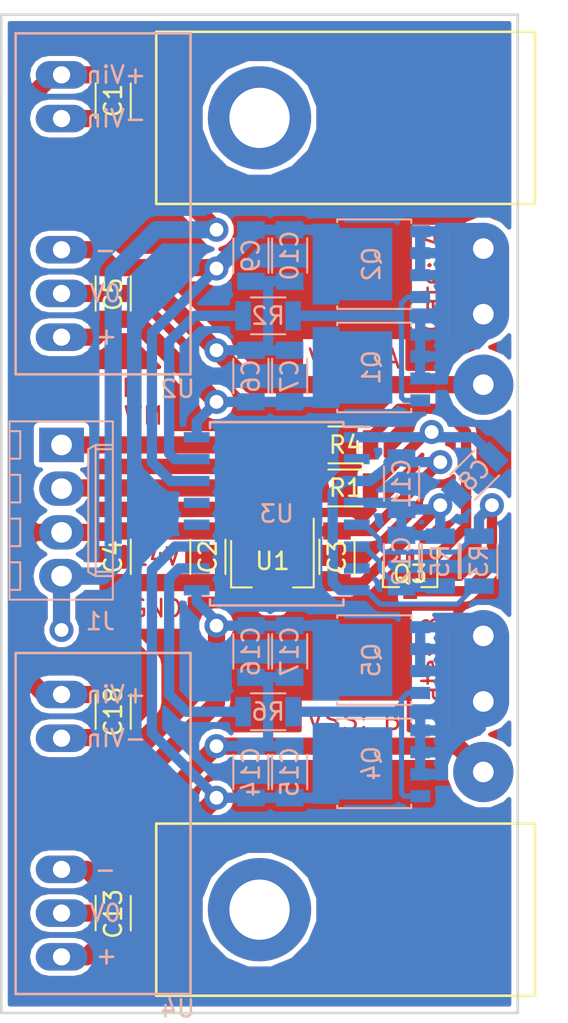
<source format=kicad_pcb>
(kicad_pcb (version 4) (host pcbnew 4.0.7)

  (general
    (links 144)
    (no_connects 0)
    (area 169.624999 58.925 203.109525 121.175)
    (thickness 1.6)
    (drawings 15)
    (tracks 273)
    (zones 0)
    (modules 40)
    (nets 26)
  )

  (page A4)
  (layers
    (0 F.Cu signal)
    (31 B.Cu signal)
    (32 B.Adhes user)
    (33 F.Adhes user)
    (34 B.Paste user)
    (35 F.Paste user)
    (36 B.SilkS user)
    (37 F.SilkS user)
    (38 B.Mask user)
    (39 F.Mask user)
    (40 Dwgs.User user)
    (41 Cmts.User user)
    (42 Eco1.User user)
    (43 Eco2.User user)
    (44 Edge.Cuts user)
    (45 Margin user)
    (46 B.CrtYd user)
    (47 F.CrtYd user)
    (48 B.Fab user)
    (49 F.Fab user)
  )

  (setup
    (last_trace_width 0.3)
    (user_trace_width 0.6)
    (user_trace_width 1)
    (trace_clearance 0.3)
    (zone_clearance 0.3)
    (zone_45_only yes)
    (trace_min 0.3)
    (segment_width 0.2)
    (edge_width 0.15)
    (via_size 1.4)
    (via_drill 0.8)
    (via_min_size 1.4)
    (via_min_drill 0.8)
    (user_via 1.8 1.2)
    (uvia_size 0.3)
    (uvia_drill 0.1)
    (uvias_allowed no)
    (uvia_min_size 0.2)
    (uvia_min_drill 0.1)
    (pcb_text_width 0.3)
    (pcb_text_size 1.5 1.5)
    (mod_edge_width 0.15)
    (mod_text_size 1 1)
    (mod_text_width 0.15)
    (pad_size 1.524 1.524)
    (pad_drill 0.762)
    (pad_to_mask_clearance 0.2)
    (aux_axis_origin 170 60)
    (grid_origin 170 60)
    (visible_elements 7FFFFFFF)
    (pcbplotparams
      (layerselection 0x31000_80000001)
      (usegerberextensions false)
      (excludeedgelayer true)
      (linewidth 0.100000)
      (plotframeref false)
      (viasonmask false)
      (mode 1)
      (useauxorigin true)
      (hpglpennumber 1)
      (hpglpenspeed 20)
      (hpglpendiameter 15)
      (hpglpenoverlay 2)
      (psnegative false)
      (psa4output false)
      (plotreference true)
      (plotvalue true)
      (plotinvisibletext false)
      (padsonsilk false)
      (subtractmaskfromsilk false)
      (outputformat 1)
      (mirror false)
      (drillshape 0)
      (scaleselection 1)
      (outputdirectory Gerber_milling/))
  )

  (net 0 "")
  (net 1 +24V)
  (net 2 GND)
  (net 3 +15V)
  (net 4 /+15V:A)
  (net 5 /-8.7V:A)
  (net 6 /VSS:A)
  (net 7 "Net-(C8-Pad1)")
  (net 8 /DT)
  (net 9 /+15V:B)
  (net 10 /-8.7V:B)
  (net 11 /VSS:B)
  (net 12 /PWM)
  (net 13 /ENABLE)
  (net 14 /Gate:A)
  (net 15 /Gate:B)
  (net 16 "Net-(Q1-Pad4)")
  (net 17 "Net-(Q3-Pad1)")
  (net 18 "Net-(Q3-Pad3)")
  (net 19 "Net-(Q4-Pad4)")
  (net 20 "Net-(R2-Pad2)")
  (net 21 "Net-(R6-Pad2)")
  (net 22 "Net-(U3-Pad2)")
  (net 23 "Net-(U3-Pad7)")
  (net 24 "Net-(U3-Pad12)")
  (net 25 "Net-(U3-Pad13)")

  (net_class Default "This is the default net class."
    (clearance 0.3)
    (trace_width 0.3)
    (via_dia 1.4)
    (via_drill 0.8)
    (uvia_dia 0.3)
    (uvia_drill 0.1)
    (add_net +15V)
    (add_net +24V)
    (add_net /+15V:A)
    (add_net /+15V:B)
    (add_net /-8.7V:A)
    (add_net /-8.7V:B)
    (add_net /DT)
    (add_net /ENABLE)
    (add_net /Gate:A)
    (add_net /Gate:B)
    (add_net /PWM)
    (add_net /VSS:A)
    (add_net /VSS:B)
    (add_net GND)
    (add_net "Net-(C8-Pad1)")
    (add_net "Net-(Q1-Pad4)")
    (add_net "Net-(Q3-Pad1)")
    (add_net "Net-(Q3-Pad3)")
    (add_net "Net-(Q4-Pad4)")
    (add_net "Net-(R2-Pad2)")
    (add_net "Net-(R6-Pad2)")
    (add_net "Net-(U3-Pad12)")
    (add_net "Net-(U3-Pad13)")
    (add_net "Net-(U3-Pad2)")
    (add_net "Net-(U3-Pad7)")
  )

  (module Resistors_SMD:R_1206 (layer F.Cu) (tedit 5AD9BEC4) (tstamp 5ACA0E95)
    (at 190 87.5 180)
    (descr "Resistor SMD 1206, reflow soldering, Vishay (see dcrcw.pdf)")
    (tags "resistor 1206")
    (path /5ACAE726)
    (attr smd)
    (fp_text reference R1 (at 0 0 180) (layer F.SilkS)
      (effects (font (size 1 1) (thickness 0.15)))
    )
    (fp_text value 47 (at 3 0 180) (layer F.Fab)
      (effects (font (size 1 1) (thickness 0.15)))
    )
    (fp_text user %R (at 0 0 180) (layer F.Fab)
      (effects (font (size 0.7 0.7) (thickness 0.105)))
    )
    (fp_line (start -1.6 0.8) (end -1.6 -0.8) (layer F.Fab) (width 0.1))
    (fp_line (start 1.6 0.8) (end -1.6 0.8) (layer F.Fab) (width 0.1))
    (fp_line (start 1.6 -0.8) (end 1.6 0.8) (layer F.Fab) (width 0.1))
    (fp_line (start -1.6 -0.8) (end 1.6 -0.8) (layer F.Fab) (width 0.1))
    (fp_line (start 1 1.07) (end -1 1.07) (layer F.SilkS) (width 0.12))
    (fp_line (start -1 -1.07) (end 1 -1.07) (layer F.SilkS) (width 0.12))
    (fp_line (start -2.15 -1.11) (end 2.15 -1.11) (layer F.CrtYd) (width 0.05))
    (fp_line (start -2.15 -1.11) (end -2.15 1.1) (layer F.CrtYd) (width 0.05))
    (fp_line (start 2.15 1.1) (end 2.15 -1.11) (layer F.CrtYd) (width 0.05))
    (fp_line (start 2.15 1.1) (end -2.15 1.1) (layer F.CrtYd) (width 0.05))
    (pad 1 smd rect (at -1.45 0 180) (size 0.9 1.7) (layers F.Cu F.Paste F.Mask)
      (net 7 "Net-(C8-Pad1)"))
    (pad 2 smd rect (at 1.45 0 180) (size 0.9 1.7) (layers F.Cu F.Paste F.Mask)
      (net 12 /PWM))
    (model ${KISYS3DMOD}/Resistors_SMD.3dshapes/R_1206.wrl
      (at (xyz 0 0 0))
      (scale (xyz 1 1 1))
      (rotate (xyz 0 0 0))
    )
  )

  (module Connectors_Molex:Molex_KK-6410-04_04x2.54mm_Straight (layer B.Cu) (tedit 5AD9B4E6) (tstamp 5ACCB012)
    (at 173.5 85 270)
    (descr "Connector Headers with Friction Lock, 22-27-2041, http://www.molex.com/pdm_docs/sd/022272021_sd.pdf")
    (tags "connector molex kk_6410 22-27-2041")
    (path /5ACAE71F)
    (fp_text reference J1 (at 10.25 -2.25 360) (layer B.SilkS)
      (effects (font (size 1 1) (thickness 0.15)) (justify mirror))
    )
    (fp_text value Inputs (at 3.75 -2 270) (layer B.Fab)
      (effects (font (size 1 1) (thickness 0.15)) (justify mirror))
    )
    (fp_line (start -1.47 3.12) (end -1.47 -3.08) (layer B.Fab) (width 0.12))
    (fp_line (start -1.47 -3.08) (end 9.09 -3.08) (layer B.Fab) (width 0.12))
    (fp_line (start 9.09 -3.08) (end 9.09 3.12) (layer B.Fab) (width 0.12))
    (fp_line (start 9.09 3.12) (end -1.47 3.12) (layer B.Fab) (width 0.12))
    (fp_line (start -1.37 3.02) (end -1.37 -2.98) (layer B.SilkS) (width 0.12))
    (fp_line (start -1.37 -2.98) (end 8.99 -2.98) (layer B.SilkS) (width 0.12))
    (fp_line (start 8.99 -2.98) (end 8.99 3.02) (layer B.SilkS) (width 0.12))
    (fp_line (start 8.99 3.02) (end -1.37 3.02) (layer B.SilkS) (width 0.12))
    (fp_line (start 0 -2.98) (end 0 -1.98) (layer B.SilkS) (width 0.12))
    (fp_line (start 0 -1.98) (end 7.62 -1.98) (layer B.SilkS) (width 0.12))
    (fp_line (start 7.62 -1.98) (end 7.62 -2.98) (layer B.SilkS) (width 0.12))
    (fp_line (start 0 -1.98) (end 0.25 -1.55) (layer B.SilkS) (width 0.12))
    (fp_line (start 0.25 -1.55) (end 7.37 -1.55) (layer B.SilkS) (width 0.12))
    (fp_line (start 7.37 -1.55) (end 7.62 -1.98) (layer B.SilkS) (width 0.12))
    (fp_line (start 0.25 -2.98) (end 0.25 -1.98) (layer B.SilkS) (width 0.12))
    (fp_line (start 7.37 -2.98) (end 7.37 -1.98) (layer B.SilkS) (width 0.12))
    (fp_line (start -0.8 3.02) (end -0.8 2.4) (layer B.SilkS) (width 0.12))
    (fp_line (start -0.8 2.4) (end 0.8 2.4) (layer B.SilkS) (width 0.12))
    (fp_line (start 0.8 2.4) (end 0.8 3.02) (layer B.SilkS) (width 0.12))
    (fp_line (start 1.74 3.02) (end 1.74 2.4) (layer B.SilkS) (width 0.12))
    (fp_line (start 1.74 2.4) (end 3.34 2.4) (layer B.SilkS) (width 0.12))
    (fp_line (start 3.34 2.4) (end 3.34 3.02) (layer B.SilkS) (width 0.12))
    (fp_line (start 4.28 3.02) (end 4.28 2.4) (layer B.SilkS) (width 0.12))
    (fp_line (start 4.28 2.4) (end 5.88 2.4) (layer B.SilkS) (width 0.12))
    (fp_line (start 5.88 2.4) (end 5.88 3.02) (layer B.SilkS) (width 0.12))
    (fp_line (start 6.82 3.02) (end 6.82 2.4) (layer B.SilkS) (width 0.12))
    (fp_line (start 6.82 2.4) (end 8.42 2.4) (layer B.SilkS) (width 0.12))
    (fp_line (start 8.42 2.4) (end 8.42 3.02) (layer B.SilkS) (width 0.12))
    (fp_line (start -1.9 -3.5) (end -1.9 3.55) (layer B.CrtYd) (width 0.05))
    (fp_line (start -1.9 3.55) (end 9.5 3.55) (layer B.CrtYd) (width 0.05))
    (fp_line (start 9.5 3.55) (end 9.5 -3.5) (layer B.CrtYd) (width 0.05))
    (fp_line (start 9.5 -3.5) (end -1.9 -3.5) (layer B.CrtYd) (width 0.05))
    (fp_text user %R (at 3.75 0 450) (layer B.Fab)
      (effects (font (size 1 1) (thickness 0.15)) (justify mirror))
    )
    (pad 1 thru_hole rect (at 0 0 270) (size 2 2.6) (drill 1.2) (layers *.Cu *.Mask)
      (net 13 /ENABLE))
    (pad 2 thru_hole oval (at 2.54 0 270) (size 2 2.6) (drill 1.2) (layers *.Cu *.Mask)
      (net 12 /PWM))
    (pad 3 thru_hole oval (at 5.08 0 270) (size 2 2.6) (drill 1.2) (layers *.Cu *.Mask)
      (net 1 +24V))
    (pad 4 thru_hole oval (at 7.62 0 270) (size 2 2.6) (drill 1.2) (layers *.Cu *.Mask)
      (net 2 GND))
    (model ${KISYS3DMOD}/Connectors_Molex.3dshapes/Molex_KK-6410-04_04x2.54mm_Straight.wrl
      (at (xyz 0 0 0))
      (scale (xyz 1 1 1))
      (rotate (xyz 0 0 0))
    )
  )

  (module Capacitors_SMD:C_1206 (layer B.Cu) (tedit 5AD9B046) (tstamp 5ACA0DE4)
    (at 193.25 87.25 270)
    (descr "Capacitor SMD 1206, reflow soldering, AVX (see smccp.pdf)")
    (tags "capacitor 1206")
    (path /5ACAE5C1)
    (attr smd)
    (fp_text reference C11 (at 0 0 270) (layer B.SilkS)
      (effects (font (size 1 1) (thickness 0.15)) (justify mirror))
    )
    (fp_text value 100n (at -0.25 1.75 270) (layer B.Fab)
      (effects (font (size 1 1) (thickness 0.15)) (justify mirror))
    )
    (fp_text user %R (at 0 0 270) (layer B.Fab)
      (effects (font (size 1 1) (thickness 0.15)) (justify mirror))
    )
    (fp_line (start -1.6 -0.8) (end -1.6 0.8) (layer B.Fab) (width 0.1))
    (fp_line (start 1.6 -0.8) (end -1.6 -0.8) (layer B.Fab) (width 0.1))
    (fp_line (start 1.6 0.8) (end 1.6 -0.8) (layer B.Fab) (width 0.1))
    (fp_line (start -1.6 0.8) (end 1.6 0.8) (layer B.Fab) (width 0.1))
    (fp_line (start 1 1.02) (end -1 1.02) (layer B.SilkS) (width 0.12))
    (fp_line (start -1 -1.02) (end 1 -1.02) (layer B.SilkS) (width 0.12))
    (fp_line (start -2.25 1.05) (end 2.25 1.05) (layer B.CrtYd) (width 0.05))
    (fp_line (start -2.25 1.05) (end -2.25 -1.05) (layer B.CrtYd) (width 0.05))
    (fp_line (start 2.25 -1.05) (end 2.25 1.05) (layer B.CrtYd) (width 0.05))
    (fp_line (start 2.25 -1.05) (end -2.25 -1.05) (layer B.CrtYd) (width 0.05))
    (pad 1 smd rect (at -1.5 0 270) (size 1 1.6) (layers B.Cu B.Paste B.Mask)
      (net 3 +15V))
    (pad 2 smd rect (at 1.5 0 270) (size 1 1.6) (layers B.Cu B.Paste B.Mask)
      (net 2 GND))
    (model Capacitors_SMD.3dshapes/C_1206.wrl
      (at (xyz 0 0 0))
      (scale (xyz 1 1 1))
      (rotate (xyz 0 0 0))
    )
  )

  (module Resistors_SMD:R_1206 (layer F.Cu) (tedit 5AD9BEC6) (tstamp 5ACA0EA7)
    (at 190 85 180)
    (descr "Resistor SMD 1206, reflow soldering, Vishay (see dcrcw.pdf)")
    (tags "resistor 1206")
    (path /5ACAE833)
    (attr smd)
    (fp_text reference R4 (at 0 0 180) (layer F.SilkS)
      (effects (font (size 1 1) (thickness 0.15)))
    )
    (fp_text value 5k6 (at 3.25 0 180) (layer F.Fab)
      (effects (font (size 1 1) (thickness 0.15)))
    )
    (fp_text user %R (at 0 0 180) (layer F.Fab)
      (effects (font (size 0.7 0.7) (thickness 0.105)))
    )
    (fp_line (start -1.6 0.8) (end -1.6 -0.8) (layer F.Fab) (width 0.1))
    (fp_line (start 1.6 0.8) (end -1.6 0.8) (layer F.Fab) (width 0.1))
    (fp_line (start 1.6 -0.8) (end 1.6 0.8) (layer F.Fab) (width 0.1))
    (fp_line (start -1.6 -0.8) (end 1.6 -0.8) (layer F.Fab) (width 0.1))
    (fp_line (start 1 1.07) (end -1 1.07) (layer F.SilkS) (width 0.12))
    (fp_line (start -1 -1.07) (end 1 -1.07) (layer F.SilkS) (width 0.12))
    (fp_line (start -2.15 -1.11) (end 2.15 -1.11) (layer F.CrtYd) (width 0.05))
    (fp_line (start -2.15 -1.11) (end -2.15 1.1) (layer F.CrtYd) (width 0.05))
    (fp_line (start 2.15 1.1) (end 2.15 -1.11) (layer F.CrtYd) (width 0.05))
    (fp_line (start 2.15 1.1) (end -2.15 1.1) (layer F.CrtYd) (width 0.05))
    (pad 1 smd rect (at -1.45 0 180) (size 0.9 1.7) (layers F.Cu F.Paste F.Mask)
      (net 17 "Net-(Q3-Pad1)"))
    (pad 2 smd rect (at 1.45 0 180) (size 0.9 1.7) (layers F.Cu F.Paste F.Mask)
      (net 13 /ENABLE))
    (model ${KISYS3DMOD}/Resistors_SMD.3dshapes/R_1206.wrl
      (at (xyz 0 0 0))
      (scale (xyz 1 1 1))
      (rotate (xyz 0 0 0))
    )
  )

  (module TO_SOT_Packages_SMD:SOT-23 (layer F.Cu) (tedit 5AD9BD65) (tstamp 5ACA0E61)
    (at 193.75 92.5 270)
    (descr "SOT-23, Standard")
    (tags SOT-23)
    (path /5ACAE824)
    (attr smd)
    (fp_text reference Q3 (at 0 0 360) (layer F.SilkS)
      (effects (font (size 1 1) (thickness 0.15)))
    )
    (fp_text value BC846A (at -1.5 0 360) (layer F.Fab)
      (effects (font (size 1 1) (thickness 0.15)))
    )
    (fp_text user %R (at 0 0 360) (layer F.Fab)
      (effects (font (size 0.5 0.5) (thickness 0.075)))
    )
    (fp_line (start -0.7 -0.95) (end -0.7 1.5) (layer F.Fab) (width 0.1))
    (fp_line (start -0.15 -1.52) (end 0.7 -1.52) (layer F.Fab) (width 0.1))
    (fp_line (start -0.7 -0.95) (end -0.15 -1.52) (layer F.Fab) (width 0.1))
    (fp_line (start 0.7 -1.52) (end 0.7 1.52) (layer F.Fab) (width 0.1))
    (fp_line (start -0.7 1.52) (end 0.7 1.52) (layer F.Fab) (width 0.1))
    (fp_line (start 0.76 1.58) (end 0.76 0.65) (layer F.SilkS) (width 0.12))
    (fp_line (start 0.76 -1.58) (end 0.76 -0.65) (layer F.SilkS) (width 0.12))
    (fp_line (start -1.7 -1.75) (end 1.7 -1.75) (layer F.CrtYd) (width 0.05))
    (fp_line (start 1.7 -1.75) (end 1.7 1.75) (layer F.CrtYd) (width 0.05))
    (fp_line (start 1.7 1.75) (end -1.7 1.75) (layer F.CrtYd) (width 0.05))
    (fp_line (start -1.7 1.75) (end -1.7 -1.75) (layer F.CrtYd) (width 0.05))
    (fp_line (start 0.76 -1.58) (end -1.4 -1.58) (layer F.SilkS) (width 0.12))
    (fp_line (start 0.76 1.58) (end -0.7 1.58) (layer F.SilkS) (width 0.12))
    (pad 1 smd rect (at -1 -0.95 270) (size 0.9 0.8) (layers F.Cu F.Paste F.Mask)
      (net 17 "Net-(Q3-Pad1)"))
    (pad 2 smd rect (at -1 0.95 270) (size 0.9 0.8) (layers F.Cu F.Paste F.Mask)
      (net 2 GND))
    (pad 3 smd rect (at 1 0 270) (size 0.9 0.8) (layers F.Cu F.Paste F.Mask)
      (net 18 "Net-(Q3-Pad3)"))
    (model ${KISYS3DMOD}/TO_SOT_Packages_SMD.3dshapes/SOT-23.wrl
      (at (xyz 0 0 0))
      (scale (xyz 1 1 1))
      (rotate (xyz 0 0 0))
    )
  )

  (module Capacitors_SMD:C_1206 (layer F.Cu) (tedit 5AD9BEAC) (tstamp 5ACA0DA8)
    (at 176.5 65 270)
    (descr "Capacitor SMD 1206, reflow soldering, AVX (see smccp.pdf)")
    (tags "capacitor 1206")
    (path /5ACBB2B0)
    (attr smd)
    (fp_text reference C1 (at 0 0 270) (layer F.SilkS)
      (effects (font (size 1 1) (thickness 0.15)))
    )
    (fp_text value 100n (at 3.75 0 270) (layer F.Fab)
      (effects (font (size 1 1) (thickness 0.15)))
    )
    (fp_text user %R (at 0 0 270) (layer F.Fab)
      (effects (font (size 1 1) (thickness 0.15)))
    )
    (fp_line (start -1.6 0.8) (end -1.6 -0.8) (layer F.Fab) (width 0.1))
    (fp_line (start 1.6 0.8) (end -1.6 0.8) (layer F.Fab) (width 0.1))
    (fp_line (start 1.6 -0.8) (end 1.6 0.8) (layer F.Fab) (width 0.1))
    (fp_line (start -1.6 -0.8) (end 1.6 -0.8) (layer F.Fab) (width 0.1))
    (fp_line (start 1 -1.02) (end -1 -1.02) (layer F.SilkS) (width 0.12))
    (fp_line (start -1 1.02) (end 1 1.02) (layer F.SilkS) (width 0.12))
    (fp_line (start -2.25 -1.05) (end 2.25 -1.05) (layer F.CrtYd) (width 0.05))
    (fp_line (start -2.25 -1.05) (end -2.25 1.05) (layer F.CrtYd) (width 0.05))
    (fp_line (start 2.25 1.05) (end 2.25 -1.05) (layer F.CrtYd) (width 0.05))
    (fp_line (start 2.25 1.05) (end -2.25 1.05) (layer F.CrtYd) (width 0.05))
    (pad 1 smd rect (at -1.5 0 270) (size 1 1.6) (layers F.Cu F.Paste F.Mask)
      (net 1 +24V))
    (pad 2 smd rect (at 1.5 0 270) (size 1 1.6) (layers F.Cu F.Paste F.Mask)
      (net 2 GND))
    (model Capacitors_SMD.3dshapes/C_1206.wrl
      (at (xyz 0 0 0))
      (scale (xyz 1 1 1))
      (rotate (xyz 0 0 0))
    )
  )

  (module Capacitors_SMD:C_1206 (layer F.Cu) (tedit 5AD9BECC) (tstamp 5ACA0DAE)
    (at 182 91.5 270)
    (descr "Capacitor SMD 1206, reflow soldering, AVX (see smccp.pdf)")
    (tags "capacitor 1206")
    (path /5ACAE6F9)
    (attr smd)
    (fp_text reference C2 (at 0 0 270) (layer F.SilkS)
      (effects (font (size 1 1) (thickness 0.15)))
    )
    (fp_text value 330n (at -4.25 0 270) (layer F.Fab)
      (effects (font (size 1 1) (thickness 0.15)))
    )
    (fp_text user %R (at 0 0 270) (layer F.Fab)
      (effects (font (size 1 1) (thickness 0.15)))
    )
    (fp_line (start -1.6 0.8) (end -1.6 -0.8) (layer F.Fab) (width 0.1))
    (fp_line (start 1.6 0.8) (end -1.6 0.8) (layer F.Fab) (width 0.1))
    (fp_line (start 1.6 -0.8) (end 1.6 0.8) (layer F.Fab) (width 0.1))
    (fp_line (start -1.6 -0.8) (end 1.6 -0.8) (layer F.Fab) (width 0.1))
    (fp_line (start 1 -1.02) (end -1 -1.02) (layer F.SilkS) (width 0.12))
    (fp_line (start -1 1.02) (end 1 1.02) (layer F.SilkS) (width 0.12))
    (fp_line (start -2.25 -1.05) (end 2.25 -1.05) (layer F.CrtYd) (width 0.05))
    (fp_line (start -2.25 -1.05) (end -2.25 1.05) (layer F.CrtYd) (width 0.05))
    (fp_line (start 2.25 1.05) (end 2.25 -1.05) (layer F.CrtYd) (width 0.05))
    (fp_line (start 2.25 1.05) (end -2.25 1.05) (layer F.CrtYd) (width 0.05))
    (pad 1 smd rect (at -1.5 0 270) (size 1 1.6) (layers F.Cu F.Paste F.Mask)
      (net 1 +24V))
    (pad 2 smd rect (at 1.5 0 270) (size 1 1.6) (layers F.Cu F.Paste F.Mask)
      (net 2 GND))
    (model Capacitors_SMD.3dshapes/C_1206.wrl
      (at (xyz 0 0 0))
      (scale (xyz 1 1 1))
      (rotate (xyz 0 0 0))
    )
  )

  (module Capacitors_SMD:C_1206 (layer F.Cu) (tedit 5AD9B81F) (tstamp 5ACA0DB4)
    (at 189.5 91.5 270)
    (descr "Capacitor SMD 1206, reflow soldering, AVX (see smccp.pdf)")
    (tags "capacitor 1206")
    (path /5ACAE6F2)
    (attr smd)
    (fp_text reference C3 (at 0 0 270) (layer F.SilkS)
      (effects (font (size 1 1) (thickness 0.15)))
    )
    (fp_text value 100n (at 4 0 270) (layer F.Fab)
      (effects (font (size 1 1) (thickness 0.15)))
    )
    (fp_text user %R (at 0 0 270) (layer F.Fab)
      (effects (font (size 1 1) (thickness 0.15)))
    )
    (fp_line (start -1.6 0.8) (end -1.6 -0.8) (layer F.Fab) (width 0.1))
    (fp_line (start 1.6 0.8) (end -1.6 0.8) (layer F.Fab) (width 0.1))
    (fp_line (start 1.6 -0.8) (end 1.6 0.8) (layer F.Fab) (width 0.1))
    (fp_line (start -1.6 -0.8) (end 1.6 -0.8) (layer F.Fab) (width 0.1))
    (fp_line (start 1 -1.02) (end -1 -1.02) (layer F.SilkS) (width 0.12))
    (fp_line (start -1 1.02) (end 1 1.02) (layer F.SilkS) (width 0.12))
    (fp_line (start -2.25 -1.05) (end 2.25 -1.05) (layer F.CrtYd) (width 0.05))
    (fp_line (start -2.25 -1.05) (end -2.25 1.05) (layer F.CrtYd) (width 0.05))
    (fp_line (start 2.25 1.05) (end 2.25 -1.05) (layer F.CrtYd) (width 0.05))
    (fp_line (start 2.25 1.05) (end -2.25 1.05) (layer F.CrtYd) (width 0.05))
    (pad 1 smd rect (at -1.5 0 270) (size 1 1.6) (layers F.Cu F.Paste F.Mask)
      (net 3 +15V))
    (pad 2 smd rect (at 1.5 0 270) (size 1 1.6) (layers F.Cu F.Paste F.Mask)
      (net 2 GND))
    (model Capacitors_SMD.3dshapes/C_1206.wrl
      (at (xyz 0 0 0))
      (scale (xyz 1 1 1))
      (rotate (xyz 0 0 0))
    )
  )

  (module Capacitors_SMD:C_1206 (layer F.Cu) (tedit 5AD9BEC9) (tstamp 5ACA0DBA)
    (at 176.5 91.5 270)
    (descr "Capacitor SMD 1206, reflow soldering, AVX (see smccp.pdf)")
    (tags "capacitor 1206")
    (path /5ACAE706)
    (attr smd)
    (fp_text reference C4 (at 0 0 270) (layer F.SilkS)
      (effects (font (size 1 1) (thickness 0.15)))
    )
    (fp_text value 10u (at -3.5 0 270) (layer F.Fab)
      (effects (font (size 1 1) (thickness 0.15)))
    )
    (fp_text user %R (at 0 0 270) (layer F.Fab)
      (effects (font (size 1 1) (thickness 0.15)))
    )
    (fp_line (start -1.6 0.8) (end -1.6 -0.8) (layer F.Fab) (width 0.1))
    (fp_line (start 1.6 0.8) (end -1.6 0.8) (layer F.Fab) (width 0.1))
    (fp_line (start 1.6 -0.8) (end 1.6 0.8) (layer F.Fab) (width 0.1))
    (fp_line (start -1.6 -0.8) (end 1.6 -0.8) (layer F.Fab) (width 0.1))
    (fp_line (start 1 -1.02) (end -1 -1.02) (layer F.SilkS) (width 0.12))
    (fp_line (start -1 1.02) (end 1 1.02) (layer F.SilkS) (width 0.12))
    (fp_line (start -2.25 -1.05) (end 2.25 -1.05) (layer F.CrtYd) (width 0.05))
    (fp_line (start -2.25 -1.05) (end -2.25 1.05) (layer F.CrtYd) (width 0.05))
    (fp_line (start 2.25 1.05) (end 2.25 -1.05) (layer F.CrtYd) (width 0.05))
    (fp_line (start 2.25 1.05) (end -2.25 1.05) (layer F.CrtYd) (width 0.05))
    (pad 1 smd rect (at -1.5 0 270) (size 1 1.6) (layers F.Cu F.Paste F.Mask)
      (net 1 +24V))
    (pad 2 smd rect (at 1.5 0 270) (size 1 1.6) (layers F.Cu F.Paste F.Mask)
      (net 2 GND))
    (model Capacitors_SMD.3dshapes/C_1206.wrl
      (at (xyz 0 0 0))
      (scale (xyz 1 1 1))
      (rotate (xyz 0 0 0))
    )
  )

  (module Capacitors_SMD:C_1206 (layer F.Cu) (tedit 5AD9BEB0) (tstamp 5ACA0DC0)
    (at 176.5 76.2 90)
    (descr "Capacitor SMD 1206, reflow soldering, AVX (see smccp.pdf)")
    (tags "capacitor 1206")
    (path /5ACBD53E)
    (attr smd)
    (fp_text reference C5 (at -0.05 0 90) (layer F.SilkS)
      (effects (font (size 1 1) (thickness 0.15)))
    )
    (fp_text value 10u (at -3.3 0 90) (layer F.Fab)
      (effects (font (size 1 1) (thickness 0.15)))
    )
    (fp_text user %R (at -0.05 0 90) (layer F.Fab)
      (effects (font (size 1 1) (thickness 0.15)))
    )
    (fp_line (start -1.6 0.8) (end -1.6 -0.8) (layer F.Fab) (width 0.1))
    (fp_line (start 1.6 0.8) (end -1.6 0.8) (layer F.Fab) (width 0.1))
    (fp_line (start 1.6 -0.8) (end 1.6 0.8) (layer F.Fab) (width 0.1))
    (fp_line (start -1.6 -0.8) (end 1.6 -0.8) (layer F.Fab) (width 0.1))
    (fp_line (start 1 -1.02) (end -1 -1.02) (layer F.SilkS) (width 0.12))
    (fp_line (start -1 1.02) (end 1 1.02) (layer F.SilkS) (width 0.12))
    (fp_line (start -2.25 -1.05) (end 2.25 -1.05) (layer F.CrtYd) (width 0.05))
    (fp_line (start -2.25 -1.05) (end -2.25 1.05) (layer F.CrtYd) (width 0.05))
    (fp_line (start 2.25 1.05) (end 2.25 -1.05) (layer F.CrtYd) (width 0.05))
    (fp_line (start 2.25 1.05) (end -2.25 1.05) (layer F.CrtYd) (width 0.05))
    (pad 1 smd rect (at -1.5 0 90) (size 1 1.6) (layers F.Cu F.Paste F.Mask)
      (net 4 /+15V:A))
    (pad 2 smd rect (at 1.5 0 90) (size 1 1.6) (layers F.Cu F.Paste F.Mask)
      (net 5 /-8.7V:A))
    (model Capacitors_SMD.3dshapes/C_1206.wrl
      (at (xyz 0 0 0))
      (scale (xyz 1 1 1))
      (rotate (xyz 0 0 0))
    )
  )

  (module Capacitors_SMD:C_1206 (layer B.Cu) (tedit 5AD9B2B7) (tstamp 5ACA0DC6)
    (at 184.5 81 90)
    (descr "Capacitor SMD 1206, reflow soldering, AVX (see smccp.pdf)")
    (tags "capacitor 1206")
    (path /5ACBD526)
    (attr smd)
    (fp_text reference C6 (at 0 0 90) (layer B.SilkS)
      (effects (font (size 1 1) (thickness 0.15)) (justify mirror))
    )
    (fp_text value 4.7u (at 0 -1.75 90) (layer B.Fab)
      (effects (font (size 1 1) (thickness 0.15)) (justify mirror))
    )
    (fp_text user %R (at 0 0 90) (layer B.Fab)
      (effects (font (size 1 1) (thickness 0.15)) (justify mirror))
    )
    (fp_line (start -1.6 -0.8) (end -1.6 0.8) (layer B.Fab) (width 0.1))
    (fp_line (start 1.6 -0.8) (end -1.6 -0.8) (layer B.Fab) (width 0.1))
    (fp_line (start 1.6 0.8) (end 1.6 -0.8) (layer B.Fab) (width 0.1))
    (fp_line (start -1.6 0.8) (end 1.6 0.8) (layer B.Fab) (width 0.1))
    (fp_line (start 1 1.02) (end -1 1.02) (layer B.SilkS) (width 0.12))
    (fp_line (start -1 -1.02) (end 1 -1.02) (layer B.SilkS) (width 0.12))
    (fp_line (start -2.25 1.05) (end 2.25 1.05) (layer B.CrtYd) (width 0.05))
    (fp_line (start -2.25 1.05) (end -2.25 -1.05) (layer B.CrtYd) (width 0.05))
    (fp_line (start 2.25 -1.05) (end 2.25 1.05) (layer B.CrtYd) (width 0.05))
    (fp_line (start 2.25 -1.05) (end -2.25 -1.05) (layer B.CrtYd) (width 0.05))
    (pad 1 smd rect (at -1.5 0 90) (size 1 1.6) (layers B.Cu B.Paste B.Mask)
      (net 4 /+15V:A))
    (pad 2 smd rect (at 1.5 0 90) (size 1 1.6) (layers B.Cu B.Paste B.Mask)
      (net 6 /VSS:A))
    (model Capacitors_SMD.3dshapes/C_1206.wrl
      (at (xyz 0 0 0))
      (scale (xyz 1 1 1))
      (rotate (xyz 0 0 0))
    )
  )

  (module Capacitors_SMD:C_1206 (layer B.Cu) (tedit 5AD9B461) (tstamp 5ACA0DCC)
    (at 186.75 81 90)
    (descr "Capacitor SMD 1206, reflow soldering, AVX (see smccp.pdf)")
    (tags "capacitor 1206")
    (path /5ACBD52C)
    (attr smd)
    (fp_text reference C7 (at 0 0 90) (layer B.SilkS)
      (effects (font (size 1 1) (thickness 0.15)) (justify mirror))
    )
    (fp_text value 100n (at 0 2 90) (layer B.Fab)
      (effects (font (size 1 1) (thickness 0.15)) (justify mirror))
    )
    (fp_text user %R (at 0 0 90) (layer B.Fab)
      (effects (font (size 1 1) (thickness 0.15)) (justify mirror))
    )
    (fp_line (start -1.6 -0.8) (end -1.6 0.8) (layer B.Fab) (width 0.1))
    (fp_line (start 1.6 -0.8) (end -1.6 -0.8) (layer B.Fab) (width 0.1))
    (fp_line (start 1.6 0.8) (end 1.6 -0.8) (layer B.Fab) (width 0.1))
    (fp_line (start -1.6 0.8) (end 1.6 0.8) (layer B.Fab) (width 0.1))
    (fp_line (start 1 1.02) (end -1 1.02) (layer B.SilkS) (width 0.12))
    (fp_line (start -1 -1.02) (end 1 -1.02) (layer B.SilkS) (width 0.12))
    (fp_line (start -2.25 1.05) (end 2.25 1.05) (layer B.CrtYd) (width 0.05))
    (fp_line (start -2.25 1.05) (end -2.25 -1.05) (layer B.CrtYd) (width 0.05))
    (fp_line (start 2.25 -1.05) (end 2.25 1.05) (layer B.CrtYd) (width 0.05))
    (fp_line (start 2.25 -1.05) (end -2.25 -1.05) (layer B.CrtYd) (width 0.05))
    (pad 1 smd rect (at -1.5 0 90) (size 1 1.6) (layers B.Cu B.Paste B.Mask)
      (net 4 /+15V:A))
    (pad 2 smd rect (at 1.5 0 90) (size 1 1.6) (layers B.Cu B.Paste B.Mask)
      (net 6 /VSS:A))
    (model Capacitors_SMD.3dshapes/C_1206.wrl
      (at (xyz 0 0 0))
      (scale (xyz 1 1 1))
      (rotate (xyz 0 0 0))
    )
  )

  (module Capacitors_SMD:C_1206 (layer B.Cu) (tedit 5AD9B359) (tstamp 5ACA0DD2)
    (at 197.5 86.75 225)
    (descr "Capacitor SMD 1206, reflow soldering, AVX (see smccp.pdf)")
    (tags "capacitor 1206")
    (path /5ACAE72D)
    (attr smd)
    (fp_text reference C8 (at 0 0 225) (layer B.SilkS)
      (effects (font (size 1 1) (thickness 0.15)) (justify mirror))
    )
    (fp_text value 33p (at 0 1.767767 225) (layer B.Fab)
      (effects (font (size 1 1) (thickness 0.15)) (justify mirror))
    )
    (fp_text user %R (at 0 0 225) (layer B.Fab)
      (effects (font (size 1 1) (thickness 0.15)) (justify mirror))
    )
    (fp_line (start -1.6 -0.8) (end -1.6 0.8) (layer B.Fab) (width 0.1))
    (fp_line (start 1.6 -0.8) (end -1.6 -0.8) (layer B.Fab) (width 0.1))
    (fp_line (start 1.6 0.8) (end 1.6 -0.8) (layer B.Fab) (width 0.1))
    (fp_line (start -1.6 0.8) (end 1.6 0.8) (layer B.Fab) (width 0.1))
    (fp_line (start 1 1.02) (end -1 1.02) (layer B.SilkS) (width 0.12))
    (fp_line (start -1 -1.02) (end 1 -1.02) (layer B.SilkS) (width 0.12))
    (fp_line (start -2.25 1.05) (end 2.25 1.05) (layer B.CrtYd) (width 0.05))
    (fp_line (start -2.25 1.05) (end -2.25 -1.05) (layer B.CrtYd) (width 0.05))
    (fp_line (start 2.25 -1.05) (end 2.25 1.05) (layer B.CrtYd) (width 0.05))
    (fp_line (start 2.25 -1.05) (end -2.25 -1.05) (layer B.CrtYd) (width 0.05))
    (pad 1 smd rect (at -1.5 0 225) (size 1 1.6) (layers B.Cu B.Paste B.Mask)
      (net 7 "Net-(C8-Pad1)"))
    (pad 2 smd rect (at 1.5 0 225) (size 1 1.6) (layers B.Cu B.Paste B.Mask)
      (net 2 GND))
    (model Capacitors_SMD.3dshapes/C_1206.wrl
      (at (xyz 0 0 0))
      (scale (xyz 1 1 1))
      (rotate (xyz 0 0 0))
    )
  )

  (module Capacitors_SMD:C_1206 (layer B.Cu) (tedit 5AD9AFEF) (tstamp 5ACA0DD8)
    (at 184.5 74 90)
    (descr "Capacitor SMD 1206, reflow soldering, AVX (see smccp.pdf)")
    (tags "capacitor 1206")
    (path /5ACBD532)
    (attr smd)
    (fp_text reference C9 (at 0 0 90) (layer B.SilkS)
      (effects (font (size 1 1) (thickness 0.15)) (justify mirror))
    )
    (fp_text value 4.7u (at 4 0 90) (layer B.Fab)
      (effects (font (size 1 1) (thickness 0.15)) (justify mirror))
    )
    (fp_text user %R (at 0 0 90) (layer B.Fab)
      (effects (font (size 1 1) (thickness 0.15)) (justify mirror))
    )
    (fp_line (start -1.6 -0.8) (end -1.6 0.8) (layer B.Fab) (width 0.1))
    (fp_line (start 1.6 -0.8) (end -1.6 -0.8) (layer B.Fab) (width 0.1))
    (fp_line (start 1.6 0.8) (end 1.6 -0.8) (layer B.Fab) (width 0.1))
    (fp_line (start -1.6 0.8) (end 1.6 0.8) (layer B.Fab) (width 0.1))
    (fp_line (start 1 1.02) (end -1 1.02) (layer B.SilkS) (width 0.12))
    (fp_line (start -1 -1.02) (end 1 -1.02) (layer B.SilkS) (width 0.12))
    (fp_line (start -2.25 1.05) (end 2.25 1.05) (layer B.CrtYd) (width 0.05))
    (fp_line (start -2.25 1.05) (end -2.25 -1.05) (layer B.CrtYd) (width 0.05))
    (fp_line (start 2.25 -1.05) (end 2.25 1.05) (layer B.CrtYd) (width 0.05))
    (fp_line (start 2.25 -1.05) (end -2.25 -1.05) (layer B.CrtYd) (width 0.05))
    (pad 1 smd rect (at -1.5 0 90) (size 1 1.6) (layers B.Cu B.Paste B.Mask)
      (net 6 /VSS:A))
    (pad 2 smd rect (at 1.5 0 90) (size 1 1.6) (layers B.Cu B.Paste B.Mask)
      (net 5 /-8.7V:A))
    (model Capacitors_SMD.3dshapes/C_1206.wrl
      (at (xyz 0 0 0))
      (scale (xyz 1 1 1))
      (rotate (xyz 0 0 0))
    )
  )

  (module Capacitors_SMD:C_1206 (layer B.Cu) (tedit 5AD9AFF3) (tstamp 5ACA0DDE)
    (at 186.75 74 90)
    (descr "Capacitor SMD 1206, reflow soldering, AVX (see smccp.pdf)")
    (tags "capacitor 1206")
    (path /5ACBD538)
    (attr smd)
    (fp_text reference C10 (at 0 0 90) (layer B.SilkS)
      (effects (font (size 1 1) (thickness 0.15)) (justify mirror))
    )
    (fp_text value 100n (at 4.25 0 90) (layer B.Fab)
      (effects (font (size 1 1) (thickness 0.15)) (justify mirror))
    )
    (fp_text user %R (at 0 0 90) (layer B.Fab)
      (effects (font (size 1 1) (thickness 0.15)) (justify mirror))
    )
    (fp_line (start -1.6 -0.8) (end -1.6 0.8) (layer B.Fab) (width 0.1))
    (fp_line (start 1.6 -0.8) (end -1.6 -0.8) (layer B.Fab) (width 0.1))
    (fp_line (start 1.6 0.8) (end 1.6 -0.8) (layer B.Fab) (width 0.1))
    (fp_line (start -1.6 0.8) (end 1.6 0.8) (layer B.Fab) (width 0.1))
    (fp_line (start 1 1.02) (end -1 1.02) (layer B.SilkS) (width 0.12))
    (fp_line (start -1 -1.02) (end 1 -1.02) (layer B.SilkS) (width 0.12))
    (fp_line (start -2.25 1.05) (end 2.25 1.05) (layer B.CrtYd) (width 0.05))
    (fp_line (start -2.25 1.05) (end -2.25 -1.05) (layer B.CrtYd) (width 0.05))
    (fp_line (start 2.25 -1.05) (end 2.25 1.05) (layer B.CrtYd) (width 0.05))
    (fp_line (start 2.25 -1.05) (end -2.25 -1.05) (layer B.CrtYd) (width 0.05))
    (pad 1 smd rect (at -1.5 0 90) (size 1 1.6) (layers B.Cu B.Paste B.Mask)
      (net 6 /VSS:A))
    (pad 2 smd rect (at 1.5 0 90) (size 1 1.6) (layers B.Cu B.Paste B.Mask)
      (net 5 /-8.7V:A))
    (model Capacitors_SMD.3dshapes/C_1206.wrl
      (at (xyz 0 0 0))
      (scale (xyz 1 1 1))
      (rotate (xyz 0 0 0))
    )
  )

  (module Capacitors_SMD:C_1206 (layer B.Cu) (tedit 5AD9B093) (tstamp 5ACA0DEA)
    (at 193.25 91.75 90)
    (descr "Capacitor SMD 1206, reflow soldering, AVX (see smccp.pdf)")
    (tags "capacitor 1206")
    (path /5ACAE5A7)
    (attr smd)
    (fp_text reference C12 (at 0 0 90) (layer B.SilkS)
      (effects (font (size 1 1) (thickness 0.15)) (justify mirror))
    )
    (fp_text value 2.2n (at 0 -1.75 90) (layer B.Fab)
      (effects (font (size 1 1) (thickness 0.15)) (justify mirror))
    )
    (fp_text user %R (at 0 0 90) (layer B.Fab)
      (effects (font (size 1 1) (thickness 0.15)) (justify mirror))
    )
    (fp_line (start -1.6 -0.8) (end -1.6 0.8) (layer B.Fab) (width 0.1))
    (fp_line (start 1.6 -0.8) (end -1.6 -0.8) (layer B.Fab) (width 0.1))
    (fp_line (start 1.6 0.8) (end 1.6 -0.8) (layer B.Fab) (width 0.1))
    (fp_line (start -1.6 0.8) (end 1.6 0.8) (layer B.Fab) (width 0.1))
    (fp_line (start 1 1.02) (end -1 1.02) (layer B.SilkS) (width 0.12))
    (fp_line (start -1 -1.02) (end 1 -1.02) (layer B.SilkS) (width 0.12))
    (fp_line (start -2.25 1.05) (end 2.25 1.05) (layer B.CrtYd) (width 0.05))
    (fp_line (start -2.25 1.05) (end -2.25 -1.05) (layer B.CrtYd) (width 0.05))
    (fp_line (start 2.25 -1.05) (end 2.25 1.05) (layer B.CrtYd) (width 0.05))
    (fp_line (start 2.25 -1.05) (end -2.25 -1.05) (layer B.CrtYd) (width 0.05))
    (pad 1 smd rect (at -1.5 0 90) (size 1 1.6) (layers B.Cu B.Paste B.Mask)
      (net 8 /DT))
    (pad 2 smd rect (at 1.5 0 90) (size 1 1.6) (layers B.Cu B.Paste B.Mask)
      (net 2 GND))
    (model Capacitors_SMD.3dshapes/C_1206.wrl
      (at (xyz 0 0 0))
      (scale (xyz 1 1 1))
      (rotate (xyz 0 0 0))
    )
  )

  (module Capacitors_SMD:C_1206 (layer F.Cu) (tedit 5AD9BED6) (tstamp 5ACA0DF0)
    (at 176.5 112.2 90)
    (descr "Capacitor SMD 1206, reflow soldering, AVX (see smccp.pdf)")
    (tags "capacitor 1206")
    (path /5ACAE65D)
    (attr smd)
    (fp_text reference C13 (at -0.05 0 90) (layer F.SilkS)
      (effects (font (size 1 1) (thickness 0.15)))
    )
    (fp_text value 10u (at 3.45 0 90) (layer F.Fab)
      (effects (font (size 1 1) (thickness 0.15)))
    )
    (fp_text user %R (at -0.05 0 90) (layer F.Fab)
      (effects (font (size 1 1) (thickness 0.15)))
    )
    (fp_line (start -1.6 0.8) (end -1.6 -0.8) (layer F.Fab) (width 0.1))
    (fp_line (start 1.6 0.8) (end -1.6 0.8) (layer F.Fab) (width 0.1))
    (fp_line (start 1.6 -0.8) (end 1.6 0.8) (layer F.Fab) (width 0.1))
    (fp_line (start -1.6 -0.8) (end 1.6 -0.8) (layer F.Fab) (width 0.1))
    (fp_line (start 1 -1.02) (end -1 -1.02) (layer F.SilkS) (width 0.12))
    (fp_line (start -1 1.02) (end 1 1.02) (layer F.SilkS) (width 0.12))
    (fp_line (start -2.25 -1.05) (end 2.25 -1.05) (layer F.CrtYd) (width 0.05))
    (fp_line (start -2.25 -1.05) (end -2.25 1.05) (layer F.CrtYd) (width 0.05))
    (fp_line (start 2.25 1.05) (end 2.25 -1.05) (layer F.CrtYd) (width 0.05))
    (fp_line (start 2.25 1.05) (end -2.25 1.05) (layer F.CrtYd) (width 0.05))
    (pad 1 smd rect (at -1.5 0 90) (size 1 1.6) (layers F.Cu F.Paste F.Mask)
      (net 9 /+15V:B))
    (pad 2 smd rect (at 1.5 0 90) (size 1 1.6) (layers F.Cu F.Paste F.Mask)
      (net 10 /-8.7V:B))
    (model Capacitors_SMD.3dshapes/C_1206.wrl
      (at (xyz 0 0 0))
      (scale (xyz 1 1 1))
      (rotate (xyz 0 0 0))
    )
  )

  (module Capacitors_SMD:C_1206 (layer B.Cu) (tedit 5AD9AF5D) (tstamp 5ACA0DF6)
    (at 184.5 104 90)
    (descr "Capacitor SMD 1206, reflow soldering, AVX (see smccp.pdf)")
    (tags "capacitor 1206")
    (path /5ACAE641)
    (attr smd)
    (fp_text reference C14 (at 0 0 90) (layer B.SilkS)
      (effects (font (size 1 1) (thickness 0.15)) (justify mirror))
    )
    (fp_text value 4.7u (at -4 0 90) (layer B.Fab)
      (effects (font (size 1 1) (thickness 0.15)) (justify mirror))
    )
    (fp_text user %R (at 0 0 90) (layer B.Fab)
      (effects (font (size 1 1) (thickness 0.15)) (justify mirror))
    )
    (fp_line (start -1.6 -0.8) (end -1.6 0.8) (layer B.Fab) (width 0.1))
    (fp_line (start 1.6 -0.8) (end -1.6 -0.8) (layer B.Fab) (width 0.1))
    (fp_line (start 1.6 0.8) (end 1.6 -0.8) (layer B.Fab) (width 0.1))
    (fp_line (start -1.6 0.8) (end 1.6 0.8) (layer B.Fab) (width 0.1))
    (fp_line (start 1 1.02) (end -1 1.02) (layer B.SilkS) (width 0.12))
    (fp_line (start -1 -1.02) (end 1 -1.02) (layer B.SilkS) (width 0.12))
    (fp_line (start -2.25 1.05) (end 2.25 1.05) (layer B.CrtYd) (width 0.05))
    (fp_line (start -2.25 1.05) (end -2.25 -1.05) (layer B.CrtYd) (width 0.05))
    (fp_line (start 2.25 -1.05) (end 2.25 1.05) (layer B.CrtYd) (width 0.05))
    (fp_line (start 2.25 -1.05) (end -2.25 -1.05) (layer B.CrtYd) (width 0.05))
    (pad 1 smd rect (at -1.5 0 90) (size 1 1.6) (layers B.Cu B.Paste B.Mask)
      (net 9 /+15V:B))
    (pad 2 smd rect (at 1.5 0 90) (size 1 1.6) (layers B.Cu B.Paste B.Mask)
      (net 11 /VSS:B))
    (model Capacitors_SMD.3dshapes/C_1206.wrl
      (at (xyz 0 0 0))
      (scale (xyz 1 1 1))
      (rotate (xyz 0 0 0))
    )
  )

  (module Capacitors_SMD:C_1206 (layer B.Cu) (tedit 5AD9AF63) (tstamp 5ACA0DFC)
    (at 186.75 104 90)
    (descr "Capacitor SMD 1206, reflow soldering, AVX (see smccp.pdf)")
    (tags "capacitor 1206")
    (path /5ACAE648)
    (attr smd)
    (fp_text reference C15 (at 0 0 90) (layer B.SilkS)
      (effects (font (size 1 1) (thickness 0.15)) (justify mirror))
    )
    (fp_text value 100n (at -4.25 0 90) (layer B.Fab)
      (effects (font (size 1 1) (thickness 0.15)) (justify mirror))
    )
    (fp_text user %R (at 0 0 90) (layer B.Fab)
      (effects (font (size 1 1) (thickness 0.15)) (justify mirror))
    )
    (fp_line (start -1.6 -0.8) (end -1.6 0.8) (layer B.Fab) (width 0.1))
    (fp_line (start 1.6 -0.8) (end -1.6 -0.8) (layer B.Fab) (width 0.1))
    (fp_line (start 1.6 0.8) (end 1.6 -0.8) (layer B.Fab) (width 0.1))
    (fp_line (start -1.6 0.8) (end 1.6 0.8) (layer B.Fab) (width 0.1))
    (fp_line (start 1 1.02) (end -1 1.02) (layer B.SilkS) (width 0.12))
    (fp_line (start -1 -1.02) (end 1 -1.02) (layer B.SilkS) (width 0.12))
    (fp_line (start -2.25 1.05) (end 2.25 1.05) (layer B.CrtYd) (width 0.05))
    (fp_line (start -2.25 1.05) (end -2.25 -1.05) (layer B.CrtYd) (width 0.05))
    (fp_line (start 2.25 -1.05) (end 2.25 1.05) (layer B.CrtYd) (width 0.05))
    (fp_line (start 2.25 -1.05) (end -2.25 -1.05) (layer B.CrtYd) (width 0.05))
    (pad 1 smd rect (at -1.5 0 90) (size 1 1.6) (layers B.Cu B.Paste B.Mask)
      (net 9 /+15V:B))
    (pad 2 smd rect (at 1.5 0 90) (size 1 1.6) (layers B.Cu B.Paste B.Mask)
      (net 11 /VSS:B))
    (model Capacitors_SMD.3dshapes/C_1206.wrl
      (at (xyz 0 0 0))
      (scale (xyz 1 1 1))
      (rotate (xyz 0 0 0))
    )
  )

  (module Capacitors_SMD:C_1206 (layer B.Cu) (tedit 5AD9B2BB) (tstamp 5ACA0E02)
    (at 184.5 97 90)
    (descr "Capacitor SMD 1206, reflow soldering, AVX (see smccp.pdf)")
    (tags "capacitor 1206")
    (path /5ACAE64F)
    (attr smd)
    (fp_text reference C16 (at 0 0 90) (layer B.SilkS)
      (effects (font (size 1 1) (thickness 0.15)) (justify mirror))
    )
    (fp_text value 4.7u (at 0 -1.75 90) (layer B.Fab)
      (effects (font (size 1 1) (thickness 0.15)) (justify mirror))
    )
    (fp_text user %R (at 0 0 90) (layer B.Fab)
      (effects (font (size 1 1) (thickness 0.15)) (justify mirror))
    )
    (fp_line (start -1.6 -0.8) (end -1.6 0.8) (layer B.Fab) (width 0.1))
    (fp_line (start 1.6 -0.8) (end -1.6 -0.8) (layer B.Fab) (width 0.1))
    (fp_line (start 1.6 0.8) (end 1.6 -0.8) (layer B.Fab) (width 0.1))
    (fp_line (start -1.6 0.8) (end 1.6 0.8) (layer B.Fab) (width 0.1))
    (fp_line (start 1 1.02) (end -1 1.02) (layer B.SilkS) (width 0.12))
    (fp_line (start -1 -1.02) (end 1 -1.02) (layer B.SilkS) (width 0.12))
    (fp_line (start -2.25 1.05) (end 2.25 1.05) (layer B.CrtYd) (width 0.05))
    (fp_line (start -2.25 1.05) (end -2.25 -1.05) (layer B.CrtYd) (width 0.05))
    (fp_line (start 2.25 -1.05) (end 2.25 1.05) (layer B.CrtYd) (width 0.05))
    (fp_line (start 2.25 -1.05) (end -2.25 -1.05) (layer B.CrtYd) (width 0.05))
    (pad 1 smd rect (at -1.5 0 90) (size 1 1.6) (layers B.Cu B.Paste B.Mask)
      (net 11 /VSS:B))
    (pad 2 smd rect (at 1.5 0 90) (size 1 1.6) (layers B.Cu B.Paste B.Mask)
      (net 10 /-8.7V:B))
    (model Capacitors_SMD.3dshapes/C_1206.wrl
      (at (xyz 0 0 0))
      (scale (xyz 1 1 1))
      (rotate (xyz 0 0 0))
    )
  )

  (module Capacitors_SMD:C_1206 (layer B.Cu) (tedit 5AD9B47D) (tstamp 5ACA0E08)
    (at 186.75 97 90)
    (descr "Capacitor SMD 1206, reflow soldering, AVX (see smccp.pdf)")
    (tags "capacitor 1206")
    (path /5ACAE656)
    (attr smd)
    (fp_text reference C17 (at 0 0 90) (layer B.SilkS)
      (effects (font (size 1 1) (thickness 0.15)) (justify mirror))
    )
    (fp_text value 100n (at 0 2.25 90) (layer B.Fab)
      (effects (font (size 1 1) (thickness 0.15)) (justify mirror))
    )
    (fp_text user %R (at 0 0 90) (layer B.Fab)
      (effects (font (size 1 1) (thickness 0.15)) (justify mirror))
    )
    (fp_line (start -1.6 -0.8) (end -1.6 0.8) (layer B.Fab) (width 0.1))
    (fp_line (start 1.6 -0.8) (end -1.6 -0.8) (layer B.Fab) (width 0.1))
    (fp_line (start 1.6 0.8) (end 1.6 -0.8) (layer B.Fab) (width 0.1))
    (fp_line (start -1.6 0.8) (end 1.6 0.8) (layer B.Fab) (width 0.1))
    (fp_line (start 1 1.02) (end -1 1.02) (layer B.SilkS) (width 0.12))
    (fp_line (start -1 -1.02) (end 1 -1.02) (layer B.SilkS) (width 0.12))
    (fp_line (start -2.25 1.05) (end 2.25 1.05) (layer B.CrtYd) (width 0.05))
    (fp_line (start -2.25 1.05) (end -2.25 -1.05) (layer B.CrtYd) (width 0.05))
    (fp_line (start 2.25 -1.05) (end 2.25 1.05) (layer B.CrtYd) (width 0.05))
    (fp_line (start 2.25 -1.05) (end -2.25 -1.05) (layer B.CrtYd) (width 0.05))
    (pad 1 smd rect (at -1.5 0 90) (size 1 1.6) (layers B.Cu B.Paste B.Mask)
      (net 11 /VSS:B))
    (pad 2 smd rect (at 1.5 0 90) (size 1 1.6) (layers B.Cu B.Paste B.Mask)
      (net 10 /-8.7V:B))
    (model Capacitors_SMD.3dshapes/C_1206.wrl
      (at (xyz 0 0 0))
      (scale (xyz 1 1 1))
      (rotate (xyz 0 0 0))
    )
  )

  (module Capacitors_SMD:C_1206 (layer F.Cu) (tedit 5AD9BECF) (tstamp 5ACA0E0E)
    (at 176.5 100.5 270)
    (descr "Capacitor SMD 1206, reflow soldering, AVX (see smccp.pdf)")
    (tags "capacitor 1206")
    (path /5ACAE6CE)
    (attr smd)
    (fp_text reference C18 (at 0 0 270) (layer F.SilkS)
      (effects (font (size 1 1) (thickness 0.15)))
    )
    (fp_text value 100n (at -4 0 270) (layer F.Fab)
      (effects (font (size 1 1) (thickness 0.15)))
    )
    (fp_text user %R (at 0 0 270) (layer F.Fab)
      (effects (font (size 1 1) (thickness 0.15)))
    )
    (fp_line (start -1.6 0.8) (end -1.6 -0.8) (layer F.Fab) (width 0.1))
    (fp_line (start 1.6 0.8) (end -1.6 0.8) (layer F.Fab) (width 0.1))
    (fp_line (start 1.6 -0.8) (end 1.6 0.8) (layer F.Fab) (width 0.1))
    (fp_line (start -1.6 -0.8) (end 1.6 -0.8) (layer F.Fab) (width 0.1))
    (fp_line (start 1 -1.02) (end -1 -1.02) (layer F.SilkS) (width 0.12))
    (fp_line (start -1 1.02) (end 1 1.02) (layer F.SilkS) (width 0.12))
    (fp_line (start -2.25 -1.05) (end 2.25 -1.05) (layer F.CrtYd) (width 0.05))
    (fp_line (start -2.25 -1.05) (end -2.25 1.05) (layer F.CrtYd) (width 0.05))
    (fp_line (start 2.25 1.05) (end 2.25 -1.05) (layer F.CrtYd) (width 0.05))
    (fp_line (start 2.25 1.05) (end -2.25 1.05) (layer F.CrtYd) (width 0.05))
    (pad 1 smd rect (at -1.5 0 270) (size 1 1.6) (layers F.Cu F.Paste F.Mask)
      (net 1 +24V))
    (pad 2 smd rect (at 1.5 0 270) (size 1 1.6) (layers F.Cu F.Paste F.Mask)
      (net 2 GND))
    (model Capacitors_SMD.3dshapes/C_1206.wrl
      (at (xyz 0 0 0))
      (scale (xyz 1 1 1))
      (rotate (xyz 0 0 0))
    )
  )

  (module Wire_Pads:SolderWirePad_2x_1-2mmDrill (layer F.Cu) (tedit 5AD9BE66) (tstamp 5ACA0E1C)
    (at 198 75.5 90)
    (path /5ACBD546)
    (fp_text reference J2 (at 0 1.25 90) (layer F.Fab)
      (effects (font (size 1 1) (thickness 0.15)))
    )
    (fp_text value Gate:A (at 0 -1.25 90) (layer F.Fab)
      (effects (font (size 1 1) (thickness 0.15)))
    )
    (pad 1 thru_hole circle (at -1.905 0 90) (size 2.99974 2.99974) (drill 1.19888) (layers *.Cu *.Mask)
      (net 14 /Gate:A))
    (pad 1 thru_hole circle (at 1.905 0 90) (size 2.99974 2.99974) (drill 1.19888) (layers *.Cu *.Mask)
      (net 14 /Gate:A))
  )

  (module Wire_Pads:SolderWirePad_single_1-2mmDrill (layer F.Cu) (tedit 5AD9BE68) (tstamp 5ACA0E21)
    (at 198 81.5)
    (path /5ACBD54C)
    (fp_text reference J3 (at 1.25 0 90) (layer F.Fab)
      (effects (font (size 1 1) (thickness 0.15)))
    )
    (fp_text value VSS:A (at -1.25 0 90) (layer F.Fab)
      (effects (font (size 1 1) (thickness 0.15)))
    )
    (pad 1 thru_hole circle (at 0 0) (size 3.50012 3.50012) (drill 1.19888) (layers *.Cu *.Mask)
      (net 6 /VSS:A))
  )

  (module Wire_Pads:SolderWirePad_2x_1-2mmDrill (layer F.Cu) (tedit 5AD9BE39) (tstamp 5ACA0E27)
    (at 198 98 90)
    (path /5AC9F3C8)
    (fp_text reference J4 (at 0 1.25 90) (layer F.Fab)
      (effects (font (size 1 1) (thickness 0.15)))
    )
    (fp_text value Gate:B (at 0 -1.75 90) (layer F.Fab)
      (effects (font (size 1 1) (thickness 0.15)))
    )
    (pad 1 thru_hole circle (at -1.905 0 90) (size 2.99974 2.99974) (drill 1.19888) (layers *.Cu *.Mask)
      (net 15 /Gate:B))
    (pad 1 thru_hole circle (at 1.905 0 90) (size 2.99974 2.99974) (drill 1.19888) (layers *.Cu *.Mask)
      (net 15 /Gate:B))
  )

  (module Wire_Pads:SolderWirePad_single_1-2mmDrill (layer F.Cu) (tedit 5AD9BE40) (tstamp 5ACA0E2C)
    (at 198 104)
    (path /5AC9F3CE)
    (fp_text reference J5 (at 1.25 0 90) (layer F.Fab)
      (effects (font (size 1 1) (thickness 0.15)))
    )
    (fp_text value VSS:B (at -1.75 -0.25 90) (layer F.Fab)
      (effects (font (size 1 1) (thickness 0.15)))
    )
    (pad 1 thru_hole circle (at 0 0) (size 3.50012 3.50012) (drill 1.19888) (layers *.Cu *.Mask)
      (net 11 /VSS:B))
  )

  (module TO_SOT_Packages_SMD:SOT-669_LFPAK (layer B.Cu) (tedit 5AD9B4AF) (tstamp 5ACA0E43)
    (at 191.5 80.5 180)
    (descr "LFPAK www.nxp.com/documents/leaflet/939775016838_LR.pdf")
    (tags "LFPAK SOT-669 Power-SO8")
    (path /5ACBD514)
    (solder_mask_margin 0.07)
    (solder_paste_margin -0.05)
    (attr smd)
    (fp_text reference Q1 (at 0 0 270) (layer B.SilkS)
      (effects (font (size 1 1) (thickness 0.15)) (justify mirror))
    )
    (fp_text value PHPT60415NY (at -7.75 2.75 270) (layer B.Fab)
      (effects (font (size 1 1) (thickness 0.15)) (justify mirror))
    )
    (fp_text user %R (at 0 0 450) (layer B.Fab)
      (effects (font (size 1 1) (thickness 0.15)) (justify mirror))
    )
    (fp_line (start -2.315 -2.4) (end -2.315 -2.6) (layer B.SilkS) (width 0.12))
    (fp_line (start -2.315 -2.6) (end 1.985 -2.6) (layer B.SilkS) (width 0.12))
    (fp_line (start 1.985 -2.6) (end 1.985 -2.45) (layer B.SilkS) (width 0.12))
    (fp_line (start 1.985 2.45) (end 1.985 2.6) (layer B.SilkS) (width 0.12))
    (fp_line (start 1.985 2.6) (end -2.315 2.6) (layer B.SilkS) (width 0.12))
    (fp_line (start -2.315 2.6) (end -2.315 2.4) (layer B.SilkS) (width 0.12))
    (fp_line (start -2.215 -1.7) (end -3.215 -1.7) (layer B.Fab) (width 0.1))
    (fp_line (start -3.215 -1.7) (end -3.215 -2.15) (layer B.Fab) (width 0.1))
    (fp_line (start -3.215 -2.15) (end -2.215 -2.15) (layer B.Fab) (width 0.1))
    (fp_line (start -2.215 -0.4) (end -3.215 -0.4) (layer B.Fab) (width 0.1))
    (fp_line (start -3.215 -0.4) (end -3.215 -0.85) (layer B.Fab) (width 0.1))
    (fp_line (start -3.215 -0.85) (end -2.215 -0.85) (layer B.Fab) (width 0.1))
    (fp_line (start -2.215 0.85) (end -3.215 0.85) (layer B.Fab) (width 0.1))
    (fp_line (start -3.215 0.85) (end -3.215 0.4) (layer B.Fab) (width 0.1))
    (fp_line (start -3.215 0.4) (end -2.215 0.4) (layer B.Fab) (width 0.1))
    (fp_line (start -3.215 2.15) (end -3.215 1.65) (layer B.Fab) (width 0.1))
    (fp_line (start -3.215 2.15) (end -2.215 2.15) (layer B.Fab) (width 0.1))
    (fp_line (start -3.215 1.65) (end -2.215 1.65) (layer B.Fab) (width 0.1))
    (fp_line (start 3.185 2.2) (end 3.185 -2.2) (layer B.Fab) (width 0.1))
    (fp_line (start 3.185 -2.2) (end 1.885 -2.2) (layer B.Fab) (width 0.1))
    (fp_line (start 3.185 2.2) (end 1.885 2.2) (layer B.Fab) (width 0.1))
    (fp_line (start 1.885 2.5) (end -2.215 2.5) (layer B.Fab) (width 0.1))
    (fp_line (start -2.215 2.5) (end -2.215 -2.5) (layer B.Fab) (width 0.1))
    (fp_line (start -2.215 -2.5) (end 1.885 -2.5) (layer B.Fab) (width 0.1))
    (fp_line (start 1.885 -2.5) (end 1.885 2.5) (layer B.Fab) (width 0.1))
    (fp_line (start 3.67 2.75) (end 3.67 -2.75) (layer B.CrtYd) (width 0.05))
    (fp_line (start 3.67 2.75) (end -3.67 2.75) (layer B.CrtYd) (width 0.05))
    (fp_line (start -3.67 -2.75) (end 3.67 -2.75) (layer B.CrtYd) (width 0.05))
    (fp_line (start -3.67 -2.75) (end -3.67 2.75) (layer B.CrtYd) (width 0.05))
    (pad 5 smd rect (at 0.185 1.15 180) (size 0.6 0.9) (layers B.Cu B.Paste B.Mask)
      (net 4 /+15V:A))
    (pad 5 smd rect (at -0.665 1.15 180) (size 0.6 0.9) (layers B.Cu B.Paste B.Mask)
      (net 4 /+15V:A))
    (pad 5 smd rect (at 1.035 1.15 180) (size 0.6 0.9) (layers B.Cu B.Paste B.Mask)
      (net 4 /+15V:A))
    (pad 5 smd rect (at 0.185 -1.15 180) (size 0.6 0.9) (layers B.Cu B.Paste B.Mask)
      (net 4 /+15V:A))
    (pad 5 smd rect (at -0.665 -1.15 180) (size 0.6 0.9) (layers B.Cu B.Paste B.Mask)
      (net 4 /+15V:A))
    (pad 5 smd rect (at 1.035 -1.15 180) (size 0.6 0.9) (layers B.Cu B.Paste B.Mask)
      (net 4 /+15V:A))
    (pad 5 smd rect (at 1.035 0 180) (size 0.6 0.9) (layers B.Cu B.Paste B.Mask)
      (net 4 /+15V:A))
    (pad 5 smd rect (at -0.665 0 180) (size 0.6 0.9) (layers B.Cu B.Paste B.Mask)
      (net 4 /+15V:A))
    (pad 5 smd rect (at 2.885 1.88 270) (size 0.6 0.9) (layers B.Cu B.Paste B.Mask)
      (net 4 /+15V:A))
    (pad 5 smd rect (at 2.885 -1.88 270) (size 0.6 0.9) (layers B.Cu B.Paste B.Mask)
      (net 4 /+15V:A))
    (pad 5 smd rect (at 2.885 0.6 270) (size 0.6 0.9) (layers B.Cu B.Paste B.Mask)
      (net 4 /+15V:A))
    (pad 2 smd rect (at -2.835 0.64 270) (size 0.7 1.15) (layers B.Cu B.Paste B.Mask)
      (net 14 /Gate:A) (solder_mask_margin 0.07) (solder_paste_margin -0.05))
    (pad 1 smd rect (at -2.835 1.91 270) (size 0.7 1.15) (layers B.Cu B.Paste B.Mask)
      (net 14 /Gate:A) (solder_mask_margin 0.07) (solder_paste_margin -0.05))
    (pad 3 smd rect (at -2.835 -0.64 270) (size 0.7 1.15) (layers B.Cu B.Paste B.Mask)
      (net 14 /Gate:A) (solder_mask_margin 0.07) (solder_paste_margin -0.05))
    (pad 5 smd rect (at 2.635 0 270) (size 4.7 1.55) (layers B.Cu B.Paste B.Mask)
      (net 4 /+15V:A) (solder_mask_margin 0.07))
    (pad 5 smd rect (at 0.435 0 270) (size 4.2 3.3) (layers B.Cu B.Paste B.Mask)
      (net 4 /+15V:A) (solder_mask_margin 0.07))
    (pad 4 smd rect (at -2.835 -1.91 270) (size 0.7 1.15) (layers B.Cu B.Paste B.Mask)
      (net 16 "Net-(Q1-Pad4)") (solder_mask_margin 0.07) (solder_paste_margin -0.05))
    (pad 5 smd rect (at 2.885 -0.6 270) (size 0.6 0.9) (layers B.Cu B.Paste B.Mask)
      (net 4 /+15V:A))
    (pad 5 smd rect (at 0.185 0 180) (size 0.6 0.9) (layers B.Cu B.Paste B.Mask)
      (net 4 /+15V:A))
    (model ${KISYS3DMOD}/TO_SOT_Packages_SMD.3dshapes/SOT-669_LFPAK.wrl
      (at (xyz 0 0 0))
      (scale (xyz 1 1 1))
      (rotate (xyz 0 0 0))
    )
  )

  (module TO_SOT_Packages_SMD:SOT-669_LFPAK (layer B.Cu) (tedit 5AD9B34E) (tstamp 5ACA0E5A)
    (at 191.5 74.5 180)
    (descr "LFPAK www.nxp.com/documents/leaflet/939775016838_LR.pdf")
    (tags "LFPAK SOT-669 Power-SO8")
    (path /5ACBD520)
    (solder_mask_margin 0.07)
    (solder_paste_margin -0.05)
    (attr smd)
    (fp_text reference Q2 (at 0 0 270) (layer B.SilkS)
      (effects (font (size 1 1) (thickness 0.15)) (justify mirror))
    )
    (fp_text value PHPT60415PY (at -4.5 2.75 270) (layer B.Fab)
      (effects (font (size 1 1) (thickness 0.15)) (justify mirror))
    )
    (fp_text user %R (at 0 0 450) (layer B.Fab)
      (effects (font (size 1 1) (thickness 0.15)) (justify mirror))
    )
    (fp_line (start -2.315 -2.4) (end -2.315 -2.6) (layer B.SilkS) (width 0.12))
    (fp_line (start -2.315 -2.6) (end 1.985 -2.6) (layer B.SilkS) (width 0.12))
    (fp_line (start 1.985 -2.6) (end 1.985 -2.45) (layer B.SilkS) (width 0.12))
    (fp_line (start 1.985 2.45) (end 1.985 2.6) (layer B.SilkS) (width 0.12))
    (fp_line (start 1.985 2.6) (end -2.315 2.6) (layer B.SilkS) (width 0.12))
    (fp_line (start -2.315 2.6) (end -2.315 2.4) (layer B.SilkS) (width 0.12))
    (fp_line (start -2.215 -1.7) (end -3.215 -1.7) (layer B.Fab) (width 0.1))
    (fp_line (start -3.215 -1.7) (end -3.215 -2.15) (layer B.Fab) (width 0.1))
    (fp_line (start -3.215 -2.15) (end -2.215 -2.15) (layer B.Fab) (width 0.1))
    (fp_line (start -2.215 -0.4) (end -3.215 -0.4) (layer B.Fab) (width 0.1))
    (fp_line (start -3.215 -0.4) (end -3.215 -0.85) (layer B.Fab) (width 0.1))
    (fp_line (start -3.215 -0.85) (end -2.215 -0.85) (layer B.Fab) (width 0.1))
    (fp_line (start -2.215 0.85) (end -3.215 0.85) (layer B.Fab) (width 0.1))
    (fp_line (start -3.215 0.85) (end -3.215 0.4) (layer B.Fab) (width 0.1))
    (fp_line (start -3.215 0.4) (end -2.215 0.4) (layer B.Fab) (width 0.1))
    (fp_line (start -3.215 2.15) (end -3.215 1.65) (layer B.Fab) (width 0.1))
    (fp_line (start -3.215 2.15) (end -2.215 2.15) (layer B.Fab) (width 0.1))
    (fp_line (start -3.215 1.65) (end -2.215 1.65) (layer B.Fab) (width 0.1))
    (fp_line (start 3.185 2.2) (end 3.185 -2.2) (layer B.Fab) (width 0.1))
    (fp_line (start 3.185 -2.2) (end 1.885 -2.2) (layer B.Fab) (width 0.1))
    (fp_line (start 3.185 2.2) (end 1.885 2.2) (layer B.Fab) (width 0.1))
    (fp_line (start 1.885 2.5) (end -2.215 2.5) (layer B.Fab) (width 0.1))
    (fp_line (start -2.215 2.5) (end -2.215 -2.5) (layer B.Fab) (width 0.1))
    (fp_line (start -2.215 -2.5) (end 1.885 -2.5) (layer B.Fab) (width 0.1))
    (fp_line (start 1.885 -2.5) (end 1.885 2.5) (layer B.Fab) (width 0.1))
    (fp_line (start 3.67 2.75) (end 3.67 -2.75) (layer B.CrtYd) (width 0.05))
    (fp_line (start 3.67 2.75) (end -3.67 2.75) (layer B.CrtYd) (width 0.05))
    (fp_line (start -3.67 -2.75) (end 3.67 -2.75) (layer B.CrtYd) (width 0.05))
    (fp_line (start -3.67 -2.75) (end -3.67 2.75) (layer B.CrtYd) (width 0.05))
    (pad 5 smd rect (at 0.185 1.15 180) (size 0.6 0.9) (layers B.Cu B.Paste B.Mask)
      (net 5 /-8.7V:A))
    (pad 5 smd rect (at -0.665 1.15 180) (size 0.6 0.9) (layers B.Cu B.Paste B.Mask)
      (net 5 /-8.7V:A))
    (pad 5 smd rect (at 1.035 1.15 180) (size 0.6 0.9) (layers B.Cu B.Paste B.Mask)
      (net 5 /-8.7V:A))
    (pad 5 smd rect (at 0.185 -1.15 180) (size 0.6 0.9) (layers B.Cu B.Paste B.Mask)
      (net 5 /-8.7V:A))
    (pad 5 smd rect (at -0.665 -1.15 180) (size 0.6 0.9) (layers B.Cu B.Paste B.Mask)
      (net 5 /-8.7V:A))
    (pad 5 smd rect (at 1.035 -1.15 180) (size 0.6 0.9) (layers B.Cu B.Paste B.Mask)
      (net 5 /-8.7V:A))
    (pad 5 smd rect (at 1.035 0 180) (size 0.6 0.9) (layers B.Cu B.Paste B.Mask)
      (net 5 /-8.7V:A))
    (pad 5 smd rect (at -0.665 0 180) (size 0.6 0.9) (layers B.Cu B.Paste B.Mask)
      (net 5 /-8.7V:A))
    (pad 5 smd rect (at 2.885 1.88 270) (size 0.6 0.9) (layers B.Cu B.Paste B.Mask)
      (net 5 /-8.7V:A))
    (pad 5 smd rect (at 2.885 -1.88 270) (size 0.6 0.9) (layers B.Cu B.Paste B.Mask)
      (net 5 /-8.7V:A))
    (pad 5 smd rect (at 2.885 0.6 270) (size 0.6 0.9) (layers B.Cu B.Paste B.Mask)
      (net 5 /-8.7V:A))
    (pad 2 smd rect (at -2.835 0.64 270) (size 0.7 1.15) (layers B.Cu B.Paste B.Mask)
      (net 14 /Gate:A) (solder_mask_margin 0.07) (solder_paste_margin -0.05))
    (pad 1 smd rect (at -2.835 1.91 270) (size 0.7 1.15) (layers B.Cu B.Paste B.Mask)
      (net 14 /Gate:A) (solder_mask_margin 0.07) (solder_paste_margin -0.05))
    (pad 3 smd rect (at -2.835 -0.64 270) (size 0.7 1.15) (layers B.Cu B.Paste B.Mask)
      (net 14 /Gate:A) (solder_mask_margin 0.07) (solder_paste_margin -0.05))
    (pad 5 smd rect (at 2.635 0 270) (size 4.7 1.55) (layers B.Cu B.Paste B.Mask)
      (net 5 /-8.7V:A) (solder_mask_margin 0.07))
    (pad 5 smd rect (at 0.435 0 270) (size 4.2 3.3) (layers B.Cu B.Paste B.Mask)
      (net 5 /-8.7V:A) (solder_mask_margin 0.07))
    (pad 4 smd rect (at -2.835 -1.91 270) (size 0.7 1.15) (layers B.Cu B.Paste B.Mask)
      (net 16 "Net-(Q1-Pad4)") (solder_mask_margin 0.07) (solder_paste_margin -0.05))
    (pad 5 smd rect (at 2.885 -0.6 270) (size 0.6 0.9) (layers B.Cu B.Paste B.Mask)
      (net 5 /-8.7V:A))
    (pad 5 smd rect (at 0.185 0 180) (size 0.6 0.9) (layers B.Cu B.Paste B.Mask)
      (net 5 /-8.7V:A))
    (model ${KISYS3DMOD}/TO_SOT_Packages_SMD.3dshapes/SOT-669_LFPAK.wrl
      (at (xyz 0 0 0))
      (scale (xyz 1 1 1))
      (rotate (xyz 0 0 0))
    )
  )

  (module TO_SOT_Packages_SMD:SOT-669_LFPAK (layer B.Cu) (tedit 5AD9B2FD) (tstamp 5ACA0E78)
    (at 191.5 103.5 180)
    (descr "LFPAK www.nxp.com/documents/leaflet/939775016838_LR.pdf")
    (tags "LFPAK SOT-669 Power-SO8")
    (path /5ACAE602)
    (solder_mask_margin 0.07)
    (solder_paste_margin -0.05)
    (attr smd)
    (fp_text reference Q4 (at 0 0 450) (layer B.SilkS)
      (effects (font (size 1 1) (thickness 0.15)) (justify mirror))
    )
    (fp_text value PHPT60415NY (at -4.5 -2.5 270) (layer B.Fab)
      (effects (font (size 1 1) (thickness 0.15)) (justify mirror))
    )
    (fp_text user %R (at 0 0 450) (layer B.Fab)
      (effects (font (size 1 1) (thickness 0.15)) (justify mirror))
    )
    (fp_line (start -2.315 -2.4) (end -2.315 -2.6) (layer B.SilkS) (width 0.12))
    (fp_line (start -2.315 -2.6) (end 1.985 -2.6) (layer B.SilkS) (width 0.12))
    (fp_line (start 1.985 -2.6) (end 1.985 -2.45) (layer B.SilkS) (width 0.12))
    (fp_line (start 1.985 2.45) (end 1.985 2.6) (layer B.SilkS) (width 0.12))
    (fp_line (start 1.985 2.6) (end -2.315 2.6) (layer B.SilkS) (width 0.12))
    (fp_line (start -2.315 2.6) (end -2.315 2.4) (layer B.SilkS) (width 0.12))
    (fp_line (start -2.215 -1.7) (end -3.215 -1.7) (layer B.Fab) (width 0.1))
    (fp_line (start -3.215 -1.7) (end -3.215 -2.15) (layer B.Fab) (width 0.1))
    (fp_line (start -3.215 -2.15) (end -2.215 -2.15) (layer B.Fab) (width 0.1))
    (fp_line (start -2.215 -0.4) (end -3.215 -0.4) (layer B.Fab) (width 0.1))
    (fp_line (start -3.215 -0.4) (end -3.215 -0.85) (layer B.Fab) (width 0.1))
    (fp_line (start -3.215 -0.85) (end -2.215 -0.85) (layer B.Fab) (width 0.1))
    (fp_line (start -2.215 0.85) (end -3.215 0.85) (layer B.Fab) (width 0.1))
    (fp_line (start -3.215 0.85) (end -3.215 0.4) (layer B.Fab) (width 0.1))
    (fp_line (start -3.215 0.4) (end -2.215 0.4) (layer B.Fab) (width 0.1))
    (fp_line (start -3.215 2.15) (end -3.215 1.65) (layer B.Fab) (width 0.1))
    (fp_line (start -3.215 2.15) (end -2.215 2.15) (layer B.Fab) (width 0.1))
    (fp_line (start -3.215 1.65) (end -2.215 1.65) (layer B.Fab) (width 0.1))
    (fp_line (start 3.185 2.2) (end 3.185 -2.2) (layer B.Fab) (width 0.1))
    (fp_line (start 3.185 -2.2) (end 1.885 -2.2) (layer B.Fab) (width 0.1))
    (fp_line (start 3.185 2.2) (end 1.885 2.2) (layer B.Fab) (width 0.1))
    (fp_line (start 1.885 2.5) (end -2.215 2.5) (layer B.Fab) (width 0.1))
    (fp_line (start -2.215 2.5) (end -2.215 -2.5) (layer B.Fab) (width 0.1))
    (fp_line (start -2.215 -2.5) (end 1.885 -2.5) (layer B.Fab) (width 0.1))
    (fp_line (start 1.885 -2.5) (end 1.885 2.5) (layer B.Fab) (width 0.1))
    (fp_line (start 3.67 2.75) (end 3.67 -2.75) (layer B.CrtYd) (width 0.05))
    (fp_line (start 3.67 2.75) (end -3.67 2.75) (layer B.CrtYd) (width 0.05))
    (fp_line (start -3.67 -2.75) (end 3.67 -2.75) (layer B.CrtYd) (width 0.05))
    (fp_line (start -3.67 -2.75) (end -3.67 2.75) (layer B.CrtYd) (width 0.05))
    (pad 5 smd rect (at 0.185 1.15 180) (size 0.6 0.9) (layers B.Cu B.Paste B.Mask)
      (net 9 /+15V:B))
    (pad 5 smd rect (at -0.665 1.15 180) (size 0.6 0.9) (layers B.Cu B.Paste B.Mask)
      (net 9 /+15V:B))
    (pad 5 smd rect (at 1.035 1.15 180) (size 0.6 0.9) (layers B.Cu B.Paste B.Mask)
      (net 9 /+15V:B))
    (pad 5 smd rect (at 0.185 -1.15 180) (size 0.6 0.9) (layers B.Cu B.Paste B.Mask)
      (net 9 /+15V:B))
    (pad 5 smd rect (at -0.665 -1.15 180) (size 0.6 0.9) (layers B.Cu B.Paste B.Mask)
      (net 9 /+15V:B))
    (pad 5 smd rect (at 1.035 -1.15 180) (size 0.6 0.9) (layers B.Cu B.Paste B.Mask)
      (net 9 /+15V:B))
    (pad 5 smd rect (at 1.035 0 180) (size 0.6 0.9) (layers B.Cu B.Paste B.Mask)
      (net 9 /+15V:B))
    (pad 5 smd rect (at -0.665 0 180) (size 0.6 0.9) (layers B.Cu B.Paste B.Mask)
      (net 9 /+15V:B))
    (pad 5 smd rect (at 2.885 1.88 270) (size 0.6 0.9) (layers B.Cu B.Paste B.Mask)
      (net 9 /+15V:B))
    (pad 5 smd rect (at 2.885 -1.88 270) (size 0.6 0.9) (layers B.Cu B.Paste B.Mask)
      (net 9 /+15V:B))
    (pad 5 smd rect (at 2.885 0.6 270) (size 0.6 0.9) (layers B.Cu B.Paste B.Mask)
      (net 9 /+15V:B))
    (pad 2 smd rect (at -2.835 0.64 270) (size 0.7 1.15) (layers B.Cu B.Paste B.Mask)
      (net 15 /Gate:B) (solder_mask_margin 0.07) (solder_paste_margin -0.05))
    (pad 1 smd rect (at -2.835 1.91 270) (size 0.7 1.15) (layers B.Cu B.Paste B.Mask)
      (net 15 /Gate:B) (solder_mask_margin 0.07) (solder_paste_margin -0.05))
    (pad 3 smd rect (at -2.835 -0.64 270) (size 0.7 1.15) (layers B.Cu B.Paste B.Mask)
      (net 15 /Gate:B) (solder_mask_margin 0.07) (solder_paste_margin -0.05))
    (pad 5 smd rect (at 2.635 0 270) (size 4.7 1.55) (layers B.Cu B.Paste B.Mask)
      (net 9 /+15V:B) (solder_mask_margin 0.07))
    (pad 5 smd rect (at 0.435 0 270) (size 4.2 3.3) (layers B.Cu B.Paste B.Mask)
      (net 9 /+15V:B) (solder_mask_margin 0.07))
    (pad 4 smd rect (at -2.835 -1.91 270) (size 0.7 1.15) (layers B.Cu B.Paste B.Mask)
      (net 19 "Net-(Q4-Pad4)") (solder_mask_margin 0.07) (solder_paste_margin -0.05))
    (pad 5 smd rect (at 2.885 -0.6 270) (size 0.6 0.9) (layers B.Cu B.Paste B.Mask)
      (net 9 /+15V:B))
    (pad 5 smd rect (at 0.185 0 180) (size 0.6 0.9) (layers B.Cu B.Paste B.Mask)
      (net 9 /+15V:B))
    (model ${KISYS3DMOD}/TO_SOT_Packages_SMD.3dshapes/SOT-669_LFPAK.wrl
      (at (xyz 0 0 0))
      (scale (xyz 1 1 1))
      (rotate (xyz 0 0 0))
    )
  )

  (module TO_SOT_Packages_SMD:SOT-669_LFPAK (layer B.Cu) (tedit 5AD9B333) (tstamp 5ACA0E8F)
    (at 191.5 97.5 180)
    (descr "LFPAK www.nxp.com/documents/leaflet/939775016838_LR.pdf")
    (tags "LFPAK SOT-669 Power-SO8")
    (path /5ACAE63A)
    (solder_mask_margin 0.07)
    (solder_paste_margin -0.05)
    (attr smd)
    (fp_text reference Q5 (at 0 0 270) (layer B.SilkS)
      (effects (font (size 1 1) (thickness 0.15)) (justify mirror))
    )
    (fp_text value PHPT60415PY (at -7.75 -2.5 270) (layer B.Fab)
      (effects (font (size 1 1) (thickness 0.15)) (justify mirror))
    )
    (fp_text user %R (at 0 0 450) (layer B.Fab)
      (effects (font (size 1 1) (thickness 0.15)) (justify mirror))
    )
    (fp_line (start -2.315 -2.4) (end -2.315 -2.6) (layer B.SilkS) (width 0.12))
    (fp_line (start -2.315 -2.6) (end 1.985 -2.6) (layer B.SilkS) (width 0.12))
    (fp_line (start 1.985 -2.6) (end 1.985 -2.45) (layer B.SilkS) (width 0.12))
    (fp_line (start 1.985 2.45) (end 1.985 2.6) (layer B.SilkS) (width 0.12))
    (fp_line (start 1.985 2.6) (end -2.315 2.6) (layer B.SilkS) (width 0.12))
    (fp_line (start -2.315 2.6) (end -2.315 2.4) (layer B.SilkS) (width 0.12))
    (fp_line (start -2.215 -1.7) (end -3.215 -1.7) (layer B.Fab) (width 0.1))
    (fp_line (start -3.215 -1.7) (end -3.215 -2.15) (layer B.Fab) (width 0.1))
    (fp_line (start -3.215 -2.15) (end -2.215 -2.15) (layer B.Fab) (width 0.1))
    (fp_line (start -2.215 -0.4) (end -3.215 -0.4) (layer B.Fab) (width 0.1))
    (fp_line (start -3.215 -0.4) (end -3.215 -0.85) (layer B.Fab) (width 0.1))
    (fp_line (start -3.215 -0.85) (end -2.215 -0.85) (layer B.Fab) (width 0.1))
    (fp_line (start -2.215 0.85) (end -3.215 0.85) (layer B.Fab) (width 0.1))
    (fp_line (start -3.215 0.85) (end -3.215 0.4) (layer B.Fab) (width 0.1))
    (fp_line (start -3.215 0.4) (end -2.215 0.4) (layer B.Fab) (width 0.1))
    (fp_line (start -3.215 2.15) (end -3.215 1.65) (layer B.Fab) (width 0.1))
    (fp_line (start -3.215 2.15) (end -2.215 2.15) (layer B.Fab) (width 0.1))
    (fp_line (start -3.215 1.65) (end -2.215 1.65) (layer B.Fab) (width 0.1))
    (fp_line (start 3.185 2.2) (end 3.185 -2.2) (layer B.Fab) (width 0.1))
    (fp_line (start 3.185 -2.2) (end 1.885 -2.2) (layer B.Fab) (width 0.1))
    (fp_line (start 3.185 2.2) (end 1.885 2.2) (layer B.Fab) (width 0.1))
    (fp_line (start 1.885 2.5) (end -2.215 2.5) (layer B.Fab) (width 0.1))
    (fp_line (start -2.215 2.5) (end -2.215 -2.5) (layer B.Fab) (width 0.1))
    (fp_line (start -2.215 -2.5) (end 1.885 -2.5) (layer B.Fab) (width 0.1))
    (fp_line (start 1.885 -2.5) (end 1.885 2.5) (layer B.Fab) (width 0.1))
    (fp_line (start 3.67 2.75) (end 3.67 -2.75) (layer B.CrtYd) (width 0.05))
    (fp_line (start 3.67 2.75) (end -3.67 2.75) (layer B.CrtYd) (width 0.05))
    (fp_line (start -3.67 -2.75) (end 3.67 -2.75) (layer B.CrtYd) (width 0.05))
    (fp_line (start -3.67 -2.75) (end -3.67 2.75) (layer B.CrtYd) (width 0.05))
    (pad 5 smd rect (at 0.185 1.15 180) (size 0.6 0.9) (layers B.Cu B.Paste B.Mask)
      (net 10 /-8.7V:B))
    (pad 5 smd rect (at -0.665 1.15 180) (size 0.6 0.9) (layers B.Cu B.Paste B.Mask)
      (net 10 /-8.7V:B))
    (pad 5 smd rect (at 1.035 1.15 180) (size 0.6 0.9) (layers B.Cu B.Paste B.Mask)
      (net 10 /-8.7V:B))
    (pad 5 smd rect (at 0.185 -1.15 180) (size 0.6 0.9) (layers B.Cu B.Paste B.Mask)
      (net 10 /-8.7V:B))
    (pad 5 smd rect (at -0.665 -1.15 180) (size 0.6 0.9) (layers B.Cu B.Paste B.Mask)
      (net 10 /-8.7V:B))
    (pad 5 smd rect (at 1.035 -1.15 180) (size 0.6 0.9) (layers B.Cu B.Paste B.Mask)
      (net 10 /-8.7V:B))
    (pad 5 smd rect (at 1.035 0 180) (size 0.6 0.9) (layers B.Cu B.Paste B.Mask)
      (net 10 /-8.7V:B))
    (pad 5 smd rect (at -0.665 0 180) (size 0.6 0.9) (layers B.Cu B.Paste B.Mask)
      (net 10 /-8.7V:B))
    (pad 5 smd rect (at 2.885 1.88 270) (size 0.6 0.9) (layers B.Cu B.Paste B.Mask)
      (net 10 /-8.7V:B))
    (pad 5 smd rect (at 2.885 -1.88 270) (size 0.6 0.9) (layers B.Cu B.Paste B.Mask)
      (net 10 /-8.7V:B))
    (pad 5 smd rect (at 2.885 0.6 270) (size 0.6 0.9) (layers B.Cu B.Paste B.Mask)
      (net 10 /-8.7V:B))
    (pad 2 smd rect (at -2.835 0.64 270) (size 0.7 1.15) (layers B.Cu B.Paste B.Mask)
      (net 15 /Gate:B) (solder_mask_margin 0.07) (solder_paste_margin -0.05))
    (pad 1 smd rect (at -2.835 1.91 270) (size 0.7 1.15) (layers B.Cu B.Paste B.Mask)
      (net 15 /Gate:B) (solder_mask_margin 0.07) (solder_paste_margin -0.05))
    (pad 3 smd rect (at -2.835 -0.64 270) (size 0.7 1.15) (layers B.Cu B.Paste B.Mask)
      (net 15 /Gate:B) (solder_mask_margin 0.07) (solder_paste_margin -0.05))
    (pad 5 smd rect (at 2.635 0 270) (size 4.7 1.55) (layers B.Cu B.Paste B.Mask)
      (net 10 /-8.7V:B) (solder_mask_margin 0.07))
    (pad 5 smd rect (at 0.435 0 270) (size 4.2 3.3) (layers B.Cu B.Paste B.Mask)
      (net 10 /-8.7V:B) (solder_mask_margin 0.07))
    (pad 4 smd rect (at -2.835 -1.91 270) (size 0.7 1.15) (layers B.Cu B.Paste B.Mask)
      (net 19 "Net-(Q4-Pad4)") (solder_mask_margin 0.07) (solder_paste_margin -0.05))
    (pad 5 smd rect (at 2.885 -0.6 270) (size 0.6 0.9) (layers B.Cu B.Paste B.Mask)
      (net 10 /-8.7V:B))
    (pad 5 smd rect (at 0.185 0 180) (size 0.6 0.9) (layers B.Cu B.Paste B.Mask)
      (net 10 /-8.7V:B))
    (model ${KISYS3DMOD}/TO_SOT_Packages_SMD.3dshapes/SOT-669_LFPAK.wrl
      (at (xyz 0 0 0))
      (scale (xyz 1 1 1))
      (rotate (xyz 0 0 0))
    )
  )

  (module Resistors_SMD:R_1206 (layer B.Cu) (tedit 5AD9B016) (tstamp 5ACA0E9B)
    (at 185.5 77.5 180)
    (descr "Resistor SMD 1206, reflow soldering, Vishay (see dcrcw.pdf)")
    (tags "resistor 1206")
    (path /5ACBD51A)
    (attr smd)
    (fp_text reference R2 (at 0 0 180) (layer B.SilkS)
      (effects (font (size 1 1) (thickness 0.15)) (justify mirror))
    )
    (fp_text value 1 (at 2.75 0 180) (layer B.Fab)
      (effects (font (size 1 1) (thickness 0.15)) (justify mirror))
    )
    (fp_text user %R (at 0 0 180) (layer B.Fab)
      (effects (font (size 0.7 0.7) (thickness 0.105)) (justify mirror))
    )
    (fp_line (start -1.6 -0.8) (end -1.6 0.8) (layer B.Fab) (width 0.1))
    (fp_line (start 1.6 -0.8) (end -1.6 -0.8) (layer B.Fab) (width 0.1))
    (fp_line (start 1.6 0.8) (end 1.6 -0.8) (layer B.Fab) (width 0.1))
    (fp_line (start -1.6 0.8) (end 1.6 0.8) (layer B.Fab) (width 0.1))
    (fp_line (start 1 -1.07) (end -1 -1.07) (layer B.SilkS) (width 0.12))
    (fp_line (start -1 1.07) (end 1 1.07) (layer B.SilkS) (width 0.12))
    (fp_line (start -2.15 1.11) (end 2.15 1.11) (layer B.CrtYd) (width 0.05))
    (fp_line (start -2.15 1.11) (end -2.15 -1.1) (layer B.CrtYd) (width 0.05))
    (fp_line (start 2.15 -1.1) (end 2.15 1.11) (layer B.CrtYd) (width 0.05))
    (fp_line (start 2.15 -1.1) (end -2.15 -1.1) (layer B.CrtYd) (width 0.05))
    (pad 1 smd rect (at -1.45 0 180) (size 0.9 1.7) (layers B.Cu B.Paste B.Mask)
      (net 16 "Net-(Q1-Pad4)"))
    (pad 2 smd rect (at 1.45 0 180) (size 0.9 1.7) (layers B.Cu B.Paste B.Mask)
      (net 20 "Net-(R2-Pad2)"))
    (model ${KISYS3DMOD}/Resistors_SMD.3dshapes/R_1206.wrl
      (at (xyz 0 0 0))
      (scale (xyz 1 1 1))
      (rotate (xyz 0 0 0))
    )
  )

  (module Resistors_SMD:R_1206 (layer B.Cu) (tedit 5AD9B207) (tstamp 5ACA0EA1)
    (at 197.75 91.75 90)
    (descr "Resistor SMD 1206, reflow soldering, Vishay (see dcrcw.pdf)")
    (tags "resistor 1206")
    (path /5ACAE5CF)
    (attr smd)
    (fp_text reference R3 (at 0 0 90) (layer B.SilkS)
      (effects (font (size 1 1) (thickness 0.15)) (justify mirror))
    )
    (fp_text value 100k (at -3.75 0 90) (layer B.Fab)
      (effects (font (size 1 1) (thickness 0.15)) (justify mirror))
    )
    (fp_text user %R (at 0 0 90) (layer B.Fab)
      (effects (font (size 0.7 0.7) (thickness 0.105)) (justify mirror))
    )
    (fp_line (start -1.6 -0.8) (end -1.6 0.8) (layer B.Fab) (width 0.1))
    (fp_line (start 1.6 -0.8) (end -1.6 -0.8) (layer B.Fab) (width 0.1))
    (fp_line (start 1.6 0.8) (end 1.6 -0.8) (layer B.Fab) (width 0.1))
    (fp_line (start -1.6 0.8) (end 1.6 0.8) (layer B.Fab) (width 0.1))
    (fp_line (start 1 -1.07) (end -1 -1.07) (layer B.SilkS) (width 0.12))
    (fp_line (start -1 1.07) (end 1 1.07) (layer B.SilkS) (width 0.12))
    (fp_line (start -2.15 1.11) (end 2.15 1.11) (layer B.CrtYd) (width 0.05))
    (fp_line (start -2.15 1.11) (end -2.15 -1.1) (layer B.CrtYd) (width 0.05))
    (fp_line (start 2.15 -1.1) (end 2.15 1.11) (layer B.CrtYd) (width 0.05))
    (fp_line (start 2.15 -1.1) (end -2.15 -1.1) (layer B.CrtYd) (width 0.05))
    (pad 1 smd rect (at -1.45 0 90) (size 0.9 1.7) (layers B.Cu B.Paste B.Mask)
      (net 3 +15V))
    (pad 2 smd rect (at 1.45 0 90) (size 0.9 1.7) (layers B.Cu B.Paste B.Mask)
      (net 18 "Net-(Q3-Pad3)"))
    (model ${KISYS3DMOD}/Resistors_SMD.3dshapes/R_1206.wrl
      (at (xyz 0 0 0))
      (scale (xyz 1 1 1))
      (rotate (xyz 0 0 0))
    )
  )

  (module Resistors_SMD:R_1206 (layer B.Cu) (tedit 5AD9B1FF) (tstamp 5ACA0EAD)
    (at 195.5 91.75 90)
    (descr "Resistor SMD 1206, reflow soldering, Vishay (see dcrcw.pdf)")
    (tags "resistor 1206")
    (path /5ACAE5AE)
    (attr smd)
    (fp_text reference R5 (at 0 0 90) (layer B.SilkS)
      (effects (font (size 1 1) (thickness 0.15)) (justify mirror))
    )
    (fp_text value 100k (at -3.75 0 90) (layer B.Fab)
      (effects (font (size 1 1) (thickness 0.15)) (justify mirror))
    )
    (fp_text user %R (at 0 0 90) (layer B.Fab)
      (effects (font (size 0.7 0.7) (thickness 0.105)) (justify mirror))
    )
    (fp_line (start -1.6 -0.8) (end -1.6 0.8) (layer B.Fab) (width 0.1))
    (fp_line (start 1.6 -0.8) (end -1.6 -0.8) (layer B.Fab) (width 0.1))
    (fp_line (start 1.6 0.8) (end 1.6 -0.8) (layer B.Fab) (width 0.1))
    (fp_line (start -1.6 0.8) (end 1.6 0.8) (layer B.Fab) (width 0.1))
    (fp_line (start 1 -1.07) (end -1 -1.07) (layer B.SilkS) (width 0.12))
    (fp_line (start -1 1.07) (end 1 1.07) (layer B.SilkS) (width 0.12))
    (fp_line (start -2.15 1.11) (end 2.15 1.11) (layer B.CrtYd) (width 0.05))
    (fp_line (start -2.15 1.11) (end -2.15 -1.1) (layer B.CrtYd) (width 0.05))
    (fp_line (start 2.15 -1.1) (end 2.15 1.11) (layer B.CrtYd) (width 0.05))
    (fp_line (start 2.15 -1.1) (end -2.15 -1.1) (layer B.CrtYd) (width 0.05))
    (pad 1 smd rect (at -1.45 0 90) (size 0.9 1.7) (layers B.Cu B.Paste B.Mask)
      (net 8 /DT))
    (pad 2 smd rect (at 1.45 0 90) (size 0.9 1.7) (layers B.Cu B.Paste B.Mask)
      (net 2 GND))
    (model ${KISYS3DMOD}/Resistors_SMD.3dshapes/R_1206.wrl
      (at (xyz 0 0 0))
      (scale (xyz 1 1 1))
      (rotate (xyz 0 0 0))
    )
  )

  (module Resistors_SMD:R_1206 (layer B.Cu) (tedit 5AD9AF6A) (tstamp 5ACA0EB3)
    (at 185.5 100.5 180)
    (descr "Resistor SMD 1206, reflow soldering, Vishay (see dcrcw.pdf)")
    (tags "resistor 1206")
    (path /5ACAE625)
    (attr smd)
    (fp_text reference R6 (at 0 0 180) (layer B.SilkS)
      (effects (font (size 1 1) (thickness 0.15)) (justify mirror))
    )
    (fp_text value 1 (at 2.75 0 180) (layer B.Fab)
      (effects (font (size 1 1) (thickness 0.15)) (justify mirror))
    )
    (fp_text user %R (at 0 0 180) (layer B.Fab)
      (effects (font (size 0.7 0.7) (thickness 0.105)) (justify mirror))
    )
    (fp_line (start -1.6 -0.8) (end -1.6 0.8) (layer B.Fab) (width 0.1))
    (fp_line (start 1.6 -0.8) (end -1.6 -0.8) (layer B.Fab) (width 0.1))
    (fp_line (start 1.6 0.8) (end 1.6 -0.8) (layer B.Fab) (width 0.1))
    (fp_line (start -1.6 0.8) (end 1.6 0.8) (layer B.Fab) (width 0.1))
    (fp_line (start 1 -1.07) (end -1 -1.07) (layer B.SilkS) (width 0.12))
    (fp_line (start -1 1.07) (end 1 1.07) (layer B.SilkS) (width 0.12))
    (fp_line (start -2.15 1.11) (end 2.15 1.11) (layer B.CrtYd) (width 0.05))
    (fp_line (start -2.15 1.11) (end -2.15 -1.1) (layer B.CrtYd) (width 0.05))
    (fp_line (start 2.15 -1.1) (end 2.15 1.11) (layer B.CrtYd) (width 0.05))
    (fp_line (start 2.15 -1.1) (end -2.15 -1.1) (layer B.CrtYd) (width 0.05))
    (pad 1 smd rect (at -1.45 0 180) (size 0.9 1.7) (layers B.Cu B.Paste B.Mask)
      (net 19 "Net-(Q4-Pad4)"))
    (pad 2 smd rect (at 1.45 0 180) (size 0.9 1.7) (layers B.Cu B.Paste B.Mask)
      (net 21 "Net-(R6-Pad2)"))
    (model ${KISYS3DMOD}/Resistors_SMD.3dshapes/R_1206.wrl
      (at (xyz 0 0 0))
      (scale (xyz 1 1 1))
      (rotate (xyz 0 0 0))
    )
  )

  (module TO_SOT_Packages_SMD:SOT-89-3 (layer F.Cu) (tedit 5AD9B81B) (tstamp 5ACA0EBD)
    (at 185.75 91.5 270)
    (descr SOT-89-3)
    (tags SOT-89-3)
    (path /5ACAE6EB)
    (attr smd)
    (fp_text reference U1 (at 0.25 0 360) (layer F.SilkS)
      (effects (font (size 1 1) (thickness 0.15)))
    )
    (fp_text value L78L15ABUTR (at 4 2.25 360) (layer F.Fab)
      (effects (font (size 1 1) (thickness 0.15)))
    )
    (fp_text user %R (at 0.38 0 360) (layer F.Fab)
      (effects (font (size 0.6 0.6) (thickness 0.09)))
    )
    (fp_line (start 1.78 1.2) (end 1.78 2.4) (layer F.SilkS) (width 0.12))
    (fp_line (start 1.78 2.4) (end -0.92 2.4) (layer F.SilkS) (width 0.12))
    (fp_line (start -2.22 -2.4) (end 1.78 -2.4) (layer F.SilkS) (width 0.12))
    (fp_line (start 1.78 -2.4) (end 1.78 -1.2) (layer F.SilkS) (width 0.12))
    (fp_line (start -0.92 -1.51) (end -0.13 -2.3) (layer F.Fab) (width 0.1))
    (fp_line (start 1.68 -2.3) (end 1.68 2.3) (layer F.Fab) (width 0.1))
    (fp_line (start 1.68 2.3) (end -0.92 2.3) (layer F.Fab) (width 0.1))
    (fp_line (start -0.92 2.3) (end -0.92 -1.51) (layer F.Fab) (width 0.1))
    (fp_line (start -0.13 -2.3) (end 1.68 -2.3) (layer F.Fab) (width 0.1))
    (fp_line (start 3.23 -2.55) (end 3.23 2.55) (layer F.CrtYd) (width 0.05))
    (fp_line (start 3.23 -2.55) (end -2.48 -2.55) (layer F.CrtYd) (width 0.05))
    (fp_line (start -2.48 2.55) (end 3.23 2.55) (layer F.CrtYd) (width 0.05))
    (fp_line (start -2.48 2.55) (end -2.48 -2.55) (layer F.CrtYd) (width 0.05))
    (pad 2 smd trapezoid (at 2.667 0 180) (size 1.6 0.85) (rect_delta 0 0.6 ) (layers F.Cu F.Paste F.Mask)
      (net 2 GND))
    (pad 1 smd rect (at -1.48 -1.5 180) (size 1 1.5) (layers F.Cu F.Paste F.Mask)
      (net 3 +15V))
    (pad 2 smd rect (at -1.3335 0 180) (size 1 1.8) (layers F.Cu F.Paste F.Mask)
      (net 2 GND))
    (pad 3 smd rect (at -1.48 1.5 180) (size 1 1.5) (layers F.Cu F.Paste F.Mask)
      (net 1 +24V))
    (pad 2 smd rect (at 1.3335 0 180) (size 2.2 1.84) (layers F.Cu F.Paste F.Mask)
      (net 2 GND))
    (pad 2 smd trapezoid (at -0.0762 0) (size 1.5 1) (rect_delta 0 0.7 ) (layers F.Cu F.Paste F.Mask)
      (net 2 GND))
    (model ${KISYS3DMOD}/TO_SOT_Packages_SMD.3dshapes/SOT-89-3.wrl
      (at (xyz 0 0 0))
      (scale (xyz 1 1 1))
      (rotate (xyz 0 0 0))
    )
  )

  (module Housings_SOIC:SOIC-16W_7.5x10.3mm_Pitch1.27mm (layer B.Cu) (tedit 5AD9B396) (tstamp 5ACA0EDA)
    (at 186 89 180)
    (descr "16-Lead Plastic Small Outline (SO) - Wide, 7.50 mm Body [SOIC] (see Microchip Packaging Specification 00000049BS.pdf)")
    (tags "SOIC 1.27")
    (path /5ACAE6A5)
    (attr smd)
    (fp_text reference U3 (at 0 0 180) (layer B.SilkS)
      (effects (font (size 1 1) (thickness 0.15)) (justify mirror))
    )
    (fp_text value UCC20520 (at -3 0.25 270) (layer B.Fab)
      (effects (font (size 1 1) (thickness 0.15)) (justify mirror))
    )
    (fp_text user %R (at 0 0 180) (layer B.Fab)
      (effects (font (size 1 1) (thickness 0.15)) (justify mirror))
    )
    (fp_line (start -2.75 5.15) (end 3.75 5.15) (layer B.Fab) (width 0.15))
    (fp_line (start 3.75 5.15) (end 3.75 -5.15) (layer B.Fab) (width 0.15))
    (fp_line (start 3.75 -5.15) (end -3.75 -5.15) (layer B.Fab) (width 0.15))
    (fp_line (start -3.75 -5.15) (end -3.75 4.15) (layer B.Fab) (width 0.15))
    (fp_line (start -3.75 4.15) (end -2.75 5.15) (layer B.Fab) (width 0.15))
    (fp_line (start -5.65 5.5) (end -5.65 -5.5) (layer B.CrtYd) (width 0.05))
    (fp_line (start 5.65 5.5) (end 5.65 -5.5) (layer B.CrtYd) (width 0.05))
    (fp_line (start -5.65 5.5) (end 5.65 5.5) (layer B.CrtYd) (width 0.05))
    (fp_line (start -5.65 -5.5) (end 5.65 -5.5) (layer B.CrtYd) (width 0.05))
    (fp_line (start -3.875 5.325) (end -3.875 5.05) (layer B.SilkS) (width 0.15))
    (fp_line (start 3.875 5.325) (end 3.875 4.97) (layer B.SilkS) (width 0.15))
    (fp_line (start 3.875 -5.325) (end 3.875 -4.97) (layer B.SilkS) (width 0.15))
    (fp_line (start -3.875 -5.325) (end -3.875 -4.97) (layer B.SilkS) (width 0.15))
    (fp_line (start -3.875 5.325) (end 3.875 5.325) (layer B.SilkS) (width 0.15))
    (fp_line (start -3.875 -5.325) (end 3.875 -5.325) (layer B.SilkS) (width 0.15))
    (fp_line (start -3.875 5.05) (end -5.4 5.05) (layer B.SilkS) (width 0.15))
    (pad 1 smd rect (at -4.65 4.445 180) (size 1.5 0.6) (layers B.Cu B.Paste B.Mask)
      (net 7 "Net-(C8-Pad1)"))
    (pad 2 smd rect (at -4.65 3.175 180) (size 1.5 0.6) (layers B.Cu B.Paste B.Mask)
      (net 22 "Net-(U3-Pad2)"))
    (pad 3 smd rect (at -4.65 1.905 180) (size 1.5 0.6) (layers B.Cu B.Paste B.Mask)
      (net 3 +15V))
    (pad 4 smd rect (at -4.65 0.635 180) (size 1.5 0.6) (layers B.Cu B.Paste B.Mask)
      (net 2 GND))
    (pad 5 smd rect (at -4.65 -0.635 180) (size 1.5 0.6) (layers B.Cu B.Paste B.Mask)
      (net 18 "Net-(Q3-Pad3)"))
    (pad 6 smd rect (at -4.65 -1.905 180) (size 1.5 0.6) (layers B.Cu B.Paste B.Mask)
      (net 8 /DT))
    (pad 7 smd rect (at -4.65 -3.175 180) (size 1.5 0.6) (layers B.Cu B.Paste B.Mask)
      (net 23 "Net-(U3-Pad7)"))
    (pad 8 smd rect (at -4.65 -4.445 180) (size 1.5 0.6) (layers B.Cu B.Paste B.Mask)
      (net 3 +15V))
    (pad 9 smd rect (at 4.65 -4.445 180) (size 1.5 0.6) (layers B.Cu B.Paste B.Mask)
      (net 10 /-8.7V:B))
    (pad 10 smd rect (at 4.65 -3.175 180) (size 1.5 0.6) (layers B.Cu B.Paste B.Mask)
      (net 21 "Net-(R6-Pad2)"))
    (pad 11 smd rect (at 4.65 -1.905 180) (size 1.5 0.6) (layers B.Cu B.Paste B.Mask)
      (net 9 /+15V:B))
    (pad 12 smd rect (at 4.65 -0.635 180) (size 1.5 0.6) (layers B.Cu B.Paste B.Mask)
      (net 24 "Net-(U3-Pad12)"))
    (pad 13 smd rect (at 4.65 0.635 180) (size 1.5 0.6) (layers B.Cu B.Paste B.Mask)
      (net 25 "Net-(U3-Pad13)"))
    (pad 14 smd rect (at 4.65 1.905 180) (size 1.5 0.6) (layers B.Cu B.Paste B.Mask)
      (net 5 /-8.7V:A))
    (pad 15 smd rect (at 4.65 3.175 180) (size 1.5 0.6) (layers B.Cu B.Paste B.Mask)
      (net 20 "Net-(R2-Pad2)"))
    (pad 16 smd rect (at 4.65 4.445 180) (size 1.5 0.6) (layers B.Cu B.Paste B.Mask)
      (net 4 /+15V:A))
    (model ${KISYS3DMOD}/Housings_SOIC.3dshapes/SOIC-16W_7.5x10.3mm_Pitch1.27mm.wrl
      (at (xyz 0 0 0))
      (scale (xyz 1 1 1))
      (rotate (xyz 0 0 0))
    )
  )

  (module Jespers_footprints:Bracket (layer F.Cu) (tedit 5AEEFB19) (tstamp 5AD47A05)
    (at 200 66)
    (fp_text reference REF** (at 0 8) (layer F.SilkS) hide
      (effects (font (size 1 1) (thickness 0.15)))
    )
    (fp_text value Bracket (at 0 -6) (layer F.Fab)
      (effects (font (size 1 1) (thickness 0.15)))
    )
    (fp_line (start 0 -5) (end -21 -5) (layer F.Fab) (width 0.15))
    (fp_line (start -21 -5) (end -21 5) (layer F.Fab) (width 0.15))
    (fp_line (start -21 5) (end 0 5) (layer F.Fab) (width 0.15))
    (fp_line (start -21 5) (end 1 5) (layer F.SilkS) (width 0.15))
    (fp_line (start 1 -5) (end -21 -5) (layer F.SilkS) (width 0.15))
    (fp_line (start -21 -5) (end -21 5) (layer F.SilkS) (width 0.15))
    (fp_line (start 1 5) (end 1 -5) (layer F.SilkS) (width 0.15))
    (pad 1 thru_hole circle (at -15 0) (size 6 6) (drill 3.5) (layers *.Cu *.Mask))
    (model D:/Jesper/Documents/Dropbox/Go_Kart/03_Electronics/02_KiCad/Bracket.wrl
      (at (xyz 0 0 0))
      (scale (xyz 0.393701 0.393701 0.393701))
      (rotate (xyz 0 0 0))
    )
  )

  (module Jespers_footprints:Bracket (layer F.Cu) (tedit 5AEEFB1F) (tstamp 5AD47A18)
    (at 200 112)
    (fp_text reference REF** (at 0 8) (layer F.SilkS) hide
      (effects (font (size 1 1) (thickness 0.15)))
    )
    (fp_text value Bracket (at 0 -6) (layer F.Fab)
      (effects (font (size 1 1) (thickness 0.15)))
    )
    (fp_line (start 0 -5) (end -21 -5) (layer F.Fab) (width 0.15))
    (fp_line (start -21 -5) (end -21 5) (layer F.Fab) (width 0.15))
    (fp_line (start -21 5) (end 0 5) (layer F.Fab) (width 0.15))
    (fp_line (start -21 5) (end 1 5) (layer F.SilkS) (width 0.15))
    (fp_line (start 1 -5) (end -21 -5) (layer F.SilkS) (width 0.15))
    (fp_line (start -21 -5) (end -21 5) (layer F.SilkS) (width 0.15))
    (fp_line (start 1 5) (end 1 -5) (layer F.SilkS) (width 0.15))
    (pad 1 thru_hole circle (at -15 0) (size 6 6) (drill 3.5) (layers *.Cu *.Mask))
    (model D:/Jesper/Documents/Dropbox/Go_Kart/03_Electronics/02_KiCad/Bracket.wrl
      (at (xyz 0 0 0))
      (scale (xyz 0.393701 0.393701 0.393701))
      (rotate (xyz 0 0 0))
    )
  )

  (module Jespers_footprints:SIL_MGJ2 (layer B.Cu) (tedit 5AD9B432) (tstamp 5ACA0EE3)
    (at 173.5 99.5 270)
    (path /5ACC645E)
    (fp_text reference U4 (at 18.25 -6.75 360) (layer B.SilkS)
      (effects (font (size 1 1) (thickness 0.15)) (justify mirror))
    )
    (fp_text value MGJ2D241509SC (at 4.064 -6.604 270) (layer B.Fab)
      (effects (font (size 1 1) (thickness 0.15)) (justify mirror))
    )
    (fp_text user %R (at 6.75 -2.5 450) (layer B.Fab)
      (effects (font (size 1 1) (thickness 0.15)) (justify mirror))
    )
    (fp_text user -Vin (at 2.54 -3.175 540) (layer B.SilkS)
      (effects (font (size 1 1) (thickness 0.15)) (justify mirror))
    )
    (fp_line (start -2.413 2.667) (end -2.413 -7.493) (layer B.Fab) (width 0.15))
    (fp_line (start -2.413 -7.493) (end 17.399 -7.493) (layer B.Fab) (width 0.15))
    (fp_line (start 17.399 -7.493) (end 17.399 2.667) (layer B.Fab) (width 0.15))
    (fp_line (start 17.399 2.667) (end -2.413 2.667) (layer B.Fab) (width 0.15))
    (fp_text user - (at 10.16 -2.54 540) (layer B.SilkS)
      (effects (font (size 1 1) (thickness 0.15)) (justify mirror))
    )
    (fp_text user 0V (at 12.7 -2.54 540) (layer B.SilkS)
      (effects (font (size 1 1) (thickness 0.15)) (justify mirror))
    )
    (fp_text user + (at 15.24 -2.54 270) (layer B.SilkS)
      (effects (font (size 1 1) (thickness 0.15)) (justify mirror))
    )
    (fp_text user +Vin (at 0 -3.175 540) (layer B.SilkS)
      (effects (font (size 1 1) (thickness 0.15)) (justify mirror))
    )
    (fp_line (start 17.399 -7.493) (end -2.413 -7.493) (layer B.SilkS) (width 0.15))
    (fp_line (start 17.399 -7.493) (end 17.399 2.667) (layer B.SilkS) (width 0.15))
    (fp_line (start 17.399 2.667) (end -2.413 2.667) (layer B.SilkS) (width 0.15))
    (fp_line (start -2.413 -7.493) (end -2.413 2.667) (layer B.SilkS) (width 0.15))
    (pad 1 thru_hole oval (at 0 0 270) (size 1.6 3) (drill 1) (layers *.Cu *.Mask)
      (net 1 +24V))
    (pad 2 thru_hole oval (at 2.54 0 270) (size 1.6 3) (drill 1) (layers *.Cu *.Mask)
      (net 2 GND))
    (pad 5 thru_hole oval (at 10.16 0 270) (size 1.6 3) (drill 1) (layers *.Cu *.Mask)
      (net 10 /-8.7V:B))
    (pad 6 thru_hole oval (at 12.7 0 270) (size 1.6 3) (drill 1) (layers *.Cu *.Mask)
      (net 11 /VSS:B))
    (pad 7 thru_hole oval (at 15.24 0 270) (size 1.6 3) (drill 1) (layers *.Cu *.Mask)
      (net 9 /+15V:B))
    (model D:/Jesper/Documents/Dropbox/Go_Kart/03_Electronics/02_KiCad/mps_dcdc_mgj2d_sc_a.wrl
      (at (xyz 0 0 -0.165354))
      (scale (xyz 0.3937 0.3937 0.3937))
      (rotate (xyz -90 0 0))
    )
  )

  (module Jespers_footprints:SIL_MGJ2 (layer B.Cu) (tedit 5AD9B432) (tstamp 5ACA0EC6)
    (at 173.5 63.5 270)
    (path /5ACC63D4)
    (fp_text reference U2 (at 18.25 -6.75 360) (layer B.SilkS)
      (effects (font (size 1 1) (thickness 0.15)) (justify mirror))
    )
    (fp_text value MGJ2D241509SC (at 4.064 -6.604 270) (layer B.Fab)
      (effects (font (size 1 1) (thickness 0.15)) (justify mirror))
    )
    (fp_text user %R (at 6.75 -2.5 450) (layer B.Fab)
      (effects (font (size 1 1) (thickness 0.15)) (justify mirror))
    )
    (fp_text user -Vin (at 2.54 -3.175 540) (layer B.SilkS)
      (effects (font (size 1 1) (thickness 0.15)) (justify mirror))
    )
    (fp_line (start -2.413 2.667) (end -2.413 -7.493) (layer B.Fab) (width 0.15))
    (fp_line (start -2.413 -7.493) (end 17.399 -7.493) (layer B.Fab) (width 0.15))
    (fp_line (start 17.399 -7.493) (end 17.399 2.667) (layer B.Fab) (width 0.15))
    (fp_line (start 17.399 2.667) (end -2.413 2.667) (layer B.Fab) (width 0.15))
    (fp_text user - (at 10.16 -2.54 540) (layer B.SilkS)
      (effects (font (size 1 1) (thickness 0.15)) (justify mirror))
    )
    (fp_text user 0V (at 12.7 -2.54 540) (layer B.SilkS)
      (effects (font (size 1 1) (thickness 0.15)) (justify mirror))
    )
    (fp_text user + (at 15.24 -2.54 270) (layer B.SilkS)
      (effects (font (size 1 1) (thickness 0.15)) (justify mirror))
    )
    (fp_text user +Vin (at 0 -3.175 540) (layer B.SilkS)
      (effects (font (size 1 1) (thickness 0.15)) (justify mirror))
    )
    (fp_line (start 17.399 -7.493) (end -2.413 -7.493) (layer B.SilkS) (width 0.15))
    (fp_line (start 17.399 -7.493) (end 17.399 2.667) (layer B.SilkS) (width 0.15))
    (fp_line (start 17.399 2.667) (end -2.413 2.667) (layer B.SilkS) (width 0.15))
    (fp_line (start -2.413 -7.493) (end -2.413 2.667) (layer B.SilkS) (width 0.15))
    (pad 1 thru_hole oval (at 0 0 270) (size 1.6 3) (drill 1) (layers *.Cu *.Mask)
      (net 1 +24V))
    (pad 2 thru_hole oval (at 2.54 0 270) (size 1.6 3) (drill 1) (layers *.Cu *.Mask)
      (net 2 GND))
    (pad 5 thru_hole oval (at 10.16 0 270) (size 1.6 3) (drill 1) (layers *.Cu *.Mask)
      (net 5 /-8.7V:A))
    (pad 6 thru_hole oval (at 12.7 0 270) (size 1.6 3) (drill 1) (layers *.Cu *.Mask)
      (net 6 /VSS:A))
    (pad 7 thru_hole oval (at 15.24 0 270) (size 1.6 3) (drill 1) (layers *.Cu *.Mask)
      (net 4 /+15V:A))
    (model D:/Jesper/Documents/Dropbox/Go_Kart/03_Electronics/02_KiCad/mps_dcdc_mgj2d_sc_a.wrl
      (at (xyz 0 0 -0.165354))
      (scale (xyz 0.3937 0.3937 0.3937))
      (rotate (xyz -90 0 0))
    )
  )

  (gr_text "VSS: A" (at 190.5 80) (layer F.Cu)
    (effects (font (size 1.1 1.1) (thickness 0.15)))
  )
  (gr_text "VSS: B" (at 190.5 101) (layer F.Cu)
    (effects (font (size 1.1 1.1) (thickness 0.15)))
  )
  (gr_text + (at 173.5 80.5 90) (layer F.Cu)
    (effects (font (size 1.1 1.1) (thickness 0.15)))
  )
  (gr_text - (at 173.5 72 90) (layer F.Cu)
    (effects (font (size 1.1 1.1) (thickness 0.15)))
  )
  (gr_text - (at 173.5 108 90) (layer F.Cu)
    (effects (font (size 1.1 1.1) (thickness 0.15)))
  )
  (gr_text + (at 173.5 116.5) (layer F.Cu)
    (effects (font (size 1.1 1.1) (thickness 0.15)))
  )
  (gr_text 24V (at 179 91.5) (layer F.Cu)
    (effects (font (size 1 1) (thickness 0.15)))
  )
  (gr_text GND (at 179 94.5) (layer F.Cu)
    (effects (font (size 1 1) (thickness 0.15)))
  )
  (gr_text "EN\nPWM" (at 176 82.5) (layer F.Cu)
    (effects (font (size 1 1) (thickness 0.15)) (justify left))
  )
  (gr_text "Gate: B" (at 195 98 90) (layer F.Cu)
    (effects (font (size 1.1 1.1) (thickness 0.15)))
  )
  (gr_text "Gate: A" (at 195 75.5 90) (layer F.Cu)
    (effects (font (size 1.1 1.1) (thickness 0.15)))
  )
  (gr_line (start 170 60) (end 200 60) (angle 90) (layer Edge.Cuts) (width 0.15))
  (gr_line (start 170 118) (end 170 60) (angle 90) (layer Edge.Cuts) (width 0.15))
  (gr_line (start 200 118) (end 170 118) (angle 90) (layer Edge.Cuts) (width 0.15))
  (gr_line (start 200 60) (end 200 118) (angle 90) (layer Edge.Cuts) (width 0.15))

  (segment (start 173.5 63.5) (end 172.5 63.5) (width 1) (layer F.Cu) (net 1))
  (segment (start 173 63.5) (end 171 65.5) (width 1) (layer F.Cu) (net 1) (tstamp 5AD891A8))
  (segment (start 171 89.16) (end 171 65.5) (width 1) (layer F.Cu) (net 1) (tstamp 5AD8919F))
  (segment (start 171.92 90.08) (end 171 89.16) (width 1) (layer F.Cu) (net 1) (tstamp 5AD8919E))
  (segment (start 173.5 90.08) (end 171.92 90.08) (width 1) (layer F.Cu) (net 1))
  (segment (start 171 98) (end 172.5 99.5) (width 1) (layer F.Cu) (net 1) (tstamp 5AD88F0C))
  (segment (start 171 91) (end 171 98) (width 1) (layer F.Cu) (net 1) (tstamp 5AD88F08))
  (segment (start 171.92 90.08) (end 171 91) (width 1) (layer F.Cu) (net 1) (tstamp 5AD88F04))
  (segment (start 172.5 99.5) (end 173 99.5) (width 1) (layer F.Cu) (net 1) (tstamp 5AD88F15))
  (segment (start 173 99.5) (end 175.5 99.5) (width 1) (layer F.Cu) (net 1))
  (segment (start 175.5 99.5) (end 176 99) (width 1) (layer F.Cu) (net 1) (tstamp 5AD88F00))
  (segment (start 173.5 90.08) (end 176.42 90.08) (width 1) (layer F.Cu) (net 1))
  (segment (start 182 90) (end 184.23 90) (width 1) (layer F.Cu) (net 1) (status 20))
  (segment (start 184.23 90) (end 184.25 90.02) (width 0.6) (layer F.Cu) (net 1) (tstamp 5AD8704C) (status 30))
  (segment (start 176.5 90) (end 182 90) (width 1) (layer F.Cu) (net 1) (status 20))
  (segment (start 176.42 90.08) (end 176.5 90) (width 0.6) (layer F.Cu) (net 1) (tstamp 5AD87047))
  (segment (start 173.5 63.5) (end 176 63.5) (width 1) (layer F.Cu) (net 1) (status 10))
  (segment (start 196.43934 87.81066) (end 196.18934 87.81066) (width 0.6) (layer B.Cu) (net 2))
  (segment (start 196.18934 87.81066) (end 195.5 88.5) (width 0.6) (layer B.Cu) (net 2) (tstamp 5AD89C20))
  (segment (start 192.8 91.5) (end 192.8 91.2) (width 0.6) (layer F.Cu) (net 2))
  (segment (start 192.8 91.2) (end 193 91) (width 0.6) (layer F.Cu) (net 2) (tstamp 5AD89C16))
  (segment (start 190.65 88.365) (end 192.865 88.365) (width 0.6) (layer B.Cu) (net 2))
  (segment (start 192.865 88.365) (end 193.25 88.75) (width 0.6) (layer B.Cu) (net 2) (tstamp 5AD89B80))
  (segment (start 193.25 90.25) (end 193.25 88.75) (width 0.6) (layer B.Cu) (net 2))
  (segment (start 193.25 90.25) (end 195.45 90.25) (width 0.6) (layer B.Cu) (net 2))
  (segment (start 195.45 90.25) (end 195.5 90.3) (width 0.6) (layer B.Cu) (net 2) (tstamp 5AD89B7B))
  (segment (start 195.5 88.5) (end 195.5 90.3) (width 0.6) (layer B.Cu) (net 2))
  (segment (start 189.5 93) (end 191 93) (width 0.6) (layer F.Cu) (net 2))
  (segment (start 195.25 88.75) (end 193.25 88.75) (width 0.6) (layer B.Cu) (net 2) (tstamp 5AD89B76))
  (segment (start 195.5 88.5) (end 195.25 88.75) (width 0.6) (layer B.Cu) (net 2) (tstamp 5AD89B75))
  (via (at 195.5 88.5) (size 1.4) (drill 0.8) (layers F.Cu B.Cu) (net 2))
  (segment (start 191 93) (end 193 91) (width 0.6) (layer F.Cu) (net 2) (tstamp 5AD89B73))
  (segment (start 193 91) (end 195.5 88.5) (width 0.6) (layer F.Cu) (net 2) (tstamp 5AD89C1A))
  (segment (start 185.75 91.4238) (end 185.75 92.8335) (width 0.3) (layer F.Cu) (net 2))
  (segment (start 185.75 92.8335) (end 185.75 90.1665) (width 0.3) (layer F.Cu) (net 2))
  (segment (start 185.75 94.167) (end 185.75 92.8335) (width 0.3) (layer F.Cu) (net 2))
  (segment (start 176.5 102) (end 173.54 102) (width 1) (layer F.Cu) (net 2))
  (segment (start 173.54 102) (end 173.5 102.04) (width 1) (layer F.Cu) (net 2) (tstamp 5AD892B5))
  (segment (start 176.5 93) (end 176.5 95.75) (width 1) (layer F.Cu) (net 2))
  (segment (start 178.5 100) (end 176.5 102) (width 1) (layer F.Cu) (net 2) (tstamp 5AD892B1))
  (segment (start 178.5 97.75) (end 178.5 100) (width 1) (layer F.Cu) (net 2) (tstamp 5AD892AE))
  (segment (start 176.5 95.75) (end 178.5 97.75) (width 1) (layer F.Cu) (net 2) (tstamp 5AD892AA))
  (segment (start 173.5 92.62) (end 175.88 92.62) (width 1) (layer B.Cu) (net 2))
  (segment (start 182.5 72.5) (end 176.5 66.5) (width 1) (layer F.Cu) (net 2) (tstamp 5AD8923A))
  (via (at 182.5 72.5) (size 1.4) (drill 0.8) (layers F.Cu B.Cu) (net 2))
  (segment (start 179 72.5) (end 182.5 72.5) (width 1) (layer B.Cu) (net 2) (tstamp 5AD8922B))
  (segment (start 176.5 75) (end 179 72.5) (width 1) (layer B.Cu) (net 2) (tstamp 5AD89223))
  (segment (start 176.5 92) (end 176.5 75) (width 1) (layer B.Cu) (net 2) (tstamp 5AD89220))
  (segment (start 175.88 92.62) (end 176.5 92) (width 1) (layer B.Cu) (net 2) (tstamp 5AD8921D))
  (segment (start 173.5 92.62) (end 173.5 95.75) (width 1) (layer F.Cu) (net 2))
  (segment (start 173.5 95.75) (end 173.5 92.62) (width 1) (layer B.Cu) (net 2) (tstamp 5AD89212))
  (via (at 173.5 95.75) (size 1.4) (drill 0.8) (layers F.Cu B.Cu) (net 2))
  (segment (start 195.5 90.3) (end 195.05 90.3) (width 0.6) (layer B.Cu) (net 2) (status 30))
  (segment (start 195.45 90.25) (end 195.5 90.3) (width 0.6) (layer B.Cu) (net 2) (tstamp 5AD8748A) (status 30))
  (segment (start 189.55 92.95) (end 189.5 93) (width 0.6) (layer F.Cu) (net 2) (tstamp 5AD873C1) (status 30))
  (segment (start 189.5 93) (end 189.5 92.95) (width 0.6) (layer F.Cu) (net 2) (status 30))
  (segment (start 185.75 92.8335) (end 189.3335 92.8335) (width 1) (layer F.Cu) (net 2) (status 20))
  (segment (start 189.3335 92.8335) (end 189.5 93) (width 0.6) (layer F.Cu) (net 2) (tstamp 5AD87058) (status 30))
  (segment (start 182 93) (end 185.5835 93) (width 1) (layer F.Cu) (net 2) (status 20))
  (segment (start 185.5835 93) (end 185.75 92.8335) (width 0.6) (layer F.Cu) (net 2) (tstamp 5AD87055) (status 30))
  (segment (start 176.5 93) (end 182 93) (width 1) (layer F.Cu) (net 2) (status 20))
  (segment (start 173.5 92.62) (end 176.12 92.62) (width 1) (layer F.Cu) (net 2))
  (segment (start 176.12 92.62) (end 176.5 93) (width 1) (layer F.Cu) (net 2) (tstamp 5AD8704F))
  (segment (start 173.5 66.04) (end 175.54 66.04) (width 1) (layer F.Cu) (net 2) (status 10))
  (segment (start 175.54 66.04) (end 176 66.5) (width 1) (layer F.Cu) (net 2) (tstamp 5AD861E2))
  (segment (start 197.75 93.2) (end 197.55 93.2) (width 0.3) (layer B.Cu) (net 3))
  (segment (start 197.55 93.2) (end 196.5 94.25) (width 0.3) (layer B.Cu) (net 3) (tstamp 5AD89CE8))
  (segment (start 192 94.25) (end 191.195 93.445) (width 0.3) (layer B.Cu) (net 3) (tstamp 5AD89CEF))
  (segment (start 196.5 94.25) (end 192 94.25) (width 0.3) (layer B.Cu) (net 3) (tstamp 5AD89CEA))
  (segment (start 191.195 93.445) (end 190.65 93.445) (width 0.3) (layer B.Cu) (net 3) (tstamp 5AD89CF1))
  (segment (start 193.5 86) (end 195.5 86) (width 0.6) (layer B.Cu) (net 3))
  (segment (start 191.5 90) (end 195.5 86) (width 0.6) (layer F.Cu) (net 3) (tstamp 5AD89BB1))
  (via (at 195.5 86) (size 1.4) (drill 0.8) (layers F.Cu B.Cu) (net 3))
  (segment (start 191.5 90) (end 189.5 90) (width 0.6) (layer F.Cu) (net 3))
  (segment (start 193.5 86) (end 193.25 85.75) (width 0.6) (layer B.Cu) (net 3) (tstamp 5AD89BB6))
  (segment (start 190.65 87.095) (end 191.405 87.095) (width 0.6) (layer B.Cu) (net 3))
  (segment (start 192.5 86) (end 193.25 85.75) (width 0.6) (layer B.Cu) (net 3) (tstamp 5AD88AC1) (status 30))
  (segment (start 192.5 86.25) (end 192.5 86) (width 0.6) (layer B.Cu) (net 3) (tstamp 5AD88ABD) (status 30))
  (segment (start 191.405 87.095) (end 192.5 86.25) (width 0.6) (layer B.Cu) (net 3) (tstamp 5AD88AB5) (status 20))
  (segment (start 190.65 93.445) (end 191.195 93.445) (width 0.3) (layer B.Cu) (net 3))
  (segment (start 190.65 93.445) (end 189.695 93.445) (width 0.6) (layer B.Cu) (net 3))
  (segment (start 189.905 87.095) (end 190.65 87.095) (width 0.6) (layer B.Cu) (net 3) (tstamp 5AD88913))
  (segment (start 189.25 87.75) (end 189.905 87.095) (width 0.6) (layer B.Cu) (net 3) (tstamp 5AD8890C))
  (segment (start 189.25 93) (end 189.25 87.75) (width 0.6) (layer B.Cu) (net 3) (tstamp 5AD88904))
  (segment (start 189.695 93.445) (end 189.25 93) (width 0.6) (layer B.Cu) (net 3) (tstamp 5AD888FA))
  (segment (start 189.5 90) (end 189.75 90) (width 0.6) (layer F.Cu) (net 3))
  (segment (start 189.5 90) (end 190 90) (width 0.6) (layer F.Cu) (net 3) (status 30))
  (segment (start 187.25 90.02) (end 189.48 90.02) (width 0.6) (layer F.Cu) (net 3) (status 20))
  (segment (start 189.48 90.02) (end 189.5 90) (width 0.6) (layer F.Cu) (net 3) (tstamp 5AD870E6) (status 30))
  (segment (start 191.195 93.445) (end 190.65 93.445) (width 0.3) (layer B.Cu) (net 3) (tstamp 5AD85626))
  (segment (start 176.5 77.7) (end 177.7 77.7) (width 1) (layer F.Cu) (net 4))
  (segment (start 177.7 77.7) (end 182.5 82.5) (width 1) (layer F.Cu) (net 4) (tstamp 5AD8612D))
  (via (at 182.5 82.5) (size 1.4) (drill 0.8) (layers F.Cu B.Cu) (net 4))
  (segment (start 173.5 78.74) (end 175.46 78.74) (width 1) (layer F.Cu) (net 4))
  (segment (start 175.46 78.74) (end 176.5 77.7) (width 1) (layer F.Cu) (net 4) (tstamp 5AD89199))
  (segment (start 181.35 84.555) (end 181.35 83.65) (width 0.6) (layer B.Cu) (net 4))
  (segment (start 181.35 83.65) (end 182.5 82.5) (width 0.6) (layer B.Cu) (net 4) (tstamp 5AD84CE0))
  (segment (start 182.5 82.5) (end 184.5 82.5) (width 0.6) (layer B.Cu) (net 4) (tstamp 5AD84CE1))
  (segment (start 186.75 82.5) (end 188.465 82.5) (width 0.6) (layer B.Cu) (net 4))
  (segment (start 188.465 82.5) (end 190.465 80.5) (width 0.6) (layer B.Cu) (net 4) (tstamp 5AD472FB))
  (segment (start 184.5 82.5) (end 186.75 82.5) (width 0.6) (layer B.Cu) (net 4))
  (segment (start 178.75 78.5) (end 178.75 86) (width 0.6) (layer B.Cu) (net 5))
  (segment (start 181.35 87.095) (end 179.845 87.095) (width 0.6) (layer B.Cu) (net 5))
  (segment (start 179.845 87.095) (end 178.75 86) (width 0.6) (layer B.Cu) (net 5) (tstamp 5AD84D0D))
  (segment (start 178.75 78.5) (end 182.5 74.75) (width 0.6) (layer B.Cu) (net 5))
  (segment (start 184.5 72.5) (end 184.5 72.75) (width 1) (layer B.Cu) (net 5))
  (segment (start 184.5 72.75) (end 182.5 74.75) (width 1) (layer B.Cu) (net 5) (tstamp 5AD8924D))
  (segment (start 176.5 74.7) (end 180.3 74.7) (width 1) (layer F.Cu) (net 5))
  (segment (start 182.45 74.7) (end 180.3 74.7) (width 1) (layer F.Cu) (net 5) (tstamp 5AD8925E))
  (segment (start 182.5 74.75) (end 182.45 74.7) (width 1) (layer F.Cu) (net 5) (tstamp 5AD8925D))
  (via (at 182.5 74.75) (size 1.4) (drill 0.8) (layers F.Cu B.Cu) (net 5))
  (segment (start 173.5 73.66) (end 175.46 73.66) (width 1) (layer F.Cu) (net 5))
  (segment (start 175.46 73.66) (end 176.5 74.7) (width 1) (layer F.Cu) (net 5) (tstamp 5AD89191))
  (segment (start 186.75 72.5) (end 188.465 72.5) (width 0.6) (layer B.Cu) (net 5))
  (segment (start 188.465 72.5) (end 190.465 74.5) (width 0.6) (layer B.Cu) (net 5) (tstamp 5AD472D2))
  (segment (start 184.5 72.5) (end 186.75 72.5) (width 0.6) (layer B.Cu) (net 5))
  (segment (start 198 81.5) (end 184.5 81.5) (width 1) (layer F.Cu) (net 6))
  (segment (start 184.5 81.5) (end 182.5 79.5) (width 1) (layer F.Cu) (net 6) (tstamp 5AD86121))
  (segment (start 173.5 76.2) (end 179.2 76.2) (width 1) (layer F.Cu) (net 6) (status 10))
  (segment (start 182.5 79.5) (end 184.5 79.5) (width 0.6) (layer B.Cu) (net 6) (tstamp 5AD86118))
  (via (at 182.5 79.5) (size 1.4) (drill 0.8) (layers F.Cu B.Cu) (net 6))
  (segment (start 179.2 76.2) (end 182.5 79.5) (width 1) (layer F.Cu) (net 6) (tstamp 5AD86113))
  (segment (start 185.5 79.5) (end 185.5 75.5) (width 0.6) (layer B.Cu) (net 6))
  (segment (start 184.5 79.5) (end 185.5 79.5) (width 0.6) (layer B.Cu) (net 6))
  (segment (start 185.5 79.5) (end 186.75 79.5) (width 0.6) (layer B.Cu) (net 6) (tstamp 5AD472ED))
  (segment (start 184.5 75.5) (end 185.5 75.5) (width 0.6) (layer B.Cu) (net 6))
  (segment (start 185.5 75.5) (end 186.75 75.5) (width 0.6) (layer B.Cu) (net 6) (tstamp 5AD472F1))
  (segment (start 191.45 87.5) (end 191.5 87.5) (width 0.6) (layer F.Cu) (net 7))
  (segment (start 191.5 87.5) (end 194.75 84.25) (width 0.6) (layer F.Cu) (net 7) (tstamp 5AD89BF5))
  (segment (start 194.75 84.25) (end 195 84.25) (width 0.6) (layer F.Cu) (net 7) (tstamp 5AD89BF6))
  (via (at 195 84.25) (size 1.4) (drill 0.8) (layers F.Cu B.Cu) (net 7))
  (segment (start 195 84.25) (end 195.305 84.555) (width 0.6) (layer B.Cu) (net 7) (tstamp 5AD89BF8))
  (segment (start 195.305 84.555) (end 197.42632 84.555) (width 0.6) (layer B.Cu) (net 7) (tstamp 5AD89BF9))
  (segment (start 197.42632 84.555) (end 198.56066 85.68934) (width 0.6) (layer B.Cu) (net 7) (tstamp 5AD89BFA))
  (segment (start 190.65 84.555) (end 197.42632 84.555) (width 0.6) (layer B.Cu) (net 7))
  (segment (start 197.42632 84.555) (end 198.56066 85.68934) (width 0.6) (layer B.Cu) (net 7) (tstamp 5AD89BEF))
  (segment (start 190.65 84.555) (end 190.695 84.555) (width 0.6) (layer B.Cu) (net 7))
  (segment (start 193.25 93.25) (end 195.45 93.25) (width 0.6) (layer B.Cu) (net 8))
  (segment (start 195.45 93.25) (end 195.5 93.2) (width 0.6) (layer B.Cu) (net 8) (tstamp 5AD89D46))
  (segment (start 190.65 90.905) (end 191.08 90.905) (width 0.3) (layer B.Cu) (net 8))
  (segment (start 191.08 90.905) (end 192 91.825) (width 0.3) (layer B.Cu) (net 8) (tstamp 5AD89CB3))
  (segment (start 192 92.25) (end 193 93.25) (width 0.3) (layer B.Cu) (net 8) (tstamp 5AD89CC2))
  (segment (start 192 91.825) (end 192 92.25) (width 0.3) (layer B.Cu) (net 8) (tstamp 5AD89CB6))
  (segment (start 193 93.25) (end 193.25 93.25) (width 0.3) (layer B.Cu) (net 8) (tstamp 5AD89CC4))
  (segment (start 195.45 93.25) (end 195.5 93.2) (width 0.3) (layer B.Cu) (net 8) (tstamp 5AD8561B) (status 30))
  (segment (start 190.65 90.905) (end 191.155 90.905) (width 0.3) (layer B.Cu) (net 8))
  (segment (start 193 93.25) (end 193.25 93.25) (width 0.3) (layer B.Cu) (net 8) (tstamp 5AD85618) (status 30))
  (segment (start 176 113.7) (end 178.8 113.7) (width 1) (layer F.Cu) (net 9))
  (via (at 182.5 105.5) (size 1.4) (drill 0.8) (layers F.Cu B.Cu) (net 9))
  (segment (start 180.5 107.5) (end 182.5 105.5) (width 1) (layer F.Cu) (net 9) (tstamp 5AD862A8))
  (segment (start 180.5 112) (end 180.5 107.5) (width 1) (layer F.Cu) (net 9) (tstamp 5AD862A6))
  (segment (start 178.8 113.7) (end 180.5 112) (width 1) (layer F.Cu) (net 9) (tstamp 5AD862A2))
  (segment (start 173 114.74) (end 174.96 114.74) (width 1) (layer F.Cu) (net 9))
  (segment (start 174.96 114.74) (end 176 113.7) (width 1) (layer F.Cu) (net 9) (tstamp 5AD8628F))
  (segment (start 181.35 90.905) (end 180.095 90.905) (width 0.6) (layer B.Cu) (net 9))
  (segment (start 182.5 105.5) (end 182.5 105.5) (width 0.6) (layer B.Cu) (net 9) (tstamp 5AD84D29))
  (segment (start 178.75 95) (end 178.75 101.75) (width 0.6) (layer B.Cu) (net 9) (tstamp 5AD84D26))
  (segment (start 178.75 101.75) (end 182.5 105.5) (width 0.6) (layer B.Cu) (net 9) (tstamp 5AD84D28))
  (segment (start 182.5 105.5) (end 184.5 105.5) (width 0.6) (layer B.Cu) (net 9) (tstamp 5AD862C4))
  (segment (start 178.75 95) (end 178.75 95) (width 0.6) (layer B.Cu) (net 9) (tstamp 5AD84D25))
  (segment (start 178.75 92.25) (end 178.75 95) (width 0.6) (layer B.Cu) (net 9) (tstamp 5AD84D24))
  (segment (start 180.095 90.905) (end 178.75 92.25) (width 0.6) (layer B.Cu) (net 9) (tstamp 5AD84D23))
  (segment (start 186.75 105.5) (end 188.465 105.5) (width 0.6) (layer B.Cu) (net 9))
  (segment (start 188.465 105.5) (end 190.465 103.5) (width 0.6) (layer B.Cu) (net 9) (tstamp 5AD472CF))
  (segment (start 184.5 105.5) (end 186.75 105.5) (width 0.6) (layer B.Cu) (net 9))
  (segment (start 176 110.7) (end 176.8 110.7) (width 1) (layer F.Cu) (net 10))
  (segment (start 176.8 110.7) (end 177.5 110) (width 1) (layer F.Cu) (net 10) (tstamp 5AD862F8))
  (via (at 182.5 95.5) (size 1.4) (drill 0.8) (layers F.Cu B.Cu) (net 10))
  (segment (start 182.5 100) (end 182.5 95.5) (width 1) (layer F.Cu) (net 10) (tstamp 5AD86305))
  (segment (start 177.5 105) (end 182.5 100) (width 1) (layer F.Cu) (net 10) (tstamp 5AD862FF))
  (segment (start 177.5 110) (end 177.5 105) (width 1) (layer F.Cu) (net 10) (tstamp 5AD862FB))
  (segment (start 182.5 95.5) (end 182.75 95.5) (width 0.3) (layer B.Cu) (net 10) (tstamp 5AD86318))
  (segment (start 182.75 95.5) (end 182.5 95.5) (width 0.3) (layer B.Cu) (net 10) (tstamp 5AD86319))
  (segment (start 173 109.66) (end 174.96 109.66) (width 1) (layer F.Cu) (net 10))
  (segment (start 174.96 109.66) (end 176 110.7) (width 1) (layer F.Cu) (net 10) (tstamp 5AD86292))
  (segment (start 181.35 93.445) (end 181.35 94.1) (width 0.6) (layer B.Cu) (net 10))
  (segment (start 182.75 95.5) (end 182.5 95.5) (width 0.6) (layer B.Cu) (net 10) (tstamp 5AD84D18))
  (segment (start 182.5 95.5) (end 184.5 95.5) (width 0.6) (layer B.Cu) (net 10) (tstamp 5AD86327))
  (segment (start 181.35 94.1) (end 182.75 95.5) (width 0.6) (layer B.Cu) (net 10) (tstamp 5AD84D17))
  (segment (start 186.75 95.5) (end 188.465 95.5) (width 0.6) (layer B.Cu) (net 10))
  (segment (start 188.465 95.5) (end 190.465 97.5) (width 0.6) (layer B.Cu) (net 10) (tstamp 5AD472DC))
  (segment (start 184.5 95.5) (end 186.75 95.5) (width 0.6) (layer B.Cu) (net 10))
  (segment (start 182.5 102.5) (end 196.5 102.5) (width 1) (layer F.Cu) (net 11))
  (segment (start 196.5 102.5) (end 198 104) (width 1) (layer F.Cu) (net 11) (tstamp 5AD88BBF))
  (segment (start 173 112.2) (end 177.8 112.2) (width 1) (layer F.Cu) (net 11))
  (segment (start 182.5 102.5) (end 184.5 102.5) (width 0.6) (layer B.Cu) (net 11) (tstamp 5AD862E2))
  (via (at 182.5 102.5) (size 1.4) (drill 0.8) (layers F.Cu B.Cu) (net 11))
  (segment (start 179 106) (end 182.5 102.5) (width 1) (layer F.Cu) (net 11) (tstamp 5AD862DA))
  (segment (start 179 111) (end 179 106) (width 1) (layer F.Cu) (net 11) (tstamp 5AD862D7))
  (segment (start 177.8 112.2) (end 179 111) (width 1) (layer F.Cu) (net 11) (tstamp 5AD862D3))
  (segment (start 185.5 102.5) (end 185.5 98.5) (width 0.6) (layer B.Cu) (net 11))
  (segment (start 184.5 102.5) (end 185.5 102.5) (width 0.6) (layer B.Cu) (net 11))
  (segment (start 185.5 102.5) (end 186.75 102.5) (width 0.6) (layer B.Cu) (net 11) (tstamp 5AD472E3))
  (segment (start 184.5 98.5) (end 185.5 98.5) (width 0.6) (layer B.Cu) (net 11))
  (segment (start 185.5 98.5) (end 186.75 98.5) (width 0.6) (layer B.Cu) (net 11) (tstamp 5AD472E7))
  (segment (start 188.55 87.5) (end 173.54 87.5) (width 1) (layer F.Cu) (net 12))
  (segment (start 173.54 87.5) (end 173.5 87.54) (width 0.6) (layer F.Cu) (net 12) (tstamp 5AD89D13))
  (segment (start 173.5 85) (end 188.55 85) (width 1) (layer F.Cu) (net 13))
  (segment (start 198 73.595) (end 197.995 73.595) (width 0.6) (layer B.Cu) (net 14))
  (segment (start 197.995 73.595) (end 196.8 72.4) (width 0.6) (layer B.Cu) (net 14) (tstamp 5AD8A714))
  (segment (start 196.8 72.4) (end 195.8 72.4) (width 0.6) (layer B.Cu) (net 14) (tstamp 5AD8A715))
  (segment (start 198 77.405) (end 198 79) (width 0.3) (layer B.Cu) (net 14))
  (segment (start 197.1 79.4) (end 196 79.4) (width 0.3) (layer B.Cu) (net 14) (tstamp 5AD8A2C4))
  (segment (start 197.2 79.3) (end 197.1 79.4) (width 0.3) (layer B.Cu) (net 14) (tstamp 5AD8A2B7))
  (segment (start 197.7 79.3) (end 197.2 79.3) (width 0.3) (layer B.Cu) (net 14) (tstamp 5AD8A2AF))
  (segment (start 198 79) (end 197.7 79.3) (width 0.3) (layer B.Cu) (net 14) (tstamp 5AD8A2AB))
  (segment (start 198 96.095) (end 197.445 96.095) (width 0.6) (layer B.Cu) (net 15))
  (segment (start 197.445 96.095) (end 196.4 95.05) (width 0.6) (layer B.Cu) (net 15) (tstamp 5AD8A726))
  (segment (start 196.4 95.05) (end 195.85 95.05) (width 0.6) (layer B.Cu) (net 15) (tstamp 5AD8A733))
  (segment (start 194.335 95.59) (end 197.495 95.59) (width 0.3) (layer B.Cu) (net 15))
  (segment (start 197.495 95.59) (end 198 96.095) (width 0.3) (layer B.Cu) (net 15) (tstamp 5AD8A71D))
  (segment (start 198 99.905) (end 198 101.5) (width 0.3) (layer B.Cu) (net 15))
  (segment (start 197.75 101.75) (end 196 101.75) (width 0.3) (layer B.Cu) (net 15) (tstamp 5AD8A255))
  (segment (start 198 101.5) (end 197.75 101.75) (width 0.3) (layer B.Cu) (net 15) (tstamp 5AD8A251))
  (segment (start 192.75 77.5) (end 193.25 78) (width 0.3) (layer B.Cu) (net 16))
  (segment (start 192.75 77.5) (end 193.25 77) (width 0.3) (layer B.Cu) (net 16))
  (segment (start 193.25 76.75) (end 193.25 77) (width 0.3) (layer B.Cu) (net 16))
  (segment (start 193.59 76.41) (end 194.335 76.41) (width 0.3) (layer B.Cu) (net 16))
  (segment (start 193.59 76.41) (end 193.25 76.75) (width 0.3) (layer B.Cu) (net 16) (tstamp 5AD4729A))
  (segment (start 193.25 77) (end 193.25 78) (width 0.3) (layer B.Cu) (net 16) (tstamp 5AD89FF6))
  (segment (start 193.25 78) (end 193.25 82.25) (width 0.3) (layer B.Cu) (net 16) (tstamp 5AD89FFB))
  (segment (start 194.335 82.41) (end 193.41 82.41) (width 0.3) (layer B.Cu) (net 16))
  (segment (start 193.41 82.41) (end 193.25 82.25) (width 0.3) (layer B.Cu) (net 16) (tstamp 5AD47294))
  (segment (start 193 77.5) (end 192.75 77.5) (width 0.6) (layer B.Cu) (net 16) (tstamp 5AD47297))
  (segment (start 192.75 77.5) (end 187.2 77.5) (width 0.6) (layer B.Cu) (net 16) (tstamp 5AD89FF0))
  (segment (start 194.7 91.5) (end 195.25 91.5) (width 0.6) (layer F.Cu) (net 17))
  (segment (start 193.1 82.9) (end 191.45 84.55) (width 0.6) (layer F.Cu) (net 17) (tstamp 5AD89D09))
  (segment (start 195.65 82.9) (end 193.1 82.9) (width 0.6) (layer F.Cu) (net 17) (tstamp 5AD89D04))
  (segment (start 197 84.25) (end 195.65 82.9) (width 0.6) (layer F.Cu) (net 17) (tstamp 5AD89D00))
  (segment (start 197 89.75) (end 197 84.25) (width 0.6) (layer F.Cu) (net 17) (tstamp 5AD89CFE))
  (segment (start 195.25 91.5) (end 197 89.75) (width 0.6) (layer F.Cu) (net 17) (tstamp 5AD89CFB))
  (segment (start 191.45 84.55) (end 191.45 85) (width 0.6) (layer F.Cu) (net 17) (tstamp 5AD89D0C))
  (segment (start 197.75 90.3) (end 197.45 90.3) (width 0.3) (layer B.Cu) (net 18))
  (segment (start 197.45 90.3) (end 196.525 91.225) (width 0.3) (layer B.Cu) (net 18) (tstamp 5AD89CD6))
  (segment (start 190.65 89.635) (end 191.11 89.635) (width 0.3) (layer B.Cu) (net 18))
  (segment (start 191.11 89.635) (end 191.975 90.5) (width 0.3) (layer B.Cu) (net 18) (tstamp 5AD89C8E))
  (segment (start 192.275 91.225) (end 196.525 91.225) (width 0.3) (layer B.Cu) (net 18) (tstamp 5AD89CA0))
  (segment (start 191.975 90.925) (end 192.275 91.225) (width 0.3) (layer B.Cu) (net 18) (tstamp 5AD89C9B))
  (segment (start 191.975 90.5) (end 191.975 90.925) (width 0.3) (layer B.Cu) (net 18) (tstamp 5AD89C98))
  (segment (start 197.5 90.3) (end 197.75 90.3) (width 0.3) (layer B.Cu) (net 18) (tstamp 5AD89C4D))
  (segment (start 193.75 93.5) (end 197 93.5) (width 0.6) (layer F.Cu) (net 18))
  (segment (start 197.75 89.25) (end 197.75 90.3) (width 0.6) (layer B.Cu) (net 18) (tstamp 5AD89BA9))
  (segment (start 198.5 88.5) (end 197.75 89.25) (width 0.6) (layer B.Cu) (net 18) (tstamp 5AD89BA8))
  (via (at 198.5 88.5) (size 1.4) (drill 0.8) (layers F.Cu B.Cu) (net 18))
  (segment (start 198.5 92) (end 198.5 88.5) (width 0.6) (layer F.Cu) (net 18) (tstamp 5AD89BA6))
  (segment (start 197 93.5) (end 198.5 92) (width 0.6) (layer F.Cu) (net 18) (tstamp 5AD89BA5))
  (segment (start 197.75 90.3) (end 197.75 90.3) (width 0.6) (layer B.Cu) (net 18) (tstamp 5AD8899C) (status 30))
  (segment (start 190.65 89.635) (end 191.135 89.635) (width 0.3) (layer B.Cu) (net 18))
  (segment (start 193.25 100) (end 192.75 100.5) (width 0.3) (layer B.Cu) (net 19))
  (segment (start 193.25 99.75) (end 193.25 100) (width 0.3) (layer B.Cu) (net 19))
  (segment (start 193.6 99.41) (end 193.59 99.41) (width 0.3) (layer B.Cu) (net 19))
  (segment (start 193.6 99.41) (end 194.335 99.41) (width 0.3) (layer B.Cu) (net 19))
  (segment (start 193.59 99.41) (end 193.25 99.75) (width 0.3) (layer B.Cu) (net 19) (tstamp 5AD71B62))
  (segment (start 193.25 100) (end 193.25 101) (width 0.3) (layer B.Cu) (net 19) (tstamp 5AD8A03C))
  (segment (start 193.25 101) (end 193.25 105.25) (width 0.3) (layer B.Cu) (net 19) (tstamp 5AD8A048))
  (segment (start 193.25 105.25) (end 193.41 105.41) (width 0.3) (layer B.Cu) (net 19) (tstamp 5AD71B3F))
  (segment (start 194.335 105.41) (end 193.41 105.41) (width 0.3) (layer B.Cu) (net 19) (tstamp 5AD71B44))
  (segment (start 187.3 100.5) (end 192.75 100.5) (width 0.6) (layer B.Cu) (net 19))
  (segment (start 192.75 100.5) (end 193 100.5) (width 0.6) (layer B.Cu) (net 19) (tstamp 5AD8A074))
  (segment (start 179.75 81.75) (end 179.75 79) (width 0.6) (layer B.Cu) (net 20) (tstamp 5AD84CF3))
  (segment (start 179.75 81.75) (end 179.75 81.75) (width 0.6) (layer B.Cu) (net 20) (tstamp 5AD84CF2))
  (segment (start 179.75 85.5) (end 179.75 81.75) (width 0.6) (layer B.Cu) (net 20) (tstamp 5AD84CF1))
  (segment (start 180.075 85.825) (end 179.75 85.5) (width 0.6) (layer B.Cu) (net 20) (tstamp 5AD84CF0))
  (segment (start 179.75 79) (end 181.25 77.5) (width 0.6) (layer B.Cu) (net 20) (tstamp 5AD84CF4))
  (segment (start 184.05 77.5) (end 181.25 77.5) (width 0.6) (layer B.Cu) (net 20) (tstamp 5AD84CF5))
  (segment (start 180.075 85.825) (end 181.35 85.825) (width 0.6) (layer B.Cu) (net 20))
  (segment (start 181.35 92.175) (end 180.325 92.175) (width 0.6) (layer B.Cu) (net 21))
  (segment (start 180.75 100.5) (end 184.05 100.5) (width 0.6) (layer B.Cu) (net 21) (tstamp 5AD84D20))
  (segment (start 179.75 99.5) (end 180.75 100.5) (width 0.6) (layer B.Cu) (net 21) (tstamp 5AD84D1F))
  (segment (start 179.75 94.5) (end 179.75 99.5) (width 0.6) (layer B.Cu) (net 21) (tstamp 5AD84D1E))
  (segment (start 179.75 94.5) (end 179.75 94.5) (width 0.6) (layer B.Cu) (net 21) (tstamp 5AD84D1D))
  (segment (start 179.75 92.75) (end 179.75 94.5) (width 0.6) (layer B.Cu) (net 21) (tstamp 5AD84D1C))
  (segment (start 180.325 92.175) (end 179.75 92.75) (width 0.6) (layer B.Cu) (net 21) (tstamp 5AD84D1B))

  (zone (net 14) (net_name /Gate:A) (layer B.Cu) (tstamp 5AD71ADB) (hatch edge 0.508)
    (priority 1)
    (connect_pads (clearance 0.3))
    (min_thickness 0.256)
    (fill yes (arc_segments 16) (thermal_gap 0.3) (thermal_bridge_width 0.6))
    (polygon
      (pts
        (xy 193.45 72.1) (xy 193.5 81.5) (xy 198.5 81.5) (xy 198.45 72.1)
      )
    )
    (filled_polygon
      (pts
        (xy 195.872 79.4) (xy 195.880754 79.446523) (xy 195.908249 79.489251) (xy 195.950201 79.517915) (xy 196 79.528)
        (xy 197.069041 79.528) (xy 196.76784 79.652454) (xy 196.154607 80.264617) (xy 195.822319 81.064856) (xy 195.822051 81.372)
        (xy 195.291 81.372) (xy 195.231 81.312) (xy 194.507 81.312) (xy 194.507 81.332) (xy 194.163 81.332)
        (xy 194.163 81.312) (xy 194.143 81.312) (xy 194.143 80.968) (xy 194.163 80.968) (xy 194.163 80.032)
        (xy 194.507 80.032) (xy 194.507 80.968) (xy 195.231 80.968) (xy 195.338 80.861) (xy 195.338 80.704866)
        (xy 195.272841 80.547558) (xy 195.225283 80.5) (xy 195.272841 80.452442) (xy 195.338 80.295134) (xy 195.338 80.139)
        (xy 195.231 80.032) (xy 194.507 80.032) (xy 194.163 80.032) (xy 194.143 80.032) (xy 194.143 79.688)
        (xy 194.163 79.688) (xy 194.163 78.762) (xy 194.507 78.762) (xy 194.507 79.688) (xy 195.231 79.688)
        (xy 195.338 79.581) (xy 195.338 79.424866) (xy 195.272841 79.267558) (xy 195.230283 79.225) (xy 195.272841 79.182442)
        (xy 195.338 79.025134) (xy 195.338 78.869) (xy 195.231 78.762) (xy 194.507 78.762) (xy 194.163 78.762)
        (xy 194.143 78.762) (xy 194.143 78.418) (xy 194.163 78.418) (xy 194.163 77.919) (xy 194.507 77.919)
        (xy 194.507 78.418) (xy 195.231 78.418) (xy 195.338 78.311) (xy 195.338 78.154866) (xy 195.272841 77.997558)
        (xy 195.152443 77.877159) (xy 194.995135 77.812) (xy 194.614 77.812) (xy 194.507 77.919) (xy 194.163 77.919)
        (xy 194.056 77.812) (xy 193.828 77.812) (xy 193.828 77.196385) (xy 194.91 77.196385) (xy 195.068607 77.166541)
        (xy 195.214279 77.072804) (xy 195.312004 76.929778) (xy 195.346385 76.76) (xy 195.346385 76.06) (xy 195.316541 75.901393)
        (xy 195.233281 75.772003) (xy 195.272841 75.732442) (xy 195.338 75.575134) (xy 195.338 75.419) (xy 195.231 75.312)
        (xy 194.507 75.312) (xy 194.507 75.332) (xy 194.163 75.332) (xy 194.163 75.312) (xy 194.143 75.312)
        (xy 194.143 74.968) (xy 194.163 74.968) (xy 194.163 74.032) (xy 194.507 74.032) (xy 194.507 74.968)
        (xy 195.231 74.968) (xy 195.338 74.861) (xy 195.338 74.704866) (xy 195.272841 74.547558) (xy 195.225283 74.5)
        (xy 195.272841 74.452442) (xy 195.338 74.295134) (xy 195.338 74.139) (xy 195.231 74.032) (xy 194.507 74.032)
        (xy 194.163 74.032) (xy 194.143 74.032) (xy 194.143 73.688) (xy 194.163 73.688) (xy 194.163 72.762)
        (xy 194.507 72.762) (xy 194.507 73.688) (xy 195.231 73.688) (xy 195.338 73.581) (xy 195.338 73.424866)
        (xy 195.272841 73.267558) (xy 195.230283 73.225) (xy 195.272841 73.182442) (xy 195.338 73.025134) (xy 195.338 72.869)
        (xy 195.231 72.762) (xy 194.507 72.762) (xy 194.163 72.762) (xy 194.143 72.762) (xy 194.143 72.418)
        (xy 194.163 72.418) (xy 194.163 72.398) (xy 194.507 72.398) (xy 194.507 72.418) (xy 195.231 72.418)
        (xy 195.338 72.311) (xy 195.338 72.228) (xy 195.872 72.228)
      )
    )
  )
  (zone (net 15) (net_name /Gate:B) (layer B.Cu) (tstamp 5AD71BE6) (hatch edge 0.508)
    (priority 1)
    (connect_pads (clearance 0.3))
    (min_thickness 0.256)
    (fill yes (arc_segments 16) (thermal_gap 0.3) (thermal_bridge_width 0.6))
    (polygon
      (pts
        (xy 193.5 94.75) (xy 198.5 94.75) (xy 198.5 104.5) (xy 193.5 104.5)
      )
    )
    (filled_polygon
      (pts
        (xy 195.872 101.75) (xy 195.880754 101.796523) (xy 195.908249 101.839251) (xy 195.950201 101.867915) (xy 196 101.878)
        (xy 197.432068 101.878) (xy 196.76784 102.152454) (xy 196.154607 102.764617) (xy 195.822319 103.564856) (xy 195.821614 104.372)
        (xy 195.291 104.372) (xy 195.231 104.312) (xy 194.507 104.312) (xy 194.507 104.332) (xy 194.163 104.332)
        (xy 194.163 104.312) (xy 194.143 104.312) (xy 194.143 103.968) (xy 194.163 103.968) (xy 194.163 103.032)
        (xy 194.507 103.032) (xy 194.507 103.968) (xy 195.231 103.968) (xy 195.338 103.861) (xy 195.338 103.704866)
        (xy 195.272841 103.547558) (xy 195.225283 103.5) (xy 195.272841 103.452442) (xy 195.338 103.295134) (xy 195.338 103.139)
        (xy 195.231 103.032) (xy 194.507 103.032) (xy 194.163 103.032) (xy 194.143 103.032) (xy 194.143 102.688)
        (xy 194.163 102.688) (xy 194.163 101.762) (xy 194.507 101.762) (xy 194.507 102.688) (xy 195.231 102.688)
        (xy 195.338 102.581) (xy 195.338 102.424866) (xy 195.272841 102.267558) (xy 195.230283 102.225) (xy 195.272841 102.182442)
        (xy 195.338 102.025134) (xy 195.338 101.869) (xy 195.231 101.762) (xy 194.507 101.762) (xy 194.163 101.762)
        (xy 194.143 101.762) (xy 194.143 101.418) (xy 194.163 101.418) (xy 194.163 100.919) (xy 194.507 100.919)
        (xy 194.507 101.418) (xy 195.231 101.418) (xy 195.338 101.311) (xy 195.338 101.154866) (xy 195.272841 100.997558)
        (xy 195.152443 100.877159) (xy 194.995135 100.812) (xy 194.614 100.812) (xy 194.507 100.919) (xy 194.163 100.919)
        (xy 194.056 100.812) (xy 193.828 100.812) (xy 193.828 100.196385) (xy 194.91 100.196385) (xy 195.068607 100.166541)
        (xy 195.214279 100.072804) (xy 195.312004 99.929778) (xy 195.346385 99.76) (xy 195.346385 99.06) (xy 195.316541 98.901393)
        (xy 195.233281 98.772003) (xy 195.272841 98.732442) (xy 195.338 98.575134) (xy 195.338 98.419) (xy 195.231 98.312)
        (xy 194.507 98.312) (xy 194.507 98.332) (xy 194.163 98.332) (xy 194.163 98.312) (xy 194.143 98.312)
        (xy 194.143 97.968) (xy 194.163 97.968) (xy 194.163 97.032) (xy 194.507 97.032) (xy 194.507 97.968)
        (xy 195.231 97.968) (xy 195.338 97.861) (xy 195.338 97.704866) (xy 195.272841 97.547558) (xy 195.225283 97.5)
        (xy 195.272841 97.452442) (xy 195.338 97.295134) (xy 195.338 97.139) (xy 195.231 97.032) (xy 194.507 97.032)
        (xy 194.163 97.032) (xy 194.143 97.032) (xy 194.143 96.688) (xy 194.163 96.688) (xy 194.163 95.762)
        (xy 194.507 95.762) (xy 194.507 96.688) (xy 195.231 96.688) (xy 195.338 96.581) (xy 195.338 96.424866)
        (xy 195.272841 96.267558) (xy 195.230283 96.225) (xy 195.272841 96.182442) (xy 195.338 96.025134) (xy 195.338 95.869)
        (xy 195.231 95.762) (xy 194.507 95.762) (xy 194.163 95.762) (xy 194.143 95.762) (xy 194.143 95.418)
        (xy 194.163 95.418) (xy 194.163 95.398) (xy 194.507 95.398) (xy 194.507 95.418) (xy 195.231 95.418)
        (xy 195.338 95.311) (xy 195.338 95.154866) (xy 195.272841 94.997558) (xy 195.153284 94.878) (xy 195.872 94.878)
      )
    )
  )
  (zone (net 15) (net_name /Gate:B) (layer B.Cu) (tstamp 5AD8A230) (hatch edge 0.508)
    (priority 2)
    (connect_pads yes (clearance 0.3))
    (min_thickness 0.256)
    (fill yes (arc_segments 16) (thermal_gap 0.3) (thermal_bridge_width 0.6))
    (polygon
      (pts
        (xy 196.25 94.75) (xy 198.25 94.75) (xy 199.5 96) (xy 199.5 100) (xy 197.75 101.75)
        (xy 196 101.75) (xy 196 94.75)
      )
    )
    (filled_polygon
      (pts
        (xy 199.372 96.05302) (xy 199.372 99.94698) (xy 197.69698 101.622) (xy 196.128 101.622) (xy 196.128 94.878)
        (xy 198.19698 94.878)
      )
    )
  )
  (zone (net 14) (net_name /Gate:A) (layer B.Cu) (tstamp 5AD8A28D) (hatch edge 0.508)
    (priority 2)
    (connect_pads yes (clearance 0.3))
    (min_thickness 0.256)
    (fill yes (arc_segments 16) (thermal_gap 0.3) (thermal_bridge_width 0.6))
    (polygon
      (pts
        (xy 196 72.1) (xy 198 72.1) (xy 199.5 73.6) (xy 199.5 77.5) (xy 198.4 78.6)
        (xy 198.4 78.8) (xy 197.8 79.4) (xy 196 79.4) (xy 196 79.3)
      )
    )
    (filled_polygon
      (pts
        (xy 199.372 73.65302) (xy 199.372 77.44698) (xy 198.30949 78.50949) (xy 198.281408 78.551835) (xy 198.272 78.6)
        (xy 198.272 78.74698) (xy 197.74698 79.272) (xy 196.128 79.272) (xy 196.128 72.228) (xy 197.94698 72.228)
      )
    )
  )
  (zone (net 14) (net_name /Gate:A) (layer F.Cu) (tstamp 5AD9A75E) (hatch edge 0.508)
    (priority 1)
    (connect_pads yes (clearance 0.3))
    (min_thickness 0.256)
    (fill yes (arc_segments 16) (thermal_gap 0.3) (thermal_bridge_width 0.6))
    (polygon
      (pts
        (xy 199.5 77.5) (xy 198.5 78.5) (xy 197.5 78.5) (xy 196.5 77.5) (xy 196.5 73.5)
        (xy 197.5 72.5) (xy 198.5 72.5) (xy 199.5 73.5)
      )
    )
    (filled_polygon
      (pts
        (xy 199.372 73.55302) (xy 199.372 77.44698) (xy 198.44698 78.372) (xy 197.55302 78.372) (xy 196.628 77.44698)
        (xy 196.628 73.55302) (xy 197.55302 72.628) (xy 198.44698 72.628)
      )
    )
  )
  (zone (net 15) (net_name /Gate:B) (layer F.Cu) (tstamp 5AD9A775) (hatch edge 0.508)
    (priority 1)
    (connect_pads yes (clearance 0.3))
    (min_thickness 0.256)
    (fill yes (arc_segments 16) (thermal_gap 0.3) (thermal_bridge_width 0.6))
    (polygon
      (pts
        (xy 199.5 96) (xy 198.5 95) (xy 197.5 95) (xy 196.5 96) (xy 196.5 100)
        (xy 197.5 101) (xy 198.5 101) (xy 199.5 100)
      )
    )
    (filled_polygon
      (pts
        (xy 199.372 96.05302) (xy 199.372 99.94698) (xy 198.44698 100.872) (xy 197.55302 100.872) (xy 196.628 99.94698)
        (xy 196.628 96.05302) (xy 197.55302 95.128) (xy 198.44698 95.128)
      )
    )
  )
  (zone (net 0) (net_name "") (layer F.Cu) (tstamp 5AFD56C8) (hatch edge 0.508)
    (connect_pads no (clearance 0.3))
    (min_thickness 0.256)
    (fill yes (arc_segments 16) (thermal_gap 0.3) (thermal_bridge_width 0.6))
    (polygon
      (pts
        (xy 170.25 60.25) (xy 199.75 60.25) (xy 199.75 117.75) (xy 170.25 117.75)
      )
    )
    (filled_polygon
      (pts
        (xy 195.822319 103.564856) (xy 195.821562 104.431342) (xy 196.152454 105.23216) (xy 196.764617 105.845393) (xy 197.564856 106.177681)
        (xy 198.431342 106.178438) (xy 199.23216 105.847546) (xy 199.497 105.583168) (xy 199.497 117.497) (xy 174.608953 117.497)
        (xy 174.608953 115.894167) (xy 174.707707 115.874524) (xy 175.040865 115.651915) (xy 175.31513 115.59736) (xy 175.616195 115.396195)
        (xy 176.376005 114.636385) (xy 177.3 114.636385) (xy 177.344562 114.628) (xy 178.8 114.628) (xy 179.15513 114.55736)
        (xy 179.456195 114.356195) (xy 181.13351 112.67888) (xy 181.571407 112.67888) (xy 182.092189 113.939269) (xy 183.055659 114.904422)
        (xy 184.315137 115.427403) (xy 185.67888 115.428593) (xy 186.939269 114.907811) (xy 187.904422 113.944341) (xy 188.427403 112.684863)
        (xy 188.428593 111.32112) (xy 187.907811 110.060731) (xy 186.944341 109.095578) (xy 185.684863 108.572597) (xy 184.32112 108.571407)
        (xy 183.060731 109.092189) (xy 182.095578 110.055659) (xy 181.572597 111.315137) (xy 181.571407 112.67888) (xy 181.13351 112.67888)
        (xy 181.156195 112.656195) (xy 181.35736 112.35513) (xy 181.428 112) (xy 181.428 107.88439) (xy 182.684228 106.628162)
        (xy 182.723389 106.628196) (xy 183.138126 106.45683) (xy 183.455714 106.139795) (xy 183.627804 105.725357) (xy 183.628196 105.276611)
        (xy 183.45683 104.861874) (xy 183.139795 104.544286) (xy 182.725357 104.372196) (xy 182.276611 104.371804) (xy 181.861874 104.54317)
        (xy 181.544286 104.860205) (xy 181.372196 105.274643) (xy 181.37216 105.31545) (xy 179.928 106.75961) (xy 179.928 106.38439)
        (xy 182.684228 103.628162) (xy 182.723389 103.628196) (xy 183.138126 103.45683) (xy 183.167006 103.428) (xy 195.879147 103.428)
      )
    )
    (filled_polygon
      (pts
        (xy 199.497 94.865814) (xy 199.093476 94.461585) (xy 198.385159 94.167466) (xy 197.618205 94.166796) (xy 196.909376 94.459679)
        (xy 196.383 94.985138) (xy 196.383 94.507714) (xy 193.727 94.507714) (xy 193.727 101.492285) (xy 196.383 101.492285)
        (xy 196.383 101.013977) (xy 196.906524 101.538415) (xy 197.588459 101.821579) (xy 197.568658 101.821562) (xy 197.261052 101.948662)
        (xy 197.156195 101.843805) (xy 196.85513 101.64264) (xy 196.5 101.572) (xy 193.678 101.572) (xy 193.678 99.727)
        (xy 187.322 99.727) (xy 187.322 101.572) (xy 183.167461 101.572) (xy 183.139795 101.544286) (xy 182.725357 101.372196)
        (xy 182.440443 101.371947) (xy 183.156195 100.656195) (xy 183.35736 100.35513) (xy 183.428 100) (xy 183.428 96.167461)
        (xy 183.455714 96.139795) (xy 183.627804 95.725357) (xy 183.628196 95.276611) (xy 183.45683 94.861874) (xy 183.139795 94.544286)
        (xy 182.725357 94.372196) (xy 182.276611 94.371804) (xy 181.861874 94.54317) (xy 181.544286 94.860205) (xy 181.372196 95.274643)
        (xy 181.371804 95.723389) (xy 181.54317 96.138126) (xy 181.572 96.167006) (xy 181.572 99.61561) (xy 176.843805 104.343805)
        (xy 176.64264 104.64487) (xy 176.572 105) (xy 176.572 109.61561) (xy 176.423995 109.763615) (xy 176.376005 109.763615)
        (xy 175.616195 109.003805) (xy 175.31513 108.80264) (xy 175.040865 108.748085) (xy 174.883 108.642603) (xy 174.883 106.891047)
        (xy 172.227 106.891047) (xy 172.227 108.569103) (xy 171.893901 108.791673) (xy 171.627704 109.190065) (xy 171.534228 109.66)
        (xy 171.627704 110.129935) (xy 171.893901 110.528327) (xy 172.292293 110.794524) (xy 172.762228 110.888) (xy 174.237772 110.888)
        (xy 174.707707 110.794524) (xy 174.752323 110.764713) (xy 175.25961 111.272) (xy 175.016792 111.272) (xy 174.707707 111.065476)
        (xy 174.237772 110.972) (xy 172.762228 110.972) (xy 172.292293 111.065476) (xy 171.893901 111.331673) (xy 171.627704 111.730065)
        (xy 171.534228 112.2) (xy 171.627704 112.669935) (xy 171.893901 113.068327) (xy 172.292293 113.334524) (xy 172.762228 113.428)
        (xy 174.237772 113.428) (xy 174.707707 113.334524) (xy 175.016792 113.128) (xy 175.25961 113.128) (xy 174.752323 113.635287)
        (xy 174.707707 113.605476) (xy 174.237772 113.512) (xy 172.762228 113.512) (xy 172.292293 113.605476) (xy 171.893901 113.871673)
        (xy 171.627704 114.270065) (xy 171.534228 114.74) (xy 171.627704 115.209935) (xy 171.893901 115.608327) (xy 172.292293 115.874524)
        (xy 172.391048 115.894168) (xy 172.391048 117.497) (xy 170.503 117.497) (xy 170.503 98.81539) (xy 171.620294 99.932684)
        (xy 171.627704 99.969935) (xy 171.893901 100.368327) (xy 172.292293 100.634524) (xy 172.762228 100.728) (xy 174.237772 100.728)
        (xy 174.707707 100.634524) (xy 175.016792 100.428) (xy 175.5 100.428) (xy 175.85513 100.35736) (xy 176.156195 100.156195)
        (xy 176.376005 99.936385) (xy 177.251225 99.936385) (xy 176.123995 101.063615) (xy 175.7 101.063615) (xy 175.655438 101.072)
        (xy 174.956928 101.072) (xy 174.707707 100.905476) (xy 174.237772 100.812) (xy 172.762228 100.812) (xy 172.292293 100.905476)
        (xy 171.893901 101.171673) (xy 171.627704 101.570065) (xy 171.534228 102.04) (xy 171.627704 102.509935) (xy 171.893901 102.908327)
        (xy 172.292293 103.174524) (xy 172.762228 103.268) (xy 174.237772 103.268) (xy 174.707707 103.174524) (xy 175.076656 102.928)
        (xy 175.658594 102.928) (xy 175.7 102.936385) (xy 177.3 102.936385) (xy 177.458607 102.906541) (xy 177.604279 102.812804)
        (xy 177.702004 102.669778) (xy 177.736385 102.5) (xy 177.736385 102.076005) (xy 179.156195 100.656195) (xy 179.35736 100.35513)
        (xy 179.428 100) (xy 179.428 97.75) (xy 179.35736 97.39487) (xy 179.156195 97.093805) (xy 177.86539 95.803)
        (xy 180.95181 95.803) (xy 180.95181 93.928) (xy 181.158594 93.928) (xy 181.2 93.936385) (xy 182.8 93.936385)
        (xy 182.844562 93.928) (xy 184.253686 93.928) (xy 184.288179 93.981605) (xy 184.293487 93.993656) (xy 184.321168 94.032871)
        (xy 184.337196 94.057779) (xy 184.340198 94.05983) (xy 184.893487 94.843656) (xy 185.080222 94.994004) (xy 185.25 95.028385)
        (xy 186.25 95.028385) (xy 186.480516 94.962532) (xy 186.606513 94.843656) (xy 187.206513 93.993656) (xy 187.208976 93.986252)
        (xy 187.252004 93.923278) (xy 187.284765 93.7615) (xy 188.359669 93.7615) (xy 188.387196 93.804279) (xy 188.530222 93.902004)
        (xy 188.7 93.936385) (xy 190.3 93.936385) (xy 190.458607 93.906541) (xy 190.604279 93.812804) (xy 190.662223 93.728)
        (xy 191 93.728) (xy 191.278594 93.672584) (xy 191.514774 93.514774) (xy 192.643163 92.386385) (xy 193.2 92.386385)
        (xy 193.358607 92.356541) (xy 193.504279 92.262804) (xy 193.602004 92.119778) (xy 193.636385 91.95) (xy 193.636385 91.393163)
        (xy 193.863615 91.165933) (xy 193.863615 91.95) (xy 193.893459 92.108607) (xy 193.987196 92.254279) (xy 194.130222 92.352004)
        (xy 194.3 92.386385) (xy 195.1 92.386385) (xy 195.258607 92.356541) (xy 195.404279 92.262804) (xy 195.456066 92.187011)
        (xy 195.528594 92.172584) (xy 195.764774 92.014774) (xy 197.514774 90.264774) (xy 197.672585 90.028593) (xy 197.728001 89.75)
        (xy 197.728 89.749995) (xy 197.728 89.323278) (xy 197.772 89.367355) (xy 197.772 91.698453) (xy 196.698452 92.772)
        (xy 194.479714 92.772) (xy 194.462804 92.745721) (xy 194.319778 92.647996) (xy 194.15 92.613615) (xy 193.35 92.613615)
        (xy 193.191393 92.643459) (xy 193.045721 92.737196) (xy 192.947996 92.880222) (xy 192.913615 93.05) (xy 192.913615 93.95)
        (xy 192.943459 94.108607) (xy 193.037196 94.254279) (xy 193.180222 94.352004) (xy 193.35 94.386385) (xy 194.15 94.386385)
        (xy 194.308607 94.356541) (xy 194.454279 94.262804) (xy 194.478059 94.228) (xy 197 94.228) (xy 197.278594 94.172584)
        (xy 197.514774 94.014774) (xy 199.014771 92.514776) (xy 199.014774 92.514774) (xy 199.172584 92.278594) (xy 199.228 92)
        (xy 199.228 89.367112) (xy 199.455714 89.139795) (xy 199.497 89.040367)
      )
    )
    (filled_polygon
      (pts
        (xy 199.497 102.416681) (xy 199.235383 102.154607) (xy 198.435144 101.822319) (xy 198.408196 101.822295) (xy 199.090624 101.540321)
        (xy 199.497 101.134653)
      )
    )
    (filled_polygon
      (pts
        (xy 172.156398 93.629748) (xy 172.572 93.907445) (xy 172.572 95.082539) (xy 172.544286 95.110205) (xy 172.372196 95.524643)
        (xy 172.371804 95.973389) (xy 172.54317 96.388126) (xy 172.860205 96.705714) (xy 173.274643 96.877804) (xy 173.723389 96.878196)
        (xy 174.138126 96.70683) (xy 174.455714 96.389795) (xy 174.627804 95.975357) (xy 174.628196 95.526611) (xy 174.45683 95.111874)
        (xy 174.428 95.082994) (xy 174.428 93.907445) (xy 174.843602 93.629748) (xy 174.898224 93.548) (xy 175.272647 93.548)
        (xy 175.293459 93.658607) (xy 175.387196 93.804279) (xy 175.530222 93.902004) (xy 175.572 93.910464) (xy 175.572 95.75)
        (xy 175.64264 96.10513) (xy 175.843805 96.406195) (xy 177.572 98.13439) (xy 177.572 98.167841) (xy 177.469778 98.097996)
        (xy 177.3 98.063615) (xy 175.7 98.063615) (xy 175.541393 98.093459) (xy 175.395721 98.187196) (xy 175.297996 98.330222)
        (xy 175.282915 98.404695) (xy 175.11561 98.572) (xy 175.016792 98.572) (xy 174.707707 98.365476) (xy 174.237772 98.272)
        (xy 172.762228 98.272) (xy 172.613895 98.301505) (xy 171.928 97.61561) (xy 171.928 93.287927)
      )
    )
    (filled_polygon
      (pts
        (xy 194.372196 88.274643) (xy 194.371913 88.598539) (xy 192.346833 90.623619) (xy 192.241393 90.643459) (xy 192.095721 90.737196)
        (xy 191.997996 90.880222) (xy 191.974575 90.995877) (xy 190.698452 92.272) (xy 190.661888 92.272) (xy 190.612804 92.195721)
        (xy 190.469778 92.097996) (xy 190.3 92.063615) (xy 189.819546 92.063615) (xy 189.68863 91.97614) (xy 189.3335 91.9055)
        (xy 187.28488 91.9055) (xy 187.277053 91.863905) (xy 187.276696 91.832354) (xy 187.266875 91.809815) (xy 187.256541 91.754893)
        (xy 187.214428 91.689447) (xy 187.207501 91.67355) (xy 187.166599 91.615118) (xy 187.162804 91.609221) (xy 187.162165 91.608784)
        (xy 186.880485 91.206385) (xy 187.75 91.206385) (xy 187.908607 91.176541) (xy 188.054279 91.082804) (xy 188.152004 90.939778)
        (xy 188.186385 90.77) (xy 188.186385 90.748) (xy 188.350982 90.748) (xy 188.387196 90.804279) (xy 188.530222 90.902004)
        (xy 188.7 90.936385) (xy 190.3 90.936385) (xy 190.458607 90.906541) (xy 190.604279 90.812804) (xy 190.662223 90.728)
        (xy 191.5 90.728) (xy 191.778594 90.672584) (xy 192.014774 90.514774) (xy 194.455484 88.074064)
      )
    )
    (filled_polygon
      (pts
        (xy 181.2 90.936385) (xy 182.8 90.936385) (xy 182.844562 90.928) (xy 183.343345 90.928) (xy 183.343459 90.928607)
        (xy 183.437196 91.074279) (xy 183.580222 91.172004) (xy 183.75 91.206385) (xy 184.619515 91.206385) (xy 184.292499 91.67355)
        (xy 184.289274 91.68331) (xy 184.247996 91.743722) (xy 184.214269 91.91027) (xy 184.213782 91.911744) (xy 184.213869 91.912245)
        (xy 184.213615 91.9135) (xy 184.213615 92.072) (xy 182.841406 92.072) (xy 182.8 92.063615) (xy 181.2 92.063615)
        (xy 181.155438 92.072) (xy 180.808953 92.072) (xy 180.808953 90.928) (xy 181.158594 90.928)
      )
    )
    (filled_polygon
      (pts
        (xy 177.191048 92.063615) (xy 176.876005 92.063615) (xy 176.776195 91.963805) (xy 176.47513 91.76264) (xy 176.12 91.692)
        (xy 174.898224 91.692) (xy 174.843602 91.610252) (xy 174.454108 91.35) (xy 174.843602 91.089748) (xy 174.898224 91.008)
        (xy 176.42 91.008) (xy 176.77513 90.93736) (xy 176.776589 90.936385) (xy 177.191048 90.936385)
      )
    )
    (filled_polygon
      (pts
        (xy 172.545892 91.35) (xy 172.156398 91.610252) (xy 171.928 91.952073) (xy 171.928 91.38439) (xy 172.196108 91.116282)
      )
    )
    (filled_polygon
      (pts
        (xy 196.272 89.448452) (xy 195.105686 90.614766) (xy 195.1 90.613615) (xy 194.415933 90.613615) (xy 195.401633 89.627915)
        (xy 195.723389 89.628196) (xy 196.138126 89.45683) (xy 196.272 89.323189)
      )
    )
    (filled_polygon
      (pts
        (xy 170.60761 90.08) (xy 170.503 90.18461) (xy 170.503 89.97539)
      )
    )
    (filled_polygon
      (pts
        (xy 181.371838 79.684228) (xy 181.371804 79.723389) (xy 181.54317 80.138126) (xy 181.860205 80.455714) (xy 182.274643 80.627804)
        (xy 182.31545 80.62784) (xy 183.843805 82.156195) (xy 184.14487 82.35736) (xy 184.5 82.428) (xy 192.542453 82.428)
        (xy 191.256837 83.713615) (xy 191 83.713615) (xy 190.841393 83.743459) (xy 190.695721 83.837196) (xy 190.597996 83.980222)
        (xy 190.563615 84.15) (xy 190.563615 85.85) (xy 190.593459 86.008607) (xy 190.687196 86.154279) (xy 190.829199 86.251305)
        (xy 190.695721 86.337196) (xy 190.597996 86.480222) (xy 190.563615 86.65) (xy 190.563615 88.35) (xy 190.593459 88.508607)
        (xy 190.687196 88.654279) (xy 190.830222 88.752004) (xy 191 88.786385) (xy 191.684067 88.786385) (xy 191.198452 89.272)
        (xy 190.661888 89.272) (xy 190.612804 89.195721) (xy 190.469778 89.097996) (xy 190.3 89.063615) (xy 188.7 89.063615)
        (xy 188.541393 89.093459) (xy 188.395721 89.187196) (xy 188.324112 89.292) (xy 188.186385 89.292) (xy 188.186385 89.27)
        (xy 188.156541 89.111393) (xy 188.062804 88.965721) (xy 187.919778 88.867996) (xy 187.75 88.833615) (xy 186.75 88.833615)
        (xy 186.591393 88.863459) (xy 186.502231 88.920833) (xy 186.419778 88.864496) (xy 186.25 88.830115) (xy 185.25 88.830115)
        (xy 185.091393 88.859959) (xy 184.996955 88.920728) (xy 184.919778 88.867996) (xy 184.75 88.833615) (xy 183.75 88.833615)
        (xy 183.591393 88.863459) (xy 183.445721 88.957196) (xy 183.367279 89.072) (xy 182.841406 89.072) (xy 182.8 89.063615)
        (xy 181.2 89.063615) (xy 181.155438 89.072) (xy 177.341406 89.072) (xy 177.3 89.063615) (xy 175.7 89.063615)
        (xy 175.541393 89.093459) (xy 175.450417 89.152) (xy 174.898224 89.152) (xy 174.843602 89.070252) (xy 174.454108 88.81)
        (xy 174.843602 88.549748) (xy 174.924952 88.428) (xy 187.678292 88.428) (xy 187.693459 88.508607) (xy 187.787196 88.654279)
        (xy 187.930222 88.752004) (xy 188.1 88.786385) (xy 189 88.786385) (xy 189.158607 88.756541) (xy 189.304279 88.662804)
        (xy 189.402004 88.519778) (xy 189.436385 88.35) (xy 189.436385 87.709212) (xy 189.478 87.5) (xy 189.436385 87.290788)
        (xy 189.436385 86.65) (xy 189.406541 86.491393) (xy 189.312804 86.345721) (xy 189.170801 86.248695) (xy 189.304279 86.162804)
        (xy 189.402004 86.019778) (xy 189.436385 85.85) (xy 189.436385 85.209212) (xy 189.478 85) (xy 189.436385 84.790788)
        (xy 189.436385 84.15) (xy 189.406541 83.991393) (xy 189.312804 83.845721) (xy 189.169778 83.747996) (xy 189 83.713615)
        (xy 188.1 83.713615) (xy 187.941393 83.743459) (xy 187.795721 83.837196) (xy 187.697996 83.980222) (xy 187.67941 84.072)
        (xy 179.713714 84.072) (xy 179.713714 81.026104) (xy 181.371838 82.684228) (xy 181.371804 82.723389) (xy 181.54317 83.138126)
        (xy 181.860205 83.455714) (xy 182.274643 83.627804) (xy 182.723389 83.628196) (xy 183.138126 83.45683) (xy 183.455714 83.139795)
        (xy 183.627804 82.725357) (xy 183.628196 82.276611) (xy 183.45683 81.861874) (xy 183.139795 81.544286) (xy 182.725357 81.372196)
        (xy 182.68455 81.37216) (xy 178.44039 77.128) (xy 178.81561 77.128)
      )
    )
    (filled_polygon
      (pts
        (xy 172.156398 88.549748) (xy 172.545892 88.81) (xy 172.196108 89.043718) (xy 171.928 88.77561) (xy 171.928 88.207927)
      )
    )
    (filled_polygon
      (pts
        (xy 194.372196 85.774643) (xy 194.371913 86.098539) (xy 192.336385 88.134067) (xy 192.336385 87.693163) (xy 194.455484 85.574064)
      )
    )
    (filled_polygon
      (pts
        (xy 199.497 87.959093) (xy 199.45683 87.861874) (xy 199.139795 87.544286) (xy 198.725357 87.372196) (xy 198.276611 87.371804)
        (xy 197.861874 87.54317) (xy 197.728 87.676811) (xy 197.728 84.25) (xy 197.672584 83.971406) (xy 197.514774 83.735226)
        (xy 197.380804 83.601256) (xy 197.564856 83.677681) (xy 198.431342 83.678438) (xy 199.23216 83.347546) (xy 199.497 83.083168)
      )
    )
    (filled_polygon
      (pts
        (xy 196.272 87.676722) (xy 196.139795 87.544286) (xy 195.725357 87.372196) (xy 195.276611 87.371804) (xy 195.074046 87.455502)
        (xy 195.401633 87.127915) (xy 195.723389 87.128196) (xy 196.138126 86.95683) (xy 196.272 86.823189)
      )
    )
    (filled_polygon
      (pts
        (xy 172.030222 86.402004) (xy 172.2 86.436385) (xy 172.296879 86.436385) (xy 172.156398 86.530252) (xy 171.928 86.872073)
        (xy 171.928 86.332159)
      )
    )
    (filled_polygon
      (pts
        (xy 187.693459 86.008607) (xy 187.787196 86.154279) (xy 187.929199 86.251305) (xy 187.795721 86.337196) (xy 187.697996 86.480222)
        (xy 187.67941 86.572) (xy 174.871497 86.572) (xy 174.843602 86.530252) (xy 174.703121 86.436385) (xy 174.8 86.436385)
        (xy 174.958607 86.406541) (xy 175.104279 86.312804) (xy 175.202004 86.169778) (xy 175.236385 86) (xy 175.236385 85.928)
        (xy 187.678292 85.928)
      )
    )
    (filled_polygon
      (pts
        (xy 193.872196 84.024643) (xy 193.872132 84.09832) (xy 192.336385 85.634067) (xy 192.336385 84.693163) (xy 193.401547 83.628)
        (xy 194.036897 83.628)
      )
    )
    (filled_polygon
      (pts
        (xy 196.272 84.551548) (xy 196.272 85.176722) (xy 196.139795 85.044286) (xy 195.900494 84.944919) (xy 195.955714 84.889795)
        (xy 196.127804 84.475357) (xy 196.127863 84.407411)
      )
    )
    (filled_polygon
      (pts
        (xy 179.15961 80.472) (xy 175.572 80.472) (xy 175.572 84.072) (xy 175.236385 84.072) (xy 175.236385 84)
        (xy 175.206541 83.841393) (xy 175.112804 83.695721) (xy 174.969778 83.597996) (xy 174.8 83.563615) (xy 172.2 83.563615)
        (xy 172.041393 83.593459) (xy 171.928 83.666425) (xy 171.928 79.631111) (xy 172.227 79.830897) (xy 172.227 81.608952)
        (xy 174.883 81.608952) (xy 174.883 79.757397) (xy 175.016792 79.668) (xy 175.46 79.668) (xy 175.81513 79.59736)
        (xy 176.116195 79.396195) (xy 176.876005 78.636385) (xy 177.3 78.636385) (xy 177.320195 78.632585)
      )
    )
    (filled_polygon
      (pts
        (xy 199.497 72.365814) (xy 199.093476 71.961585) (xy 198.385159 71.667466) (xy 197.618205 71.666796) (xy 196.909376 71.959679)
        (xy 196.383 72.485138) (xy 196.383 72.086286) (xy 193.727 72.086286) (xy 193.727 78.913714) (xy 196.383 78.913714)
        (xy 196.383 78.513977) (xy 196.906524 79.038415) (xy 197.588459 79.321579) (xy 197.568658 79.321562) (xy 196.76784 79.652454)
        (xy 196.154607 80.264617) (xy 196.026971 80.572) (xy 193.599429 80.572) (xy 193.599429 78.727) (xy 187.400572 78.727)
        (xy 187.400572 80.572) (xy 184.88439 80.572) (xy 183.628162 79.315772) (xy 183.628196 79.276611) (xy 183.45683 78.861874)
        (xy 183.139795 78.544286) (xy 182.725357 78.372196) (xy 182.68455 78.37216) (xy 179.94039 75.628) (xy 181.782626 75.628)
        (xy 181.860205 75.705714) (xy 182.274643 75.877804) (xy 182.723389 75.878196) (xy 183.138126 75.70683) (xy 183.455714 75.389795)
        (xy 183.627804 74.975357) (xy 183.628196 74.526611) (xy 183.45683 74.111874) (xy 183.139795 73.794286) (xy 182.731618 73.624796)
        (xy 183.138126 73.45683) (xy 183.455714 73.139795) (xy 183.627804 72.725357) (xy 183.628196 72.276611) (xy 183.45683 71.861874)
        (xy 183.139795 71.544286) (xy 182.725357 71.372196) (xy 182.68455 71.37216) (xy 177.99127 66.67888) (xy 181.571407 66.67888)
        (xy 182.092189 67.939269) (xy 183.055659 68.904422) (xy 184.315137 69.427403) (xy 185.67888 69.428593) (xy 186.939269 68.907811)
        (xy 187.904422 67.944341) (xy 188.427403 66.684863) (xy 188.428593 65.32112) (xy 187.907811 64.060731) (xy 186.944341 63.095578)
        (xy 185.684863 62.572597) (xy 184.32112 62.571407) (xy 183.060731 63.092189) (xy 182.095578 64.055659) (xy 181.572597 65.315137)
        (xy 181.571407 66.67888) (xy 177.99127 66.67888) (xy 177.736385 66.423995) (xy 177.736385 66) (xy 177.706541 65.841393)
        (xy 177.612804 65.695721) (xy 177.469778 65.597996) (xy 177.3 65.563615) (xy 176.376005 65.563615) (xy 176.196195 65.383805)
        (xy 175.89513 65.18264) (xy 175.54 65.112) (xy 175.016792 65.112) (xy 174.707707 64.905476) (xy 174.237772 64.812)
        (xy 173.00039 64.812) (xy 173.08439 64.728) (xy 174.237772 64.728) (xy 174.707707 64.634524) (xy 175.016792 64.428)
        (xy 175.658594 64.428) (xy 175.7 64.436385) (xy 177.3 64.436385) (xy 177.458607 64.406541) (xy 177.604279 64.312804)
        (xy 177.702004 64.169778) (xy 177.736385 64) (xy 177.736385 63) (xy 177.706541 62.841393) (xy 177.612804 62.695721)
        (xy 177.469778 62.597996) (xy 177.3 62.563615) (xy 175.7 62.563615) (xy 175.655438 62.572) (xy 175.016792 62.572)
        (xy 174.707707 62.365476) (xy 174.237772 62.272) (xy 172.762228 62.272) (xy 172.292293 62.365476) (xy 171.893901 62.631673)
        (xy 171.627704 63.030065) (xy 171.534228 63.5) (xy 171.559676 63.627934) (xy 170.503 64.68461) (xy 170.503 60.503)
        (xy 199.497 60.503)
      )
    )
    (filled_polygon
      (pts
        (xy 199.497 79.916681) (xy 199.235383 79.654607) (xy 198.435144 79.322319) (xy 198.408196 79.322295) (xy 199.090624 79.040321)
        (xy 199.497 78.634653)
      )
    )
    (filled_polygon
      (pts
        (xy 172.292293 77.334524) (xy 172.762228 77.428) (xy 174.237772 77.428) (xy 174.707707 77.334524) (xy 175.016792 77.128)
        (xy 175.278195 77.128) (xy 175.263615 77.2) (xy 175.263615 77.623995) (xy 175.07561 77.812) (xy 175.016792 77.812)
        (xy 174.707707 77.605476) (xy 174.237772 77.512) (xy 172.762228 77.512) (xy 172.292293 77.605476) (xy 171.928 77.848889)
        (xy 171.928 77.091111)
      )
    )
    (filled_polygon
      (pts
        (xy 172.292293 74.794524) (xy 172.762228 74.888) (xy 174.237772 74.888) (xy 174.707707 74.794524) (xy 175.016792 74.588)
        (xy 175.07561 74.588) (xy 175.263615 74.776005) (xy 175.263615 75.2) (xy 175.277163 75.272) (xy 175.016792 75.272)
        (xy 174.707707 75.065476) (xy 174.237772 74.972) (xy 172.762228 74.972) (xy 172.292293 75.065476) (xy 171.928 75.308889)
        (xy 171.928 74.551111)
      )
    )
    (filled_polygon
      (pts
        (xy 172.292293 67.174524) (xy 172.762228 67.268) (xy 174.237772 67.268) (xy 174.707707 67.174524) (xy 175.016792 66.968)
        (xy 175.15561 66.968) (xy 175.281231 67.093621) (xy 175.293459 67.158607) (xy 175.387196 67.304279) (xy 175.530222 67.402004)
        (xy 175.7 67.436385) (xy 176.123995 67.436385) (xy 181.371838 72.684228) (xy 181.371804 72.723389) (xy 181.54317 73.138126)
        (xy 181.860205 73.455714) (xy 182.268382 73.625204) (xy 181.913109 73.772) (xy 177.341406 73.772) (xy 177.3 73.763615)
        (xy 176.876005 73.763615) (xy 176.116195 73.003805) (xy 175.81513 72.80264) (xy 175.46 72.732) (xy 175.016792 72.732)
        (xy 174.883 72.642603) (xy 174.883 70.891047) (xy 172.227 70.891047) (xy 172.227 72.569103) (xy 171.928 72.768889)
        (xy 171.928 66.931111)
      )
    )
  )
  (zone (net 0) (net_name "") (layer B.Cu) (tstamp 5AFD56C8) (hatch edge 0.508)
    (connect_pads no (clearance 0.3))
    (min_thickness 0.256)
    (fill yes (arc_segments 16) (thermal_gap 0.3) (thermal_bridge_width 0.6))
    (polygon
      (pts
        (xy 170.25 60.25) (xy 199.75 60.25) (xy 199.75 117.75) (xy 170.25 117.75)
      )
    )
    (filled_polygon
      (pts
        (xy 199.497 72.365814) (xy 199.093476 71.961585) (xy 198.774544 71.829153) (xy 198.756794 71.801568) (xy 198.616516 71.70572)
        (xy 198.45 71.672) (xy 198.396078 71.672) (xy 198.385159 71.667466) (xy 197.618205 71.666796) (xy 197.60561 71.672)
        (xy 193.45 71.672) (xy 193.292322 71.702104) (xy 193.14994 71.794798) (xy 193.05484 71.935584) (xy 193.023832 72.093007)
        (xy 192.884778 71.997996) (xy 192.715 71.963615) (xy 190.028666 71.963615) (xy 189.952804 71.845721) (xy 189.809778 71.747996)
        (xy 189.64 71.713615) (xy 188.09 71.713615) (xy 187.931393 71.743459) (xy 187.904612 71.760692) (xy 187.862804 71.695721)
        (xy 187.719778 71.597996) (xy 187.55 71.563615) (xy 185.95 71.563615) (xy 185.791393 71.593459) (xy 185.645721 71.687196)
        (xy 185.625944 71.716141) (xy 185.612804 71.695721) (xy 185.469778 71.597996) (xy 185.3 71.563615) (xy 183.7 71.563615)
        (xy 183.541393 71.593459) (xy 183.395721 71.687196) (xy 183.349697 71.754554) (xy 183.139795 71.544286) (xy 182.725357 71.372196)
        (xy 182.276611 71.371804) (xy 181.861874 71.54317) (xy 181.832994 71.572) (xy 179 71.572) (xy 178.64487 71.64264)
        (xy 178.343805 71.843805) (xy 175.843805 74.343805) (xy 175.64264 74.64487) (xy 175.572 75) (xy 175.572 91.61561)
        (xy 175.49561 91.692) (xy 174.898224 91.692) (xy 174.843602 91.610252) (xy 174.454108 91.35) (xy 174.843602 91.089748)
        (xy 175.153154 90.626472) (xy 175.261854 90.08) (xy 175.153154 89.533528) (xy 174.843602 89.070252) (xy 174.454108 88.81)
        (xy 174.843602 88.549748) (xy 175.153154 88.086472) (xy 175.261854 87.54) (xy 175.153154 86.993528) (xy 174.843602 86.530252)
        (xy 174.703121 86.436385) (xy 174.8 86.436385) (xy 174.958607 86.406541) (xy 175.104279 86.312804) (xy 175.202004 86.169778)
        (xy 175.236385 86) (xy 175.236385 84) (xy 175.206541 83.841393) (xy 175.112804 83.695721) (xy 174.969778 83.597996)
        (xy 174.8 83.563615) (xy 172.2 83.563615) (xy 172.041393 83.593459) (xy 171.895721 83.687196) (xy 171.797996 83.830222)
        (xy 171.763615 84) (xy 171.763615 86) (xy 171.793459 86.158607) (xy 171.887196 86.304279) (xy 172.030222 86.402004)
        (xy 172.2 86.436385) (xy 172.296879 86.436385) (xy 172.156398 86.530252) (xy 171.846846 86.993528) (xy 171.738146 87.54)
        (xy 171.846846 88.086472) (xy 172.156398 88.549748) (xy 172.545892 88.81) (xy 172.156398 89.070252) (xy 171.846846 89.533528)
        (xy 171.738146 90.08) (xy 171.846846 90.626472) (xy 172.156398 91.089748) (xy 172.545892 91.35) (xy 172.156398 91.610252)
        (xy 171.846846 92.073528) (xy 171.738146 92.62) (xy 171.846846 93.166472) (xy 172.156398 93.629748) (xy 172.572 93.907445)
        (xy 172.572 95.082539) (xy 172.544286 95.110205) (xy 172.372196 95.524643) (xy 172.371804 95.973389) (xy 172.54317 96.388126)
        (xy 172.860205 96.705714) (xy 173.274643 96.877804) (xy 173.723389 96.878196) (xy 174.138126 96.70683) (xy 174.455714 96.389795)
        (xy 174.627804 95.975357) (xy 174.628196 95.526611) (xy 174.45683 95.111874) (xy 174.428 95.082994) (xy 174.428 93.907445)
        (xy 174.843602 93.629748) (xy 174.898224 93.548) (xy 175.88 93.548) (xy 176.23513 93.47736) (xy 176.536195 93.276195)
        (xy 177.156195 92.656195) (xy 177.35736 92.355131) (xy 177.428 92) (xy 177.428 75.38439) (xy 179.38439 73.428)
        (xy 181.832539 73.428) (xy 181.860205 73.455714) (xy 182.268382 73.625204) (xy 181.861874 73.79317) (xy 181.544286 74.110205)
        (xy 181.372196 74.524643) (xy 181.371913 74.848539) (xy 178.235226 77.985226) (xy 178.077416 78.221406) (xy 178.022 78.5)
        (xy 178.022 86) (xy 178.077416 86.278594) (xy 178.185693 86.440642) (xy 178.235226 86.514774) (xy 179.330226 87.609774)
        (xy 179.566407 87.767585) (xy 179.845 87.823) (xy 180.247343 87.823) (xy 180.197996 87.895222) (xy 180.163615 88.065)
        (xy 180.163615 88.665) (xy 180.193459 88.823607) (xy 180.287196 88.969279) (xy 180.331215 88.999356) (xy 180.295721 89.022196)
        (xy 180.197996 89.165222) (xy 180.163615 89.335) (xy 180.163615 89.935) (xy 180.193459 90.093607) (xy 180.247121 90.177)
        (xy 180.095 90.177) (xy 179.816406 90.232416) (xy 179.609003 90.370998) (xy 179.580226 90.390226) (xy 178.235226 91.735226)
        (xy 178.077416 91.971406) (xy 178.022 92.25) (xy 178.022 101.75) (xy 178.077416 102.028594) (xy 178.195768 102.205721)
        (xy 178.235226 102.264774) (xy 181.372085 105.401633) (xy 181.371804 105.723389) (xy 181.54317 106.138126) (xy 181.860205 106.455714)
        (xy 182.274643 106.627804) (xy 182.723389 106.628196) (xy 183.138126 106.45683) (xy 183.34955 106.245775) (xy 183.387196 106.304279)
        (xy 183.530222 106.402004) (xy 183.7 106.436385) (xy 185.3 106.436385) (xy 185.458607 106.406541) (xy 185.604279 106.312804)
        (xy 185.624056 106.283859) (xy 185.637196 106.304279) (xy 185.780222 106.402004) (xy 185.95 106.436385) (xy 187.55 106.436385)
        (xy 187.708607 106.406541) (xy 187.854279 106.312804) (xy 187.903588 106.240638) (xy 187.920222 106.252004) (xy 188.09 106.286385)
        (xy 189.64 106.286385) (xy 189.798607 106.256541) (xy 189.944279 106.162804) (xy 190.030657 106.036385) (xy 192.715 106.036385)
        (xy 192.873607 106.006541) (xy 193.019279 105.912804) (xy 193.057782 105.856453) (xy 193.188809 105.944002) (xy 193.396367 105.985288)
        (xy 193.447196 106.064279) (xy 193.590222 106.162004) (xy 193.76 106.196385) (xy 194.91 106.196385) (xy 195.068607 106.166541)
        (xy 195.214279 106.072804) (xy 195.312004 105.929778) (xy 195.346385 105.76) (xy 195.346385 105.06) (xy 195.321547 104.928)
        (xy 196.026777 104.928) (xy 196.152454 105.23216) (xy 196.764617 105.845393) (xy 197.564856 106.177681) (xy 198.431342 106.178438)
        (xy 199.23216 105.847546) (xy 199.497 105.583168) (xy 199.497 117.497) (xy 170.503 117.497) (xy 170.503 114.74)
        (xy 171.534228 114.74) (xy 171.627704 115.209935) (xy 171.893901 115.608327) (xy 172.292293 115.874524) (xy 172.762228 115.968)
        (xy 174.237772 115.968) (xy 174.707707 115.874524) (xy 175.106099 115.608327) (xy 175.372296 115.209935) (xy 175.465772 114.74)
        (xy 175.372296 114.270065) (xy 175.106099 113.871673) (xy 174.707707 113.605476) (xy 174.237772 113.512) (xy 172.762228 113.512)
        (xy 172.292293 113.605476) (xy 171.893901 113.871673) (xy 171.627704 114.270065) (xy 171.534228 114.74) (xy 170.503 114.74)
        (xy 170.503 112.2) (xy 171.534228 112.2) (xy 171.627704 112.669935) (xy 171.893901 113.068327) (xy 172.292293 113.334524)
        (xy 172.762228 113.428) (xy 174.237772 113.428) (xy 174.707707 113.334524) (xy 175.106099 113.068327) (xy 175.366319 112.67888)
        (xy 181.571407 112.67888) (xy 182.092189 113.939269) (xy 183.055659 114.904422) (xy 184.315137 115.427403) (xy 185.67888 115.428593)
        (xy 186.939269 114.907811) (xy 187.904422 113.944341) (xy 188.427403 112.684863) (xy 188.428593 111.32112) (xy 187.907811 110.060731)
        (xy 186.944341 109.095578) (xy 185.684863 108.572597) (xy 184.32112 108.571407) (xy 183.060731 109.092189) (xy 182.095578 110.055659)
        (xy 181.572597 111.315137) (xy 181.571407 112.67888) (xy 175.366319 112.67888) (xy 175.372296 112.669935) (xy 175.465772 112.2)
        (xy 175.372296 111.730065) (xy 175.106099 111.331673) (xy 174.707707 111.065476) (xy 174.237772 110.972) (xy 172.762228 110.972)
        (xy 172.292293 111.065476) (xy 171.893901 111.331673) (xy 171.627704 111.730065) (xy 171.534228 112.2) (xy 170.503 112.2)
        (xy 170.503 109.66) (xy 171.534228 109.66) (xy 171.627704 110.129935) (xy 171.893901 110.528327) (xy 172.292293 110.794524)
        (xy 172.762228 110.888) (xy 174.237772 110.888) (xy 174.707707 110.794524) (xy 175.106099 110.528327) (xy 175.372296 110.129935)
        (xy 175.465772 109.66) (xy 175.372296 109.190065) (xy 175.106099 108.791673) (xy 174.707707 108.525476) (xy 174.237772 108.432)
        (xy 172.762228 108.432) (xy 172.292293 108.525476) (xy 171.893901 108.791673) (xy 171.627704 109.190065) (xy 171.534228 109.66)
        (xy 170.503 109.66) (xy 170.503 102.04) (xy 171.534228 102.04) (xy 171.627704 102.509935) (xy 171.893901 102.908327)
        (xy 172.292293 103.174524) (xy 172.762228 103.268) (xy 174.237772 103.268) (xy 174.707707 103.174524) (xy 175.106099 102.908327)
        (xy 175.372296 102.509935) (xy 175.465772 102.04) (xy 175.372296 101.570065) (xy 175.106099 101.171673) (xy 174.707707 100.905476)
        (xy 174.237772 100.812) (xy 172.762228 100.812) (xy 172.292293 100.905476) (xy 171.893901 101.171673) (xy 171.627704 101.570065)
        (xy 171.534228 102.04) (xy 170.503 102.04) (xy 170.503 99.5) (xy 171.534228 99.5) (xy 171.627704 99.969935)
        (xy 171.893901 100.368327) (xy 172.292293 100.634524) (xy 172.762228 100.728) (xy 174.237772 100.728) (xy 174.707707 100.634524)
        (xy 175.106099 100.368327) (xy 175.372296 99.969935) (xy 175.465772 99.5) (xy 175.372296 99.030065) (xy 175.106099 98.631673)
        (xy 174.707707 98.365476) (xy 174.237772 98.272) (xy 172.762228 98.272) (xy 172.292293 98.365476) (xy 171.893901 98.631673)
        (xy 171.627704 99.030065) (xy 171.534228 99.5) (xy 170.503 99.5) (xy 170.503 78.74) (xy 171.534228 78.74)
        (xy 171.627704 79.209935) (xy 171.893901 79.608327) (xy 172.292293 79.874524) (xy 172.762228 79.968) (xy 174.237772 79.968)
        (xy 174.707707 79.874524) (xy 175.106099 79.608327) (xy 175.372296 79.209935) (xy 175.465772 78.74) (xy 175.372296 78.270065)
        (xy 175.106099 77.871673) (xy 174.707707 77.605476) (xy 174.237772 77.512) (xy 172.762228 77.512) (xy 172.292293 77.605476)
        (xy 171.893901 77.871673) (xy 171.627704 78.270065) (xy 171.534228 78.74) (xy 170.503 78.74) (xy 170.503 76.2)
        (xy 171.534228 76.2) (xy 171.627704 76.669935) (xy 171.893901 77.068327) (xy 172.292293 77.334524) (xy 172.762228 77.428)
        (xy 174.237772 77.428) (xy 174.707707 77.334524) (xy 175.106099 77.068327) (xy 175.372296 76.669935) (xy 175.465772 76.2)
        (xy 175.372296 75.730065) (xy 175.106099 75.331673) (xy 174.707707 75.065476) (xy 174.237772 74.972) (xy 172.762228 74.972)
        (xy 172.292293 75.065476) (xy 171.893901 75.331673) (xy 171.627704 75.730065) (xy 171.534228 76.2) (xy 170.503 76.2)
        (xy 170.503 73.66) (xy 171.534228 73.66) (xy 171.627704 74.129935) (xy 171.893901 74.528327) (xy 172.292293 74.794524)
        (xy 172.762228 74.888) (xy 174.237772 74.888) (xy 174.707707 74.794524) (xy 175.106099 74.528327) (xy 175.372296 74.129935)
        (xy 175.465772 73.66) (xy 175.372296 73.190065) (xy 175.106099 72.791673) (xy 174.707707 72.525476) (xy 174.237772 72.432)
        (xy 172.762228 72.432) (xy 172.292293 72.525476) (xy 171.893901 72.791673) (xy 171.627704 73.190065) (xy 171.534228 73.66)
        (xy 170.503 73.66) (xy 170.503 66.04) (xy 171.534228 66.04) (xy 171.627704 66.509935) (xy 171.893901 66.908327)
        (xy 172.292293 67.174524) (xy 172.762228 67.268) (xy 174.237772 67.268) (xy 174.707707 67.174524) (xy 175.106099 66.908327)
        (xy 175.25941 66.67888) (xy 181.571407 66.67888) (xy 182.092189 67.939269) (xy 183.055659 68.904422) (xy 184.315137 69.427403)
        (xy 185.67888 69.428593) (xy 186.939269 68.907811) (xy 187.904422 67.944341) (xy 188.427403 66.684863) (xy 188.428593 65.32112)
        (xy 187.907811 64.060731) (xy 186.944341 63.095578) (xy 185.684863 62.572597) (xy 184.32112 62.571407) (xy 183.060731 63.092189)
        (xy 182.095578 64.055659) (xy 181.572597 65.315137) (xy 181.571407 66.67888) (xy 175.25941 66.67888) (xy 175.372296 66.509935)
        (xy 175.465772 66.04) (xy 175.372296 65.570065) (xy 175.106099 65.171673) (xy 174.707707 64.905476) (xy 174.237772 64.812)
        (xy 172.762228 64.812) (xy 172.292293 64.905476) (xy 171.893901 65.171673) (xy 171.627704 65.570065) (xy 171.534228 66.04)
        (xy 170.503 66.04) (xy 170.503 63.5) (xy 171.534228 63.5) (xy 171.627704 63.969935) (xy 171.893901 64.368327)
        (xy 172.292293 64.634524) (xy 172.762228 64.728) (xy 174.237772 64.728) (xy 174.707707 64.634524) (xy 175.106099 64.368327)
        (xy 175.372296 63.969935) (xy 175.465772 63.5) (xy 175.372296 63.030065) (xy 175.106099 62.631673) (xy 174.707707 62.365476)
        (xy 174.237772 62.272) (xy 172.762228 62.272) (xy 172.292293 62.365476) (xy 171.893901 62.631673) (xy 171.627704 63.030065)
        (xy 171.534228 63.5) (xy 170.503 63.5) (xy 170.503 60.503) (xy 199.497 60.503)
      )
    )
    (filled_polygon
      (pts
        (xy 180.235224 101.014771) (xy 180.235226 101.014774) (xy 180.349745 101.091293) (xy 180.471407 101.172585) (xy 180.75 101.228001)
        (xy 180.750005 101.228) (xy 183.163615 101.228) (xy 183.163615 101.35) (xy 183.193459 101.508607) (xy 183.287196 101.654279)
        (xy 183.376514 101.715307) (xy 183.349697 101.754554) (xy 183.139795 101.544286) (xy 182.725357 101.372196) (xy 182.276611 101.371804)
        (xy 181.861874 101.54317) (xy 181.544286 101.860205) (xy 181.372196 102.274643) (xy 181.371804 102.723389) (xy 181.54317 103.138126)
        (xy 181.860205 103.455714) (xy 182.274643 103.627804) (xy 182.723389 103.628196) (xy 183.138126 103.45683) (xy 183.34955 103.245775)
        (xy 183.387196 103.304279) (xy 183.530222 103.402004) (xy 183.7 103.436385) (xy 185.3 103.436385) (xy 185.458607 103.406541)
        (xy 185.604279 103.312804) (xy 185.624056 103.283859) (xy 185.637196 103.304279) (xy 185.780222 103.402004) (xy 185.95 103.436385)
        (xy 187.55 103.436385) (xy 187.653615 103.416888) (xy 187.653615 104.584598) (xy 187.55 104.563615) (xy 185.95 104.563615)
        (xy 185.791393 104.593459) (xy 185.645721 104.687196) (xy 185.625944 104.716141) (xy 185.612804 104.695721) (xy 185.469778 104.597996)
        (xy 185.3 104.563615) (xy 183.7 104.563615) (xy 183.541393 104.593459) (xy 183.395721 104.687196) (xy 183.349697 104.754554)
        (xy 183.139795 104.544286) (xy 182.725357 104.372196) (xy 182.401461 104.371913) (xy 179.478 101.448452) (xy 179.478 100.257548)
      )
    )
    (filled_polygon
      (pts
        (xy 199.497 102.416681) (xy 199.235383 102.154607) (xy 198.928 102.026971) (xy 198.928 101.607516) (xy 199.090624 101.540321)
        (xy 199.497 101.134653)
      )
    )
    (filled_polygon
      (pts
        (xy 180.6 94.181385) (xy 180.638189 94.181385) (xy 180.677416 94.378594) (xy 180.748665 94.485226) (xy 180.835226 94.614774)
        (xy 181.408255 95.187803) (xy 181.372196 95.274643) (xy 181.371804 95.723389) (xy 181.54317 96.138126) (xy 181.860205 96.455714)
        (xy 182.274643 96.627804) (xy 182.723389 96.628196) (xy 183.138126 96.45683) (xy 183.34955 96.245775) (xy 183.387196 96.304279)
        (xy 183.530222 96.402004) (xy 183.7 96.436385) (xy 185.3 96.436385) (xy 185.458607 96.406541) (xy 185.604279 96.312804)
        (xy 185.624056 96.283859) (xy 185.637196 96.304279) (xy 185.780222 96.402004) (xy 185.95 96.436385) (xy 187.55 96.436385)
        (xy 187.653615 96.416888) (xy 187.653615 97.584598) (xy 187.55 97.563615) (xy 185.95 97.563615) (xy 185.791393 97.593459)
        (xy 185.645721 97.687196) (xy 185.625944 97.716141) (xy 185.612804 97.695721) (xy 185.469778 97.597996) (xy 185.3 97.563615)
        (xy 183.7 97.563615) (xy 183.541393 97.593459) (xy 183.395721 97.687196) (xy 183.297996 97.830222) (xy 183.263615 98)
        (xy 183.263615 99) (xy 183.293459 99.158607) (xy 183.375389 99.285931) (xy 183.295721 99.337196) (xy 183.197996 99.480222)
        (xy 183.163615 99.65) (xy 183.163615 99.772) (xy 181.051547 99.772) (xy 180.478 99.198452) (xy 180.478 94.156679)
      )
    )
    (filled_polygon
      (pts
        (xy 193.188809 82.944002) (xy 193.396367 82.985288) (xy 193.447196 83.064279) (xy 193.590222 83.162004) (xy 193.76 83.196385)
        (xy 194.596111 83.196385) (xy 194.361874 83.29317) (xy 194.044286 83.610205) (xy 193.954265 83.827) (xy 191.441406 83.827)
        (xy 191.4 83.818615) (xy 189.9 83.818615) (xy 189.741393 83.848459) (xy 189.595721 83.942196) (xy 189.497996 84.085222)
        (xy 189.463615 84.255) (xy 189.463615 84.855) (xy 189.493459 85.013607) (xy 189.587196 85.159279) (xy 189.631215 85.189356)
        (xy 189.595721 85.212196) (xy 189.497996 85.355222) (xy 189.463615 85.525) (xy 189.463615 86.125) (xy 189.493459 86.283607)
        (xy 189.587196 86.429279) (xy 189.601504 86.439055) (xy 189.430973 86.553) (xy 189.390226 86.580226) (xy 188.735226 87.235226)
        (xy 188.577416 87.471406) (xy 188.522 87.75) (xy 188.522 93) (xy 188.577416 93.278594) (xy 188.711051 93.478593)
        (xy 188.735226 93.514774) (xy 189.180226 93.959774) (xy 189.416406 94.117584) (xy 189.695 94.173) (xy 189.858594 94.173)
        (xy 189.9 94.181385) (xy 191.113969 94.181385) (xy 191.591292 94.658708) (xy 191.778809 94.784002) (xy 192 94.828)
        (xy 193.072 94.828) (xy 193.072 95.164404) (xy 193.027804 95.095721) (xy 192.884778 94.997996) (xy 192.715 94.963615)
        (xy 190.028666 94.963615) (xy 189.952804 94.845721) (xy 189.809778 94.747996) (xy 189.64 94.713615) (xy 188.09 94.713615)
        (xy 187.931393 94.743459) (xy 187.904612 94.760692) (xy 187.862804 94.695721) (xy 187.719778 94.597996) (xy 187.55 94.563615)
        (xy 185.95 94.563615) (xy 185.791393 94.593459) (xy 185.645721 94.687196) (xy 185.625944 94.716141) (xy 185.612804 94.695721)
        (xy 185.469778 94.597996) (xy 185.3 94.563615) (xy 183.7 94.563615) (xy 183.541393 94.593459) (xy 183.395721 94.687196)
        (xy 183.349697 94.754554) (xy 183.139795 94.544286) (xy 182.725357 94.372196) (xy 182.65168 94.372132) (xy 182.363556 94.084008)
        (xy 182.404279 94.057804) (xy 182.502004 93.914778) (xy 182.536385 93.745) (xy 182.536385 93.145) (xy 182.506541 92.986393)
        (xy 182.412804 92.840721) (xy 182.368785 92.810644) (xy 182.404279 92.787804) (xy 182.502004 92.644778) (xy 182.536385 92.475)
        (xy 182.536385 91.875) (xy 182.506541 91.716393) (xy 182.412804 91.570721) (xy 182.368785 91.540644) (xy 182.404279 91.517804)
        (xy 182.502004 91.374778) (xy 182.536385 91.205) (xy 182.536385 90.605) (xy 182.506541 90.446393) (xy 182.412804 90.300721)
        (xy 182.368785 90.270644) (xy 182.404279 90.247804) (xy 182.502004 90.104778) (xy 182.536385 89.935) (xy 182.536385 89.335)
        (xy 182.506541 89.176393) (xy 182.412804 89.030721) (xy 182.368785 89.000644) (xy 182.404279 88.977804) (xy 182.502004 88.834778)
        (xy 182.536385 88.665) (xy 182.536385 88.065) (xy 182.506541 87.906393) (xy 182.412804 87.760721) (xy 182.368785 87.730644)
        (xy 182.404279 87.707804) (xy 182.502004 87.564778) (xy 182.536385 87.395) (xy 182.536385 86.795) (xy 182.506541 86.636393)
        (xy 182.412804 86.490721) (xy 182.368785 86.460644) (xy 182.404279 86.437804) (xy 182.502004 86.294778) (xy 182.536385 86.125)
        (xy 182.536385 85.525) (xy 182.506541 85.366393) (xy 182.412804 85.220721) (xy 182.368785 85.190644) (xy 182.404279 85.167804)
        (xy 182.502004 85.024778) (xy 182.536385 84.855) (xy 182.536385 84.255) (xy 182.506541 84.096393) (xy 182.412804 83.950721)
        (xy 182.269778 83.852996) (xy 182.192251 83.837296) (xy 182.401633 83.627915) (xy 182.723389 83.628196) (xy 183.138126 83.45683)
        (xy 183.34955 83.245775) (xy 183.387196 83.304279) (xy 183.530222 83.402004) (xy 183.7 83.436385) (xy 185.3 83.436385)
        (xy 185.458607 83.406541) (xy 185.604279 83.312804) (xy 185.624056 83.283859) (xy 185.637196 83.304279) (xy 185.780222 83.402004)
        (xy 185.95 83.436385) (xy 187.55 83.436385) (xy 187.708607 83.406541) (xy 187.854279 83.312804) (xy 187.903588 83.240638)
        (xy 187.920222 83.252004) (xy 188.09 83.286385) (xy 189.64 83.286385) (xy 189.798607 83.256541) (xy 189.944279 83.162804)
        (xy 190.030657 83.036385) (xy 192.715 83.036385) (xy 192.873607 83.006541) (xy 193.019279 82.912804) (xy 193.057782 82.856453)
      )
    )
    (filled_polygon
      (pts
        (xy 199.497 94.865814) (xy 199.093476 94.461585) (xy 198.385159 94.167466) (xy 197.618205 94.166796) (xy 197.24741 94.320006)
        (xy 197.481031 94.086385) (xy 198.6 94.086385) (xy 198.758607 94.056541) (xy 198.904279 93.962804) (xy 199.002004 93.819778)
        (xy 199.036385 93.65) (xy 199.036385 92.75) (xy 199.006541 92.591393) (xy 198.912804 92.445721) (xy 198.769778 92.347996)
        (xy 198.6 92.313615) (xy 196.9 92.313615) (xy 196.741393 92.343459) (xy 196.623843 92.4191) (xy 196.519778 92.347996)
        (xy 196.35 92.313615) (xy 194.65 92.313615) (xy 194.491393 92.343459) (xy 194.348093 92.43567) (xy 194.219778 92.347996)
        (xy 194.05 92.313615) (xy 192.881031 92.313615) (xy 192.578 92.010584) (xy 192.578 91.825) (xy 192.573624 91.803)
        (xy 196.525 91.803) (xy 196.746191 91.759002) (xy 196.933708 91.633708) (xy 197.381031 91.186385) (xy 198.6 91.186385)
        (xy 198.758607 91.156541) (xy 198.904279 91.062804) (xy 199.002004 90.919778) (xy 199.036385 90.75) (xy 199.036385 89.85)
        (xy 199.006541 89.691393) (xy 198.914944 89.549047) (xy 199.138126 89.45683) (xy 199.455714 89.139795) (xy 199.497 89.040367)
      )
    )
    (filled_polygon
      (pts
        (xy 192.013615 93.081031) (xy 192.013615 93.446199) (xy 191.836385 93.268969) (xy 191.836385 93.145) (xy 191.806541 92.986393)
        (xy 191.712804 92.840721) (xy 191.668785 92.810644) (xy 191.704279 92.787804) (xy 191.710818 92.778234)
      )
    )
    (filled_polygon
      (pts
        (xy 192.013615 89.25) (xy 192.043459 89.408607) (xy 192.102531 89.500407) (xy 192.047996 89.580222) (xy 192.018465 89.726049)
        (xy 191.836385 89.543969) (xy 191.836385 89.335) (xy 191.806541 89.176393) (xy 191.752879 89.093) (xy 192.013615 89.093)
      )
    )
    (filled_polygon
      (pts
        (xy 197.077416 88.971406) (xy 197.022 89.25) (xy 197.022 89.413615) (xy 196.9 89.413615) (xy 196.741393 89.443459)
        (xy 196.623843 89.5191) (xy 196.519778 89.447996) (xy 196.35 89.413615) (xy 196.228 89.413615) (xy 196.228 89.367112)
        (xy 196.455714 89.139795) (xy 196.463556 89.12091) (xy 196.476156 89.129519) (xy 196.645443 89.166242) (xy 196.81568 89.13421)
        (xy 196.960043 89.03847) (xy 197.178721 88.819792)
      )
    )
    (filled_polygon
      (pts
        (xy 194.399428 89.502637) (xy 194.397469 89.499593) (xy 194.412223 89.478) (xy 194.437715 89.478)
      )
    )
    (filled_polygon
      (pts
        (xy 193.5 86.728) (xy 194.632888 86.728) (xy 194.860205 86.955714) (xy 195.274643 87.127804) (xy 195.373597 87.12789)
        (xy 195.21153 87.289957) (xy 195.120481 87.423212) (xy 195.117359 87.437606) (xy 194.861874 87.54317) (xy 194.544286 87.860205)
        (xy 194.477103 88.022) (xy 194.411888 88.022) (xy 194.362804 87.945721) (xy 194.219778 87.847996) (xy 194.05 87.813615)
        (xy 193.324982 87.813615) (xy 193.143594 87.692416) (xy 192.865 87.637) (xy 191.894265 87.637) (xy 192.94476 86.826344)
        (xy 192.97567 86.790902) (xy 193.014774 86.764774) (xy 193.067152 86.686385) (xy 193.290788 86.686385)
      )
    )
    (filled_polygon
      (pts
        (xy 197.224307 85.382535) (xy 197.205078 85.471179) (xy 197.23711 85.641416) (xy 197.33285 85.785779) (xy 198.464221 86.91715)
        (xy 198.597476 87.008199) (xy 198.766763 87.044922) (xy 198.937 87.01289) (xy 199.081363 86.91715) (xy 199.497 86.501513)
        (xy 199.497 87.959093) (xy 199.45683 87.861874) (xy 199.139795 87.544286) (xy 198.725357 87.372196) (xy 198.276611 87.371804)
        (xy 197.861874 87.54317) (xy 197.676461 87.72826) (xy 197.66715 87.714221) (xy 196.535779 86.58285) (xy 196.491829 86.55282)
        (xy 196.627804 86.225357) (xy 196.628196 85.776611) (xy 196.45683 85.361874) (xy 196.378093 85.283) (xy 197.124772 85.283)
      )
    )
    (filled_polygon
      (pts
        (xy 192.013615 85.462139) (xy 192.006977 85.470693) (xy 191.985226 85.485226) (xy 191.920398 85.582248) (xy 191.848857 85.674428)
        (xy 191.841948 85.699657) (xy 191.836385 85.707983) (xy 191.836385 85.525) (xy 191.806541 85.366393) (xy 191.752879 85.283)
        (xy 192.013615 85.283)
      )
    )
    (filled_polygon
      (pts
        (xy 195.821562 81.931342) (xy 196.152454 82.73216) (xy 196.764617 83.345393) (xy 197.564856 83.677681) (xy 198.431342 83.678438)
        (xy 199.23216 83.347546) (xy 199.497 83.083168) (xy 199.497 85.301431) (xy 198.657099 84.46153) (xy 198.523844 84.370481)
        (xy 198.354557 84.333758) (xy 198.253619 84.352751) (xy 197.941094 84.040226) (xy 197.880891 84) (xy 197.704914 83.882416)
        (xy 197.42632 83.827) (xy 196.045718 83.827) (xy 195.95683 83.611874) (xy 195.639795 83.294286) (xy 195.225357 83.122196)
        (xy 195.13764 83.122119) (xy 195.214279 83.072804) (xy 195.312004 82.929778) (xy 195.346385 82.76) (xy 195.346385 82.06)
        (xy 195.321547 81.928) (xy 195.821565 81.928)
      )
    )
    (filled_polygon
      (pts
        (xy 183.163615 78.35) (xy 183.193459 78.508607) (xy 183.287196 78.654279) (xy 183.376514 78.715307) (xy 183.349697 78.754554)
        (xy 183.139795 78.544286) (xy 182.725357 78.372196) (xy 182.276611 78.371804) (xy 181.861874 78.54317) (xy 181.544286 78.860205)
        (xy 181.372196 79.274643) (xy 181.371804 79.723389) (xy 181.54317 80.138126) (xy 181.860205 80.455714) (xy 182.274643 80.627804)
        (xy 182.723389 80.628196) (xy 183.138126 80.45683) (xy 183.34955 80.245775) (xy 183.387196 80.304279) (xy 183.530222 80.402004)
        (xy 183.7 80.436385) (xy 185.3 80.436385) (xy 185.458607 80.406541) (xy 185.604279 80.312804) (xy 185.624056 80.283859)
        (xy 185.637196 80.304279) (xy 185.780222 80.402004) (xy 185.95 80.436385) (xy 187.55 80.436385) (xy 187.653615 80.416888)
        (xy 187.653615 81.584598) (xy 187.55 81.563615) (xy 185.95 81.563615) (xy 185.791393 81.593459) (xy 185.645721 81.687196)
        (xy 185.625944 81.716141) (xy 185.612804 81.695721) (xy 185.469778 81.597996) (xy 185.3 81.563615) (xy 183.7 81.563615)
        (xy 183.541393 81.593459) (xy 183.395721 81.687196) (xy 183.349697 81.754554) (xy 183.139795 81.544286) (xy 182.725357 81.372196)
        (xy 182.276611 81.371804) (xy 181.861874 81.54317) (xy 181.544286 81.860205) (xy 181.372196 82.274643) (xy 181.371913 82.598539)
        (xy 180.835226 83.135226) (xy 180.677416 83.371406) (xy 180.622 83.65) (xy 180.622 83.818615) (xy 180.6 83.818615)
        (xy 180.478 83.841571) (xy 180.478 79.301548) (xy 181.551547 78.228) (xy 183.163615 78.228)
      )
    )
    (filled_polygon
      (pts
        (xy 199.497 79.916681) (xy 199.235383 79.654607) (xy 198.917488 79.522606) (xy 198.915308 79.11276) (xy 199.090624 79.040321)
        (xy 199.497 78.634653)
      )
    )
    (filled_polygon
      (pts
        (xy 183.263615 76) (xy 183.293459 76.158607) (xy 183.375389 76.285931) (xy 183.295721 76.337196) (xy 183.197996 76.480222)
        (xy 183.163615 76.65) (xy 183.163615 76.772) (xy 181.507548 76.772) (xy 182.401633 75.877915) (xy 182.723389 75.878196)
        (xy 183.138126 75.70683) (xy 183.263615 75.58156)
      )
    )
    (filled_polygon
      (pts
        (xy 185.637196 73.304279) (xy 185.780222 73.402004) (xy 185.95 73.436385) (xy 187.55 73.436385) (xy 187.653615 73.416888)
        (xy 187.653615 74.584598) (xy 187.55 74.563615) (xy 185.95 74.563615) (xy 185.791393 74.593459) (xy 185.645721 74.687196)
        (xy 185.625944 74.716141) (xy 185.612804 74.695721) (xy 185.469778 74.597996) (xy 185.3 74.563615) (xy 183.998775 74.563615)
        (xy 185.126005 73.436385) (xy 185.3 73.436385) (xy 185.458607 73.406541) (xy 185.604279 73.312804) (xy 185.624056 73.283859)
      )
    )
  )
)

</source>
